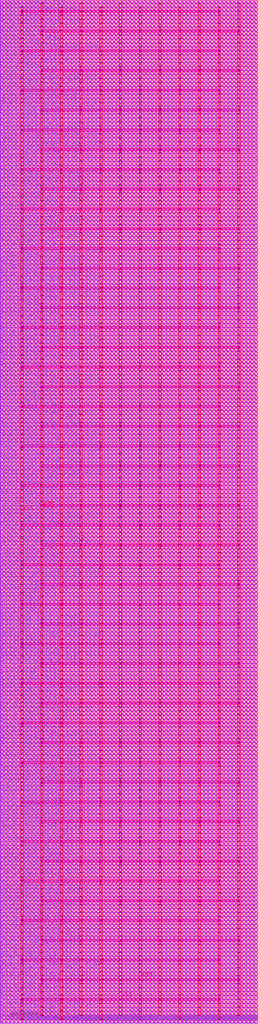
<source format=lef>
VERSION 5.8 ;
BUSBITCHARS "[]" ;
DIVIDERCHAR "/" ;
UNITS
    DATABASE MICRONS 1000 ;
END UNITS

VIA ibex_id_stage_via2_3_1600_480_1_5_320_320
  VIARULE M1M2_PR ;
  CUTSIZE 0.15 0.15 ;
  LAYERS met1 via met2 ;
  CUTSPACING 0.17 0.17 ;
  ENCLOSURE 0.085 0.165 0.055 0.085 ;
  ROWCOL 1 5 ;
END ibex_id_stage_via2_3_1600_480_1_5_320_320

VIA ibex_id_stage_via3_4_1600_480_1_4_400_400
  VIARULE M2M3_PR ;
  CUTSIZE 0.2 0.2 ;
  LAYERS met2 via2 met3 ;
  CUTSPACING 0.2 0.2 ;
  ENCLOSURE 0.04 0.085 0.065 0.065 ;
  ROWCOL 1 4 ;
END ibex_id_stage_via3_4_1600_480_1_4_400_400

VIA ibex_id_stage_via4_5_1600_480_1_4_400_400
  VIARULE M3M4_PR ;
  CUTSIZE 0.2 0.2 ;
  LAYERS met3 via3 met4 ;
  CUTSPACING 0.2 0.2 ;
  ENCLOSURE 0.09 0.06 0.1 0.065 ;
  ROWCOL 1 4 ;
END ibex_id_stage_via4_5_1600_480_1_4_400_400

VIA ibex_id_stage_via5_6_1600_1600_1_1_1600_1600
  VIARULE M4M5_PR ;
  CUTSIZE 0.8 0.8 ;
  LAYERS met4 via4 met5 ;
  CUTSPACING 0.8 0.8 ;
  ENCLOSURE 0.4 0.19 0.31 0.4 ;
END ibex_id_stage_via5_6_1600_1600_1_1_1600_1600

MACRO ibex_id_stage
  FOREIGN ibex_id_stage 0 0 ;
  CLASS BLOCK ;
  SIZE 177.52 BY 704.07 ;
  PIN VDD
    USE POWER ;
    DIRECTION INOUT ;
    PORT
      LAYER met5 ;
        RECT  27.72 681.92 165.02 683.52 ;
        RECT  27.72 654.72 165.02 656.32 ;
        RECT  27.72 627.52 165.02 629.12 ;
        RECT  27.72 600.32 165.02 601.92 ;
        RECT  27.72 573.12 165.02 574.72 ;
        RECT  27.72 545.92 165.02 547.52 ;
        RECT  27.72 518.72 165.02 520.32 ;
        RECT  27.72 491.52 165.02 493.12 ;
        RECT  27.72 464.32 165.02 465.92 ;
        RECT  27.72 437.12 165.02 438.72 ;
        RECT  27.72 409.92 165.02 411.52 ;
        RECT  27.72 382.72 165.02 384.32 ;
        RECT  27.72 355.52 165.02 357.12 ;
        RECT  27.72 328.32 165.02 329.92 ;
        RECT  27.72 301.12 165.02 302.72 ;
        RECT  27.72 273.92 165.02 275.52 ;
        RECT  27.72 246.72 165.02 248.32 ;
        RECT  27.72 219.52 165.02 221.12 ;
        RECT  27.72 192.32 165.02 193.92 ;
        RECT  27.72 165.12 165.02 166.72 ;
        RECT  27.72 137.92 165.02 139.52 ;
        RECT  27.72 110.72 165.02 112.32 ;
        RECT  27.72 83.52 165.02 85.12 ;
        RECT  27.72 56.32 165.02 57.92 ;
        RECT  27.72 29.12 165.02 30.72 ;
      LAYER met4 ;
        RECT  163.42 5.2 165.02 702 ;
        RECT  136.28 5.2 137.88 702 ;
        RECT  109.14 5.2 110.74 702 ;
        RECT  82 5.2 83.6 702 ;
        RECT  54.86 5.2 56.46 702 ;
        RECT  27.72 5.2 29.32 702 ;
      LAYER met1 ;
        RECT  1.38 701.52 176.18 702 ;
        RECT  1.38 696.08 176.18 696.56 ;
        RECT  1.38 690.64 176.18 691.12 ;
        RECT  1.38 685.2 176.18 685.68 ;
        RECT  1.38 679.76 176.18 680.24 ;
        RECT  1.38 674.32 176.18 674.8 ;
        RECT  1.38 668.88 176.18 669.36 ;
        RECT  1.38 663.44 176.18 663.92 ;
        RECT  1.38 658 176.18 658.48 ;
        RECT  1.38 652.56 176.18 653.04 ;
        RECT  1.38 647.12 176.18 647.6 ;
        RECT  1.38 641.68 176.18 642.16 ;
        RECT  1.38 636.24 176.18 636.72 ;
        RECT  1.38 630.8 176.18 631.28 ;
        RECT  1.38 625.36 176.18 625.84 ;
        RECT  1.38 619.92 176.18 620.4 ;
        RECT  1.38 614.48 176.18 614.96 ;
        RECT  1.38 609.04 176.18 609.52 ;
        RECT  1.38 603.6 176.18 604.08 ;
        RECT  1.38 598.16 176.18 598.64 ;
        RECT  1.38 592.72 176.18 593.2 ;
        RECT  1.38 587.28 176.18 587.76 ;
        RECT  1.38 581.84 176.18 582.32 ;
        RECT  1.38 576.4 176.18 576.88 ;
        RECT  1.38 570.96 176.18 571.44 ;
        RECT  1.38 565.52 176.18 566 ;
        RECT  1.38 560.08 176.18 560.56 ;
        RECT  1.38 554.64 176.18 555.12 ;
        RECT  1.38 549.2 176.18 549.68 ;
        RECT  1.38 543.76 176.18 544.24 ;
        RECT  1.38 538.32 176.18 538.8 ;
        RECT  1.38 532.88 176.18 533.36 ;
        RECT  1.38 527.44 176.18 527.92 ;
        RECT  1.38 522 176.18 522.48 ;
        RECT  1.38 516.56 176.18 517.04 ;
        RECT  1.38 511.12 176.18 511.6 ;
        RECT  1.38 505.68 176.18 506.16 ;
        RECT  1.38 500.24 176.18 500.72 ;
        RECT  1.38 494.8 176.18 495.28 ;
        RECT  1.38 489.36 176.18 489.84 ;
        RECT  1.38 483.92 176.18 484.4 ;
        RECT  1.38 478.48 176.18 478.96 ;
        RECT  1.38 473.04 176.18 473.52 ;
        RECT  1.38 467.6 176.18 468.08 ;
        RECT  1.38 462.16 176.18 462.64 ;
        RECT  1.38 456.72 176.18 457.2 ;
        RECT  1.38 451.28 176.18 451.76 ;
        RECT  1.38 445.84 176.18 446.32 ;
        RECT  1.38 440.4 176.18 440.88 ;
        RECT  1.38 434.96 176.18 435.44 ;
        RECT  1.38 429.52 176.18 430 ;
        RECT  1.38 424.08 176.18 424.56 ;
        RECT  1.38 418.64 176.18 419.12 ;
        RECT  1.38 413.2 176.18 413.68 ;
        RECT  1.38 407.76 176.18 408.24 ;
        RECT  1.38 402.32 176.18 402.8 ;
        RECT  1.38 396.88 176.18 397.36 ;
        RECT  1.38 391.44 176.18 391.92 ;
        RECT  1.38 386 176.18 386.48 ;
        RECT  1.38 380.56 176.18 381.04 ;
        RECT  1.38 375.12 176.18 375.6 ;
        RECT  1.38 369.68 176.18 370.16 ;
        RECT  1.38 364.24 176.18 364.72 ;
        RECT  1.38 358.8 176.18 359.28 ;
        RECT  1.38 353.36 176.18 353.84 ;
        RECT  1.38 347.92 176.18 348.4 ;
        RECT  1.38 342.48 176.18 342.96 ;
        RECT  1.38 337.04 176.18 337.52 ;
        RECT  1.38 331.6 176.18 332.08 ;
        RECT  1.38 326.16 176.18 326.64 ;
        RECT  1.38 320.72 176.18 321.2 ;
        RECT  1.38 315.28 176.18 315.76 ;
        RECT  1.38 309.84 176.18 310.32 ;
        RECT  1.38 304.4 176.18 304.88 ;
        RECT  1.38 298.96 176.18 299.44 ;
        RECT  1.38 293.52 176.18 294 ;
        RECT  1.38 288.08 176.18 288.56 ;
        RECT  1.38 282.64 176.18 283.12 ;
        RECT  1.38 277.2 176.18 277.68 ;
        RECT  1.38 271.76 176.18 272.24 ;
        RECT  1.38 266.32 176.18 266.8 ;
        RECT  1.38 260.88 176.18 261.36 ;
        RECT  1.38 255.44 176.18 255.92 ;
        RECT  1.38 250 176.18 250.48 ;
        RECT  1.38 244.56 176.18 245.04 ;
        RECT  1.38 239.12 176.18 239.6 ;
        RECT  1.38 233.68 176.18 234.16 ;
        RECT  1.38 228.24 176.18 228.72 ;
        RECT  1.38 222.8 176.18 223.28 ;
        RECT  1.38 217.36 176.18 217.84 ;
        RECT  1.38 211.92 176.18 212.4 ;
        RECT  1.38 206.48 176.18 206.96 ;
        RECT  1.38 201.04 176.18 201.52 ;
        RECT  1.38 195.6 176.18 196.08 ;
        RECT  1.38 190.16 176.18 190.64 ;
        RECT  1.38 184.72 176.18 185.2 ;
        RECT  1.38 179.28 176.18 179.76 ;
        RECT  1.38 173.84 176.18 174.32 ;
        RECT  1.38 168.4 176.18 168.88 ;
        RECT  1.38 162.96 176.18 163.44 ;
        RECT  1.38 157.52 176.18 158 ;
        RECT  1.38 152.08 176.18 152.56 ;
        RECT  1.38 146.64 176.18 147.12 ;
        RECT  1.38 141.2 176.18 141.68 ;
        RECT  1.38 135.76 176.18 136.24 ;
        RECT  1.38 130.32 176.18 130.8 ;
        RECT  1.38 124.88 176.18 125.36 ;
        RECT  1.38 119.44 176.18 119.92 ;
        RECT  1.38 114 176.18 114.48 ;
        RECT  1.38 108.56 176.18 109.04 ;
        RECT  1.38 103.12 176.18 103.6 ;
        RECT  1.38 97.68 176.18 98.16 ;
        RECT  1.38 92.24 176.18 92.72 ;
        RECT  1.38 86.8 176.18 87.28 ;
        RECT  1.38 81.36 176.18 81.84 ;
        RECT  1.38 75.92 176.18 76.4 ;
        RECT  1.38 70.48 176.18 70.96 ;
        RECT  1.38 65.04 176.18 65.52 ;
        RECT  1.38 59.6 176.18 60.08 ;
        RECT  1.38 54.16 176.18 54.64 ;
        RECT  1.38 48.72 176.18 49.2 ;
        RECT  1.38 43.28 176.18 43.76 ;
        RECT  1.38 37.84 176.18 38.32 ;
        RECT  1.38 32.4 176.18 32.88 ;
        RECT  1.38 26.96 176.18 27.44 ;
        RECT  1.38 21.52 176.18 22 ;
        RECT  1.38 16.08 176.18 16.56 ;
        RECT  1.38 10.64 176.18 11.12 ;
        RECT  1.38 5.2 176.18 5.68 ;
      VIA 164.22 682.72 ibex_id_stage_via5_6_1600_1600_1_1_1600_1600 ;
      VIA 164.22 655.52 ibex_id_stage_via5_6_1600_1600_1_1_1600_1600 ;
      VIA 164.22 628.32 ibex_id_stage_via5_6_1600_1600_1_1_1600_1600 ;
      VIA 164.22 601.12 ibex_id_stage_via5_6_1600_1600_1_1_1600_1600 ;
      VIA 164.22 573.92 ibex_id_stage_via5_6_1600_1600_1_1_1600_1600 ;
      VIA 164.22 546.72 ibex_id_stage_via5_6_1600_1600_1_1_1600_1600 ;
      VIA 164.22 519.52 ibex_id_stage_via5_6_1600_1600_1_1_1600_1600 ;
      VIA 164.22 492.32 ibex_id_stage_via5_6_1600_1600_1_1_1600_1600 ;
      VIA 164.22 465.12 ibex_id_stage_via5_6_1600_1600_1_1_1600_1600 ;
      VIA 164.22 437.92 ibex_id_stage_via5_6_1600_1600_1_1_1600_1600 ;
      VIA 164.22 410.72 ibex_id_stage_via5_6_1600_1600_1_1_1600_1600 ;
      VIA 164.22 383.52 ibex_id_stage_via5_6_1600_1600_1_1_1600_1600 ;
      VIA 164.22 356.32 ibex_id_stage_via5_6_1600_1600_1_1_1600_1600 ;
      VIA 164.22 329.12 ibex_id_stage_via5_6_1600_1600_1_1_1600_1600 ;
      VIA 164.22 301.92 ibex_id_stage_via5_6_1600_1600_1_1_1600_1600 ;
      VIA 164.22 274.72 ibex_id_stage_via5_6_1600_1600_1_1_1600_1600 ;
      VIA 164.22 247.52 ibex_id_stage_via5_6_1600_1600_1_1_1600_1600 ;
      VIA 164.22 220.32 ibex_id_stage_via5_6_1600_1600_1_1_1600_1600 ;
      VIA 164.22 193.12 ibex_id_stage_via5_6_1600_1600_1_1_1600_1600 ;
      VIA 164.22 165.92 ibex_id_stage_via5_6_1600_1600_1_1_1600_1600 ;
      VIA 164.22 138.72 ibex_id_stage_via5_6_1600_1600_1_1_1600_1600 ;
      VIA 164.22 111.52 ibex_id_stage_via5_6_1600_1600_1_1_1600_1600 ;
      VIA 164.22 84.32 ibex_id_stage_via5_6_1600_1600_1_1_1600_1600 ;
      VIA 164.22 57.12 ibex_id_stage_via5_6_1600_1600_1_1_1600_1600 ;
      VIA 164.22 29.92 ibex_id_stage_via5_6_1600_1600_1_1_1600_1600 ;
      VIA 137.08 682.72 ibex_id_stage_via5_6_1600_1600_1_1_1600_1600 ;
      VIA 137.08 655.52 ibex_id_stage_via5_6_1600_1600_1_1_1600_1600 ;
      VIA 137.08 628.32 ibex_id_stage_via5_6_1600_1600_1_1_1600_1600 ;
      VIA 137.08 601.12 ibex_id_stage_via5_6_1600_1600_1_1_1600_1600 ;
      VIA 137.08 573.92 ibex_id_stage_via5_6_1600_1600_1_1_1600_1600 ;
      VIA 137.08 546.72 ibex_id_stage_via5_6_1600_1600_1_1_1600_1600 ;
      VIA 137.08 519.52 ibex_id_stage_via5_6_1600_1600_1_1_1600_1600 ;
      VIA 137.08 492.32 ibex_id_stage_via5_6_1600_1600_1_1_1600_1600 ;
      VIA 137.08 465.12 ibex_id_stage_via5_6_1600_1600_1_1_1600_1600 ;
      VIA 137.08 437.92 ibex_id_stage_via5_6_1600_1600_1_1_1600_1600 ;
      VIA 137.08 410.72 ibex_id_stage_via5_6_1600_1600_1_1_1600_1600 ;
      VIA 137.08 383.52 ibex_id_stage_via5_6_1600_1600_1_1_1600_1600 ;
      VIA 137.08 356.32 ibex_id_stage_via5_6_1600_1600_1_1_1600_1600 ;
      VIA 137.08 329.12 ibex_id_stage_via5_6_1600_1600_1_1_1600_1600 ;
      VIA 137.08 301.92 ibex_id_stage_via5_6_1600_1600_1_1_1600_1600 ;
      VIA 137.08 274.72 ibex_id_stage_via5_6_1600_1600_1_1_1600_1600 ;
      VIA 137.08 247.52 ibex_id_stage_via5_6_1600_1600_1_1_1600_1600 ;
      VIA 137.08 220.32 ibex_id_stage_via5_6_1600_1600_1_1_1600_1600 ;
      VIA 137.08 193.12 ibex_id_stage_via5_6_1600_1600_1_1_1600_1600 ;
      VIA 137.08 165.92 ibex_id_stage_via5_6_1600_1600_1_1_1600_1600 ;
      VIA 137.08 138.72 ibex_id_stage_via5_6_1600_1600_1_1_1600_1600 ;
      VIA 137.08 111.52 ibex_id_stage_via5_6_1600_1600_1_1_1600_1600 ;
      VIA 137.08 84.32 ibex_id_stage_via5_6_1600_1600_1_1_1600_1600 ;
      VIA 137.08 57.12 ibex_id_stage_via5_6_1600_1600_1_1_1600_1600 ;
      VIA 137.08 29.92 ibex_id_stage_via5_6_1600_1600_1_1_1600_1600 ;
      VIA 109.94 682.72 ibex_id_stage_via5_6_1600_1600_1_1_1600_1600 ;
      VIA 109.94 655.52 ibex_id_stage_via5_6_1600_1600_1_1_1600_1600 ;
      VIA 109.94 628.32 ibex_id_stage_via5_6_1600_1600_1_1_1600_1600 ;
      VIA 109.94 601.12 ibex_id_stage_via5_6_1600_1600_1_1_1600_1600 ;
      VIA 109.94 573.92 ibex_id_stage_via5_6_1600_1600_1_1_1600_1600 ;
      VIA 109.94 546.72 ibex_id_stage_via5_6_1600_1600_1_1_1600_1600 ;
      VIA 109.94 519.52 ibex_id_stage_via5_6_1600_1600_1_1_1600_1600 ;
      VIA 109.94 492.32 ibex_id_stage_via5_6_1600_1600_1_1_1600_1600 ;
      VIA 109.94 465.12 ibex_id_stage_via5_6_1600_1600_1_1_1600_1600 ;
      VIA 109.94 437.92 ibex_id_stage_via5_6_1600_1600_1_1_1600_1600 ;
      VIA 109.94 410.72 ibex_id_stage_via5_6_1600_1600_1_1_1600_1600 ;
      VIA 109.94 383.52 ibex_id_stage_via5_6_1600_1600_1_1_1600_1600 ;
      VIA 109.94 356.32 ibex_id_stage_via5_6_1600_1600_1_1_1600_1600 ;
      VIA 109.94 329.12 ibex_id_stage_via5_6_1600_1600_1_1_1600_1600 ;
      VIA 109.94 301.92 ibex_id_stage_via5_6_1600_1600_1_1_1600_1600 ;
      VIA 109.94 274.72 ibex_id_stage_via5_6_1600_1600_1_1_1600_1600 ;
      VIA 109.94 247.52 ibex_id_stage_via5_6_1600_1600_1_1_1600_1600 ;
      VIA 109.94 220.32 ibex_id_stage_via5_6_1600_1600_1_1_1600_1600 ;
      VIA 109.94 193.12 ibex_id_stage_via5_6_1600_1600_1_1_1600_1600 ;
      VIA 109.94 165.92 ibex_id_stage_via5_6_1600_1600_1_1_1600_1600 ;
      VIA 109.94 138.72 ibex_id_stage_via5_6_1600_1600_1_1_1600_1600 ;
      VIA 109.94 111.52 ibex_id_stage_via5_6_1600_1600_1_1_1600_1600 ;
      VIA 109.94 84.32 ibex_id_stage_via5_6_1600_1600_1_1_1600_1600 ;
      VIA 109.94 57.12 ibex_id_stage_via5_6_1600_1600_1_1_1600_1600 ;
      VIA 109.94 29.92 ibex_id_stage_via5_6_1600_1600_1_1_1600_1600 ;
      VIA 82.8 682.72 ibex_id_stage_via5_6_1600_1600_1_1_1600_1600 ;
      VIA 82.8 655.52 ibex_id_stage_via5_6_1600_1600_1_1_1600_1600 ;
      VIA 82.8 628.32 ibex_id_stage_via5_6_1600_1600_1_1_1600_1600 ;
      VIA 82.8 601.12 ibex_id_stage_via5_6_1600_1600_1_1_1600_1600 ;
      VIA 82.8 573.92 ibex_id_stage_via5_6_1600_1600_1_1_1600_1600 ;
      VIA 82.8 546.72 ibex_id_stage_via5_6_1600_1600_1_1_1600_1600 ;
      VIA 82.8 519.52 ibex_id_stage_via5_6_1600_1600_1_1_1600_1600 ;
      VIA 82.8 492.32 ibex_id_stage_via5_6_1600_1600_1_1_1600_1600 ;
      VIA 82.8 465.12 ibex_id_stage_via5_6_1600_1600_1_1_1600_1600 ;
      VIA 82.8 437.92 ibex_id_stage_via5_6_1600_1600_1_1_1600_1600 ;
      VIA 82.8 410.72 ibex_id_stage_via5_6_1600_1600_1_1_1600_1600 ;
      VIA 82.8 383.52 ibex_id_stage_via5_6_1600_1600_1_1_1600_1600 ;
      VIA 82.8 356.32 ibex_id_stage_via5_6_1600_1600_1_1_1600_1600 ;
      VIA 82.8 329.12 ibex_id_stage_via5_6_1600_1600_1_1_1600_1600 ;
      VIA 82.8 301.92 ibex_id_stage_via5_6_1600_1600_1_1_1600_1600 ;
      VIA 82.8 274.72 ibex_id_stage_via5_6_1600_1600_1_1_1600_1600 ;
      VIA 82.8 247.52 ibex_id_stage_via5_6_1600_1600_1_1_1600_1600 ;
      VIA 82.8 220.32 ibex_id_stage_via5_6_1600_1600_1_1_1600_1600 ;
      VIA 82.8 193.12 ibex_id_stage_via5_6_1600_1600_1_1_1600_1600 ;
      VIA 82.8 165.92 ibex_id_stage_via5_6_1600_1600_1_1_1600_1600 ;
      VIA 82.8 138.72 ibex_id_stage_via5_6_1600_1600_1_1_1600_1600 ;
      VIA 82.8 111.52 ibex_id_stage_via5_6_1600_1600_1_1_1600_1600 ;
      VIA 82.8 84.32 ibex_id_stage_via5_6_1600_1600_1_1_1600_1600 ;
      VIA 82.8 57.12 ibex_id_stage_via5_6_1600_1600_1_1_1600_1600 ;
      VIA 82.8 29.92 ibex_id_stage_via5_6_1600_1600_1_1_1600_1600 ;
      VIA 55.66 682.72 ibex_id_stage_via5_6_1600_1600_1_1_1600_1600 ;
      VIA 55.66 655.52 ibex_id_stage_via5_6_1600_1600_1_1_1600_1600 ;
      VIA 55.66 628.32 ibex_id_stage_via5_6_1600_1600_1_1_1600_1600 ;
      VIA 55.66 601.12 ibex_id_stage_via5_6_1600_1600_1_1_1600_1600 ;
      VIA 55.66 573.92 ibex_id_stage_via5_6_1600_1600_1_1_1600_1600 ;
      VIA 55.66 546.72 ibex_id_stage_via5_6_1600_1600_1_1_1600_1600 ;
      VIA 55.66 519.52 ibex_id_stage_via5_6_1600_1600_1_1_1600_1600 ;
      VIA 55.66 492.32 ibex_id_stage_via5_6_1600_1600_1_1_1600_1600 ;
      VIA 55.66 465.12 ibex_id_stage_via5_6_1600_1600_1_1_1600_1600 ;
      VIA 55.66 437.92 ibex_id_stage_via5_6_1600_1600_1_1_1600_1600 ;
      VIA 55.66 410.72 ibex_id_stage_via5_6_1600_1600_1_1_1600_1600 ;
      VIA 55.66 383.52 ibex_id_stage_via5_6_1600_1600_1_1_1600_1600 ;
      VIA 55.66 356.32 ibex_id_stage_via5_6_1600_1600_1_1_1600_1600 ;
      VIA 55.66 329.12 ibex_id_stage_via5_6_1600_1600_1_1_1600_1600 ;
      VIA 55.66 301.92 ibex_id_stage_via5_6_1600_1600_1_1_1600_1600 ;
      VIA 55.66 274.72 ibex_id_stage_via5_6_1600_1600_1_1_1600_1600 ;
      VIA 55.66 247.52 ibex_id_stage_via5_6_1600_1600_1_1_1600_1600 ;
      VIA 55.66 220.32 ibex_id_stage_via5_6_1600_1600_1_1_1600_1600 ;
      VIA 55.66 193.12 ibex_id_stage_via5_6_1600_1600_1_1_1600_1600 ;
      VIA 55.66 165.92 ibex_id_stage_via5_6_1600_1600_1_1_1600_1600 ;
      VIA 55.66 138.72 ibex_id_stage_via5_6_1600_1600_1_1_1600_1600 ;
      VIA 55.66 111.52 ibex_id_stage_via5_6_1600_1600_1_1_1600_1600 ;
      VIA 55.66 84.32 ibex_id_stage_via5_6_1600_1600_1_1_1600_1600 ;
      VIA 55.66 57.12 ibex_id_stage_via5_6_1600_1600_1_1_1600_1600 ;
      VIA 55.66 29.92 ibex_id_stage_via5_6_1600_1600_1_1_1600_1600 ;
      VIA 28.52 682.72 ibex_id_stage_via5_6_1600_1600_1_1_1600_1600 ;
      VIA 28.52 655.52 ibex_id_stage_via5_6_1600_1600_1_1_1600_1600 ;
      VIA 28.52 628.32 ibex_id_stage_via5_6_1600_1600_1_1_1600_1600 ;
      VIA 28.52 601.12 ibex_id_stage_via5_6_1600_1600_1_1_1600_1600 ;
      VIA 28.52 573.92 ibex_id_stage_via5_6_1600_1600_1_1_1600_1600 ;
      VIA 28.52 546.72 ibex_id_stage_via5_6_1600_1600_1_1_1600_1600 ;
      VIA 28.52 519.52 ibex_id_stage_via5_6_1600_1600_1_1_1600_1600 ;
      VIA 28.52 492.32 ibex_id_stage_via5_6_1600_1600_1_1_1600_1600 ;
      VIA 28.52 465.12 ibex_id_stage_via5_6_1600_1600_1_1_1600_1600 ;
      VIA 28.52 437.92 ibex_id_stage_via5_6_1600_1600_1_1_1600_1600 ;
      VIA 28.52 410.72 ibex_id_stage_via5_6_1600_1600_1_1_1600_1600 ;
      VIA 28.52 383.52 ibex_id_stage_via5_6_1600_1600_1_1_1600_1600 ;
      VIA 28.52 356.32 ibex_id_stage_via5_6_1600_1600_1_1_1600_1600 ;
      VIA 28.52 329.12 ibex_id_stage_via5_6_1600_1600_1_1_1600_1600 ;
      VIA 28.52 301.92 ibex_id_stage_via5_6_1600_1600_1_1_1600_1600 ;
      VIA 28.52 274.72 ibex_id_stage_via5_6_1600_1600_1_1_1600_1600 ;
      VIA 28.52 247.52 ibex_id_stage_via5_6_1600_1600_1_1_1600_1600 ;
      VIA 28.52 220.32 ibex_id_stage_via5_6_1600_1600_1_1_1600_1600 ;
      VIA 28.52 193.12 ibex_id_stage_via5_6_1600_1600_1_1_1600_1600 ;
      VIA 28.52 165.92 ibex_id_stage_via5_6_1600_1600_1_1_1600_1600 ;
      VIA 28.52 138.72 ibex_id_stage_via5_6_1600_1600_1_1_1600_1600 ;
      VIA 28.52 111.52 ibex_id_stage_via5_6_1600_1600_1_1_1600_1600 ;
      VIA 28.52 84.32 ibex_id_stage_via5_6_1600_1600_1_1_1600_1600 ;
      VIA 28.52 57.12 ibex_id_stage_via5_6_1600_1600_1_1_1600_1600 ;
      VIA 28.52 29.92 ibex_id_stage_via5_6_1600_1600_1_1_1600_1600 ;
      LAYER met3 ;
        RECT  163.43 701.595 165.01 701.925 ;
      VIA 164.22 701.76 ibex_id_stage_via4_5_1600_480_1_4_400_400 ;
      LAYER met2 ;
        RECT  163.45 701.575 164.99 701.945 ;
      VIA 164.22 701.76 ibex_id_stage_via3_4_1600_480_1_4_400_400 ;
      VIA 164.22 701.76 ibex_id_stage_via2_3_1600_480_1_5_320_320 ;
      LAYER met3 ;
        RECT  163.43 696.155 165.01 696.485 ;
      VIA 164.22 696.32 ibex_id_stage_via4_5_1600_480_1_4_400_400 ;
      LAYER met2 ;
        RECT  163.45 696.135 164.99 696.505 ;
      VIA 164.22 696.32 ibex_id_stage_via3_4_1600_480_1_4_400_400 ;
      VIA 164.22 696.32 ibex_id_stage_via2_3_1600_480_1_5_320_320 ;
      LAYER met3 ;
        RECT  163.43 690.715 165.01 691.045 ;
      VIA 164.22 690.88 ibex_id_stage_via4_5_1600_480_1_4_400_400 ;
      LAYER met2 ;
        RECT  163.45 690.695 164.99 691.065 ;
      VIA 164.22 690.88 ibex_id_stage_via3_4_1600_480_1_4_400_400 ;
      VIA 164.22 690.88 ibex_id_stage_via2_3_1600_480_1_5_320_320 ;
      LAYER met3 ;
        RECT  163.43 685.275 165.01 685.605 ;
      VIA 164.22 685.44 ibex_id_stage_via4_5_1600_480_1_4_400_400 ;
      LAYER met2 ;
        RECT  163.45 685.255 164.99 685.625 ;
      VIA 164.22 685.44 ibex_id_stage_via3_4_1600_480_1_4_400_400 ;
      VIA 164.22 685.44 ibex_id_stage_via2_3_1600_480_1_5_320_320 ;
      LAYER met3 ;
        RECT  163.43 679.835 165.01 680.165 ;
      VIA 164.22 680 ibex_id_stage_via4_5_1600_480_1_4_400_400 ;
      LAYER met2 ;
        RECT  163.45 679.815 164.99 680.185 ;
      VIA 164.22 680 ibex_id_stage_via3_4_1600_480_1_4_400_400 ;
      VIA 164.22 680 ibex_id_stage_via2_3_1600_480_1_5_320_320 ;
      LAYER met3 ;
        RECT  163.43 674.395 165.01 674.725 ;
      VIA 164.22 674.56 ibex_id_stage_via4_5_1600_480_1_4_400_400 ;
      LAYER met2 ;
        RECT  163.45 674.375 164.99 674.745 ;
      VIA 164.22 674.56 ibex_id_stage_via3_4_1600_480_1_4_400_400 ;
      VIA 164.22 674.56 ibex_id_stage_via2_3_1600_480_1_5_320_320 ;
      LAYER met3 ;
        RECT  163.43 668.955 165.01 669.285 ;
      VIA 164.22 669.12 ibex_id_stage_via4_5_1600_480_1_4_400_400 ;
      LAYER met2 ;
        RECT  163.45 668.935 164.99 669.305 ;
      VIA 164.22 669.12 ibex_id_stage_via3_4_1600_480_1_4_400_400 ;
      VIA 164.22 669.12 ibex_id_stage_via2_3_1600_480_1_5_320_320 ;
      LAYER met3 ;
        RECT  163.43 663.515 165.01 663.845 ;
      VIA 164.22 663.68 ibex_id_stage_via4_5_1600_480_1_4_400_400 ;
      LAYER met2 ;
        RECT  163.45 663.495 164.99 663.865 ;
      VIA 164.22 663.68 ibex_id_stage_via3_4_1600_480_1_4_400_400 ;
      VIA 164.22 663.68 ibex_id_stage_via2_3_1600_480_1_5_320_320 ;
      LAYER met3 ;
        RECT  163.43 658.075 165.01 658.405 ;
      VIA 164.22 658.24 ibex_id_stage_via4_5_1600_480_1_4_400_400 ;
      LAYER met2 ;
        RECT  163.45 658.055 164.99 658.425 ;
      VIA 164.22 658.24 ibex_id_stage_via3_4_1600_480_1_4_400_400 ;
      VIA 164.22 658.24 ibex_id_stage_via2_3_1600_480_1_5_320_320 ;
      LAYER met3 ;
        RECT  163.43 652.635 165.01 652.965 ;
      VIA 164.22 652.8 ibex_id_stage_via4_5_1600_480_1_4_400_400 ;
      LAYER met2 ;
        RECT  163.45 652.615 164.99 652.985 ;
      VIA 164.22 652.8 ibex_id_stage_via3_4_1600_480_1_4_400_400 ;
      VIA 164.22 652.8 ibex_id_stage_via2_3_1600_480_1_5_320_320 ;
      LAYER met3 ;
        RECT  163.43 647.195 165.01 647.525 ;
      VIA 164.22 647.36 ibex_id_stage_via4_5_1600_480_1_4_400_400 ;
      LAYER met2 ;
        RECT  163.45 647.175 164.99 647.545 ;
      VIA 164.22 647.36 ibex_id_stage_via3_4_1600_480_1_4_400_400 ;
      VIA 164.22 647.36 ibex_id_stage_via2_3_1600_480_1_5_320_320 ;
      LAYER met3 ;
        RECT  163.43 641.755 165.01 642.085 ;
      VIA 164.22 641.92 ibex_id_stage_via4_5_1600_480_1_4_400_400 ;
      LAYER met2 ;
        RECT  163.45 641.735 164.99 642.105 ;
      VIA 164.22 641.92 ibex_id_stage_via3_4_1600_480_1_4_400_400 ;
      VIA 164.22 641.92 ibex_id_stage_via2_3_1600_480_1_5_320_320 ;
      LAYER met3 ;
        RECT  163.43 636.315 165.01 636.645 ;
      VIA 164.22 636.48 ibex_id_stage_via4_5_1600_480_1_4_400_400 ;
      LAYER met2 ;
        RECT  163.45 636.295 164.99 636.665 ;
      VIA 164.22 636.48 ibex_id_stage_via3_4_1600_480_1_4_400_400 ;
      VIA 164.22 636.48 ibex_id_stage_via2_3_1600_480_1_5_320_320 ;
      LAYER met3 ;
        RECT  163.43 630.875 165.01 631.205 ;
      VIA 164.22 631.04 ibex_id_stage_via4_5_1600_480_1_4_400_400 ;
      LAYER met2 ;
        RECT  163.45 630.855 164.99 631.225 ;
      VIA 164.22 631.04 ibex_id_stage_via3_4_1600_480_1_4_400_400 ;
      VIA 164.22 631.04 ibex_id_stage_via2_3_1600_480_1_5_320_320 ;
      LAYER met3 ;
        RECT  163.43 625.435 165.01 625.765 ;
      VIA 164.22 625.6 ibex_id_stage_via4_5_1600_480_1_4_400_400 ;
      LAYER met2 ;
        RECT  163.45 625.415 164.99 625.785 ;
      VIA 164.22 625.6 ibex_id_stage_via3_4_1600_480_1_4_400_400 ;
      VIA 164.22 625.6 ibex_id_stage_via2_3_1600_480_1_5_320_320 ;
      LAYER met3 ;
        RECT  163.43 619.995 165.01 620.325 ;
      VIA 164.22 620.16 ibex_id_stage_via4_5_1600_480_1_4_400_400 ;
      LAYER met2 ;
        RECT  163.45 619.975 164.99 620.345 ;
      VIA 164.22 620.16 ibex_id_stage_via3_4_1600_480_1_4_400_400 ;
      VIA 164.22 620.16 ibex_id_stage_via2_3_1600_480_1_5_320_320 ;
      LAYER met3 ;
        RECT  163.43 614.555 165.01 614.885 ;
      VIA 164.22 614.72 ibex_id_stage_via4_5_1600_480_1_4_400_400 ;
      LAYER met2 ;
        RECT  163.45 614.535 164.99 614.905 ;
      VIA 164.22 614.72 ibex_id_stage_via3_4_1600_480_1_4_400_400 ;
      VIA 164.22 614.72 ibex_id_stage_via2_3_1600_480_1_5_320_320 ;
      LAYER met3 ;
        RECT  163.43 609.115 165.01 609.445 ;
      VIA 164.22 609.28 ibex_id_stage_via4_5_1600_480_1_4_400_400 ;
      LAYER met2 ;
        RECT  163.45 609.095 164.99 609.465 ;
      VIA 164.22 609.28 ibex_id_stage_via3_4_1600_480_1_4_400_400 ;
      VIA 164.22 609.28 ibex_id_stage_via2_3_1600_480_1_5_320_320 ;
      LAYER met3 ;
        RECT  163.43 603.675 165.01 604.005 ;
      VIA 164.22 603.84 ibex_id_stage_via4_5_1600_480_1_4_400_400 ;
      LAYER met2 ;
        RECT  163.45 603.655 164.99 604.025 ;
      VIA 164.22 603.84 ibex_id_stage_via3_4_1600_480_1_4_400_400 ;
      VIA 164.22 603.84 ibex_id_stage_via2_3_1600_480_1_5_320_320 ;
      LAYER met3 ;
        RECT  163.43 598.235 165.01 598.565 ;
      VIA 164.22 598.4 ibex_id_stage_via4_5_1600_480_1_4_400_400 ;
      LAYER met2 ;
        RECT  163.45 598.215 164.99 598.585 ;
      VIA 164.22 598.4 ibex_id_stage_via3_4_1600_480_1_4_400_400 ;
      VIA 164.22 598.4 ibex_id_stage_via2_3_1600_480_1_5_320_320 ;
      LAYER met3 ;
        RECT  163.43 592.795 165.01 593.125 ;
      VIA 164.22 592.96 ibex_id_stage_via4_5_1600_480_1_4_400_400 ;
      LAYER met2 ;
        RECT  163.45 592.775 164.99 593.145 ;
      VIA 164.22 592.96 ibex_id_stage_via3_4_1600_480_1_4_400_400 ;
      VIA 164.22 592.96 ibex_id_stage_via2_3_1600_480_1_5_320_320 ;
      LAYER met3 ;
        RECT  163.43 587.355 165.01 587.685 ;
      VIA 164.22 587.52 ibex_id_stage_via4_5_1600_480_1_4_400_400 ;
      LAYER met2 ;
        RECT  163.45 587.335 164.99 587.705 ;
      VIA 164.22 587.52 ibex_id_stage_via3_4_1600_480_1_4_400_400 ;
      VIA 164.22 587.52 ibex_id_stage_via2_3_1600_480_1_5_320_320 ;
      LAYER met3 ;
        RECT  163.43 581.915 165.01 582.245 ;
      VIA 164.22 582.08 ibex_id_stage_via4_5_1600_480_1_4_400_400 ;
      LAYER met2 ;
        RECT  163.45 581.895 164.99 582.265 ;
      VIA 164.22 582.08 ibex_id_stage_via3_4_1600_480_1_4_400_400 ;
      VIA 164.22 582.08 ibex_id_stage_via2_3_1600_480_1_5_320_320 ;
      LAYER met3 ;
        RECT  163.43 576.475 165.01 576.805 ;
      VIA 164.22 576.64 ibex_id_stage_via4_5_1600_480_1_4_400_400 ;
      LAYER met2 ;
        RECT  163.45 576.455 164.99 576.825 ;
      VIA 164.22 576.64 ibex_id_stage_via3_4_1600_480_1_4_400_400 ;
      VIA 164.22 576.64 ibex_id_stage_via2_3_1600_480_1_5_320_320 ;
      LAYER met3 ;
        RECT  163.43 571.035 165.01 571.365 ;
      VIA 164.22 571.2 ibex_id_stage_via4_5_1600_480_1_4_400_400 ;
      LAYER met2 ;
        RECT  163.45 571.015 164.99 571.385 ;
      VIA 164.22 571.2 ibex_id_stage_via3_4_1600_480_1_4_400_400 ;
      VIA 164.22 571.2 ibex_id_stage_via2_3_1600_480_1_5_320_320 ;
      LAYER met3 ;
        RECT  163.43 565.595 165.01 565.925 ;
      VIA 164.22 565.76 ibex_id_stage_via4_5_1600_480_1_4_400_400 ;
      LAYER met2 ;
        RECT  163.45 565.575 164.99 565.945 ;
      VIA 164.22 565.76 ibex_id_stage_via3_4_1600_480_1_4_400_400 ;
      VIA 164.22 565.76 ibex_id_stage_via2_3_1600_480_1_5_320_320 ;
      LAYER met3 ;
        RECT  163.43 560.155 165.01 560.485 ;
      VIA 164.22 560.32 ibex_id_stage_via4_5_1600_480_1_4_400_400 ;
      LAYER met2 ;
        RECT  163.45 560.135 164.99 560.505 ;
      VIA 164.22 560.32 ibex_id_stage_via3_4_1600_480_1_4_400_400 ;
      VIA 164.22 560.32 ibex_id_stage_via2_3_1600_480_1_5_320_320 ;
      LAYER met3 ;
        RECT  163.43 554.715 165.01 555.045 ;
      VIA 164.22 554.88 ibex_id_stage_via4_5_1600_480_1_4_400_400 ;
      LAYER met2 ;
        RECT  163.45 554.695 164.99 555.065 ;
      VIA 164.22 554.88 ibex_id_stage_via3_4_1600_480_1_4_400_400 ;
      VIA 164.22 554.88 ibex_id_stage_via2_3_1600_480_1_5_320_320 ;
      LAYER met3 ;
        RECT  163.43 549.275 165.01 549.605 ;
      VIA 164.22 549.44 ibex_id_stage_via4_5_1600_480_1_4_400_400 ;
      LAYER met2 ;
        RECT  163.45 549.255 164.99 549.625 ;
      VIA 164.22 549.44 ibex_id_stage_via3_4_1600_480_1_4_400_400 ;
      VIA 164.22 549.44 ibex_id_stage_via2_3_1600_480_1_5_320_320 ;
      LAYER met3 ;
        RECT  163.43 543.835 165.01 544.165 ;
      VIA 164.22 544 ibex_id_stage_via4_5_1600_480_1_4_400_400 ;
      LAYER met2 ;
        RECT  163.45 543.815 164.99 544.185 ;
      VIA 164.22 544 ibex_id_stage_via3_4_1600_480_1_4_400_400 ;
      VIA 164.22 544 ibex_id_stage_via2_3_1600_480_1_5_320_320 ;
      LAYER met3 ;
        RECT  163.43 538.395 165.01 538.725 ;
      VIA 164.22 538.56 ibex_id_stage_via4_5_1600_480_1_4_400_400 ;
      LAYER met2 ;
        RECT  163.45 538.375 164.99 538.745 ;
      VIA 164.22 538.56 ibex_id_stage_via3_4_1600_480_1_4_400_400 ;
      VIA 164.22 538.56 ibex_id_stage_via2_3_1600_480_1_5_320_320 ;
      LAYER met3 ;
        RECT  163.43 532.955 165.01 533.285 ;
      VIA 164.22 533.12 ibex_id_stage_via4_5_1600_480_1_4_400_400 ;
      LAYER met2 ;
        RECT  163.45 532.935 164.99 533.305 ;
      VIA 164.22 533.12 ibex_id_stage_via3_4_1600_480_1_4_400_400 ;
      VIA 164.22 533.12 ibex_id_stage_via2_3_1600_480_1_5_320_320 ;
      LAYER met3 ;
        RECT  163.43 527.515 165.01 527.845 ;
      VIA 164.22 527.68 ibex_id_stage_via4_5_1600_480_1_4_400_400 ;
      LAYER met2 ;
        RECT  163.45 527.495 164.99 527.865 ;
      VIA 164.22 527.68 ibex_id_stage_via3_4_1600_480_1_4_400_400 ;
      VIA 164.22 527.68 ibex_id_stage_via2_3_1600_480_1_5_320_320 ;
      LAYER met3 ;
        RECT  163.43 522.075 165.01 522.405 ;
      VIA 164.22 522.24 ibex_id_stage_via4_5_1600_480_1_4_400_400 ;
      LAYER met2 ;
        RECT  163.45 522.055 164.99 522.425 ;
      VIA 164.22 522.24 ibex_id_stage_via3_4_1600_480_1_4_400_400 ;
      VIA 164.22 522.24 ibex_id_stage_via2_3_1600_480_1_5_320_320 ;
      LAYER met3 ;
        RECT  163.43 516.635 165.01 516.965 ;
      VIA 164.22 516.8 ibex_id_stage_via4_5_1600_480_1_4_400_400 ;
      LAYER met2 ;
        RECT  163.45 516.615 164.99 516.985 ;
      VIA 164.22 516.8 ibex_id_stage_via3_4_1600_480_1_4_400_400 ;
      VIA 164.22 516.8 ibex_id_stage_via2_3_1600_480_1_5_320_320 ;
      LAYER met3 ;
        RECT  163.43 511.195 165.01 511.525 ;
      VIA 164.22 511.36 ibex_id_stage_via4_5_1600_480_1_4_400_400 ;
      LAYER met2 ;
        RECT  163.45 511.175 164.99 511.545 ;
      VIA 164.22 511.36 ibex_id_stage_via3_4_1600_480_1_4_400_400 ;
      VIA 164.22 511.36 ibex_id_stage_via2_3_1600_480_1_5_320_320 ;
      LAYER met3 ;
        RECT  163.43 505.755 165.01 506.085 ;
      VIA 164.22 505.92 ibex_id_stage_via4_5_1600_480_1_4_400_400 ;
      LAYER met2 ;
        RECT  163.45 505.735 164.99 506.105 ;
      VIA 164.22 505.92 ibex_id_stage_via3_4_1600_480_1_4_400_400 ;
      VIA 164.22 505.92 ibex_id_stage_via2_3_1600_480_1_5_320_320 ;
      LAYER met3 ;
        RECT  163.43 500.315 165.01 500.645 ;
      VIA 164.22 500.48 ibex_id_stage_via4_5_1600_480_1_4_400_400 ;
      LAYER met2 ;
        RECT  163.45 500.295 164.99 500.665 ;
      VIA 164.22 500.48 ibex_id_stage_via3_4_1600_480_1_4_400_400 ;
      VIA 164.22 500.48 ibex_id_stage_via2_3_1600_480_1_5_320_320 ;
      LAYER met3 ;
        RECT  163.43 494.875 165.01 495.205 ;
      VIA 164.22 495.04 ibex_id_stage_via4_5_1600_480_1_4_400_400 ;
      LAYER met2 ;
        RECT  163.45 494.855 164.99 495.225 ;
      VIA 164.22 495.04 ibex_id_stage_via3_4_1600_480_1_4_400_400 ;
      VIA 164.22 495.04 ibex_id_stage_via2_3_1600_480_1_5_320_320 ;
      LAYER met3 ;
        RECT  163.43 489.435 165.01 489.765 ;
      VIA 164.22 489.6 ibex_id_stage_via4_5_1600_480_1_4_400_400 ;
      LAYER met2 ;
        RECT  163.45 489.415 164.99 489.785 ;
      VIA 164.22 489.6 ibex_id_stage_via3_4_1600_480_1_4_400_400 ;
      VIA 164.22 489.6 ibex_id_stage_via2_3_1600_480_1_5_320_320 ;
      LAYER met3 ;
        RECT  163.43 483.995 165.01 484.325 ;
      VIA 164.22 484.16 ibex_id_stage_via4_5_1600_480_1_4_400_400 ;
      LAYER met2 ;
        RECT  163.45 483.975 164.99 484.345 ;
      VIA 164.22 484.16 ibex_id_stage_via3_4_1600_480_1_4_400_400 ;
      VIA 164.22 484.16 ibex_id_stage_via2_3_1600_480_1_5_320_320 ;
      LAYER met3 ;
        RECT  163.43 478.555 165.01 478.885 ;
      VIA 164.22 478.72 ibex_id_stage_via4_5_1600_480_1_4_400_400 ;
      LAYER met2 ;
        RECT  163.45 478.535 164.99 478.905 ;
      VIA 164.22 478.72 ibex_id_stage_via3_4_1600_480_1_4_400_400 ;
      VIA 164.22 478.72 ibex_id_stage_via2_3_1600_480_1_5_320_320 ;
      LAYER met3 ;
        RECT  163.43 473.115 165.01 473.445 ;
      VIA 164.22 473.28 ibex_id_stage_via4_5_1600_480_1_4_400_400 ;
      LAYER met2 ;
        RECT  163.45 473.095 164.99 473.465 ;
      VIA 164.22 473.28 ibex_id_stage_via3_4_1600_480_1_4_400_400 ;
      VIA 164.22 473.28 ibex_id_stage_via2_3_1600_480_1_5_320_320 ;
      LAYER met3 ;
        RECT  163.43 467.675 165.01 468.005 ;
      VIA 164.22 467.84 ibex_id_stage_via4_5_1600_480_1_4_400_400 ;
      LAYER met2 ;
        RECT  163.45 467.655 164.99 468.025 ;
      VIA 164.22 467.84 ibex_id_stage_via3_4_1600_480_1_4_400_400 ;
      VIA 164.22 467.84 ibex_id_stage_via2_3_1600_480_1_5_320_320 ;
      LAYER met3 ;
        RECT  163.43 462.235 165.01 462.565 ;
      VIA 164.22 462.4 ibex_id_stage_via4_5_1600_480_1_4_400_400 ;
      LAYER met2 ;
        RECT  163.45 462.215 164.99 462.585 ;
      VIA 164.22 462.4 ibex_id_stage_via3_4_1600_480_1_4_400_400 ;
      VIA 164.22 462.4 ibex_id_stage_via2_3_1600_480_1_5_320_320 ;
      LAYER met3 ;
        RECT  163.43 456.795 165.01 457.125 ;
      VIA 164.22 456.96 ibex_id_stage_via4_5_1600_480_1_4_400_400 ;
      LAYER met2 ;
        RECT  163.45 456.775 164.99 457.145 ;
      VIA 164.22 456.96 ibex_id_stage_via3_4_1600_480_1_4_400_400 ;
      VIA 164.22 456.96 ibex_id_stage_via2_3_1600_480_1_5_320_320 ;
      LAYER met3 ;
        RECT  163.43 451.355 165.01 451.685 ;
      VIA 164.22 451.52 ibex_id_stage_via4_5_1600_480_1_4_400_400 ;
      LAYER met2 ;
        RECT  163.45 451.335 164.99 451.705 ;
      VIA 164.22 451.52 ibex_id_stage_via3_4_1600_480_1_4_400_400 ;
      VIA 164.22 451.52 ibex_id_stage_via2_3_1600_480_1_5_320_320 ;
      LAYER met3 ;
        RECT  163.43 445.915 165.01 446.245 ;
      VIA 164.22 446.08 ibex_id_stage_via4_5_1600_480_1_4_400_400 ;
      LAYER met2 ;
        RECT  163.45 445.895 164.99 446.265 ;
      VIA 164.22 446.08 ibex_id_stage_via3_4_1600_480_1_4_400_400 ;
      VIA 164.22 446.08 ibex_id_stage_via2_3_1600_480_1_5_320_320 ;
      LAYER met3 ;
        RECT  163.43 440.475 165.01 440.805 ;
      VIA 164.22 440.64 ibex_id_stage_via4_5_1600_480_1_4_400_400 ;
      LAYER met2 ;
        RECT  163.45 440.455 164.99 440.825 ;
      VIA 164.22 440.64 ibex_id_stage_via3_4_1600_480_1_4_400_400 ;
      VIA 164.22 440.64 ibex_id_stage_via2_3_1600_480_1_5_320_320 ;
      LAYER met3 ;
        RECT  163.43 435.035 165.01 435.365 ;
      VIA 164.22 435.2 ibex_id_stage_via4_5_1600_480_1_4_400_400 ;
      LAYER met2 ;
        RECT  163.45 435.015 164.99 435.385 ;
      VIA 164.22 435.2 ibex_id_stage_via3_4_1600_480_1_4_400_400 ;
      VIA 164.22 435.2 ibex_id_stage_via2_3_1600_480_1_5_320_320 ;
      LAYER met3 ;
        RECT  163.43 429.595 165.01 429.925 ;
      VIA 164.22 429.76 ibex_id_stage_via4_5_1600_480_1_4_400_400 ;
      LAYER met2 ;
        RECT  163.45 429.575 164.99 429.945 ;
      VIA 164.22 429.76 ibex_id_stage_via3_4_1600_480_1_4_400_400 ;
      VIA 164.22 429.76 ibex_id_stage_via2_3_1600_480_1_5_320_320 ;
      LAYER met3 ;
        RECT  163.43 424.155 165.01 424.485 ;
      VIA 164.22 424.32 ibex_id_stage_via4_5_1600_480_1_4_400_400 ;
      LAYER met2 ;
        RECT  163.45 424.135 164.99 424.505 ;
      VIA 164.22 424.32 ibex_id_stage_via3_4_1600_480_1_4_400_400 ;
      VIA 164.22 424.32 ibex_id_stage_via2_3_1600_480_1_5_320_320 ;
      LAYER met3 ;
        RECT  163.43 418.715 165.01 419.045 ;
      VIA 164.22 418.88 ibex_id_stage_via4_5_1600_480_1_4_400_400 ;
      LAYER met2 ;
        RECT  163.45 418.695 164.99 419.065 ;
      VIA 164.22 418.88 ibex_id_stage_via3_4_1600_480_1_4_400_400 ;
      VIA 164.22 418.88 ibex_id_stage_via2_3_1600_480_1_5_320_320 ;
      LAYER met3 ;
        RECT  163.43 413.275 165.01 413.605 ;
      VIA 164.22 413.44 ibex_id_stage_via4_5_1600_480_1_4_400_400 ;
      LAYER met2 ;
        RECT  163.45 413.255 164.99 413.625 ;
      VIA 164.22 413.44 ibex_id_stage_via3_4_1600_480_1_4_400_400 ;
      VIA 164.22 413.44 ibex_id_stage_via2_3_1600_480_1_5_320_320 ;
      LAYER met3 ;
        RECT  163.43 407.835 165.01 408.165 ;
      VIA 164.22 408 ibex_id_stage_via4_5_1600_480_1_4_400_400 ;
      LAYER met2 ;
        RECT  163.45 407.815 164.99 408.185 ;
      VIA 164.22 408 ibex_id_stage_via3_4_1600_480_1_4_400_400 ;
      VIA 164.22 408 ibex_id_stage_via2_3_1600_480_1_5_320_320 ;
      LAYER met3 ;
        RECT  163.43 402.395 165.01 402.725 ;
      VIA 164.22 402.56 ibex_id_stage_via4_5_1600_480_1_4_400_400 ;
      LAYER met2 ;
        RECT  163.45 402.375 164.99 402.745 ;
      VIA 164.22 402.56 ibex_id_stage_via3_4_1600_480_1_4_400_400 ;
      VIA 164.22 402.56 ibex_id_stage_via2_3_1600_480_1_5_320_320 ;
      LAYER met3 ;
        RECT  163.43 396.955 165.01 397.285 ;
      VIA 164.22 397.12 ibex_id_stage_via4_5_1600_480_1_4_400_400 ;
      LAYER met2 ;
        RECT  163.45 396.935 164.99 397.305 ;
      VIA 164.22 397.12 ibex_id_stage_via3_4_1600_480_1_4_400_400 ;
      VIA 164.22 397.12 ibex_id_stage_via2_3_1600_480_1_5_320_320 ;
      LAYER met3 ;
        RECT  163.43 391.515 165.01 391.845 ;
      VIA 164.22 391.68 ibex_id_stage_via4_5_1600_480_1_4_400_400 ;
      LAYER met2 ;
        RECT  163.45 391.495 164.99 391.865 ;
      VIA 164.22 391.68 ibex_id_stage_via3_4_1600_480_1_4_400_400 ;
      VIA 164.22 391.68 ibex_id_stage_via2_3_1600_480_1_5_320_320 ;
      LAYER met3 ;
        RECT  163.43 386.075 165.01 386.405 ;
      VIA 164.22 386.24 ibex_id_stage_via4_5_1600_480_1_4_400_400 ;
      LAYER met2 ;
        RECT  163.45 386.055 164.99 386.425 ;
      VIA 164.22 386.24 ibex_id_stage_via3_4_1600_480_1_4_400_400 ;
      VIA 164.22 386.24 ibex_id_stage_via2_3_1600_480_1_5_320_320 ;
      LAYER met3 ;
        RECT  163.43 380.635 165.01 380.965 ;
      VIA 164.22 380.8 ibex_id_stage_via4_5_1600_480_1_4_400_400 ;
      LAYER met2 ;
        RECT  163.45 380.615 164.99 380.985 ;
      VIA 164.22 380.8 ibex_id_stage_via3_4_1600_480_1_4_400_400 ;
      VIA 164.22 380.8 ibex_id_stage_via2_3_1600_480_1_5_320_320 ;
      LAYER met3 ;
        RECT  163.43 375.195 165.01 375.525 ;
      VIA 164.22 375.36 ibex_id_stage_via4_5_1600_480_1_4_400_400 ;
      LAYER met2 ;
        RECT  163.45 375.175 164.99 375.545 ;
      VIA 164.22 375.36 ibex_id_stage_via3_4_1600_480_1_4_400_400 ;
      VIA 164.22 375.36 ibex_id_stage_via2_3_1600_480_1_5_320_320 ;
      LAYER met3 ;
        RECT  163.43 369.755 165.01 370.085 ;
      VIA 164.22 369.92 ibex_id_stage_via4_5_1600_480_1_4_400_400 ;
      LAYER met2 ;
        RECT  163.45 369.735 164.99 370.105 ;
      VIA 164.22 369.92 ibex_id_stage_via3_4_1600_480_1_4_400_400 ;
      VIA 164.22 369.92 ibex_id_stage_via2_3_1600_480_1_5_320_320 ;
      LAYER met3 ;
        RECT  163.43 364.315 165.01 364.645 ;
      VIA 164.22 364.48 ibex_id_stage_via4_5_1600_480_1_4_400_400 ;
      LAYER met2 ;
        RECT  163.45 364.295 164.99 364.665 ;
      VIA 164.22 364.48 ibex_id_stage_via3_4_1600_480_1_4_400_400 ;
      VIA 164.22 364.48 ibex_id_stage_via2_3_1600_480_1_5_320_320 ;
      LAYER met3 ;
        RECT  163.43 358.875 165.01 359.205 ;
      VIA 164.22 359.04 ibex_id_stage_via4_5_1600_480_1_4_400_400 ;
      LAYER met2 ;
        RECT  163.45 358.855 164.99 359.225 ;
      VIA 164.22 359.04 ibex_id_stage_via3_4_1600_480_1_4_400_400 ;
      VIA 164.22 359.04 ibex_id_stage_via2_3_1600_480_1_5_320_320 ;
      LAYER met3 ;
        RECT  163.43 353.435 165.01 353.765 ;
      VIA 164.22 353.6 ibex_id_stage_via4_5_1600_480_1_4_400_400 ;
      LAYER met2 ;
        RECT  163.45 353.415 164.99 353.785 ;
      VIA 164.22 353.6 ibex_id_stage_via3_4_1600_480_1_4_400_400 ;
      VIA 164.22 353.6 ibex_id_stage_via2_3_1600_480_1_5_320_320 ;
      LAYER met3 ;
        RECT  163.43 347.995 165.01 348.325 ;
      VIA 164.22 348.16 ibex_id_stage_via4_5_1600_480_1_4_400_400 ;
      LAYER met2 ;
        RECT  163.45 347.975 164.99 348.345 ;
      VIA 164.22 348.16 ibex_id_stage_via3_4_1600_480_1_4_400_400 ;
      VIA 164.22 348.16 ibex_id_stage_via2_3_1600_480_1_5_320_320 ;
      LAYER met3 ;
        RECT  163.43 342.555 165.01 342.885 ;
      VIA 164.22 342.72 ibex_id_stage_via4_5_1600_480_1_4_400_400 ;
      LAYER met2 ;
        RECT  163.45 342.535 164.99 342.905 ;
      VIA 164.22 342.72 ibex_id_stage_via3_4_1600_480_1_4_400_400 ;
      VIA 164.22 342.72 ibex_id_stage_via2_3_1600_480_1_5_320_320 ;
      LAYER met3 ;
        RECT  163.43 337.115 165.01 337.445 ;
      VIA 164.22 337.28 ibex_id_stage_via4_5_1600_480_1_4_400_400 ;
      LAYER met2 ;
        RECT  163.45 337.095 164.99 337.465 ;
      VIA 164.22 337.28 ibex_id_stage_via3_4_1600_480_1_4_400_400 ;
      VIA 164.22 337.28 ibex_id_stage_via2_3_1600_480_1_5_320_320 ;
      LAYER met3 ;
        RECT  163.43 331.675 165.01 332.005 ;
      VIA 164.22 331.84 ibex_id_stage_via4_5_1600_480_1_4_400_400 ;
      LAYER met2 ;
        RECT  163.45 331.655 164.99 332.025 ;
      VIA 164.22 331.84 ibex_id_stage_via3_4_1600_480_1_4_400_400 ;
      VIA 164.22 331.84 ibex_id_stage_via2_3_1600_480_1_5_320_320 ;
      LAYER met3 ;
        RECT  163.43 326.235 165.01 326.565 ;
      VIA 164.22 326.4 ibex_id_stage_via4_5_1600_480_1_4_400_400 ;
      LAYER met2 ;
        RECT  163.45 326.215 164.99 326.585 ;
      VIA 164.22 326.4 ibex_id_stage_via3_4_1600_480_1_4_400_400 ;
      VIA 164.22 326.4 ibex_id_stage_via2_3_1600_480_1_5_320_320 ;
      LAYER met3 ;
        RECT  163.43 320.795 165.01 321.125 ;
      VIA 164.22 320.96 ibex_id_stage_via4_5_1600_480_1_4_400_400 ;
      LAYER met2 ;
        RECT  163.45 320.775 164.99 321.145 ;
      VIA 164.22 320.96 ibex_id_stage_via3_4_1600_480_1_4_400_400 ;
      VIA 164.22 320.96 ibex_id_stage_via2_3_1600_480_1_5_320_320 ;
      LAYER met3 ;
        RECT  163.43 315.355 165.01 315.685 ;
      VIA 164.22 315.52 ibex_id_stage_via4_5_1600_480_1_4_400_400 ;
      LAYER met2 ;
        RECT  163.45 315.335 164.99 315.705 ;
      VIA 164.22 315.52 ibex_id_stage_via3_4_1600_480_1_4_400_400 ;
      VIA 164.22 315.52 ibex_id_stage_via2_3_1600_480_1_5_320_320 ;
      LAYER met3 ;
        RECT  163.43 309.915 165.01 310.245 ;
      VIA 164.22 310.08 ibex_id_stage_via4_5_1600_480_1_4_400_400 ;
      LAYER met2 ;
        RECT  163.45 309.895 164.99 310.265 ;
      VIA 164.22 310.08 ibex_id_stage_via3_4_1600_480_1_4_400_400 ;
      VIA 164.22 310.08 ibex_id_stage_via2_3_1600_480_1_5_320_320 ;
      LAYER met3 ;
        RECT  163.43 304.475 165.01 304.805 ;
      VIA 164.22 304.64 ibex_id_stage_via4_5_1600_480_1_4_400_400 ;
      LAYER met2 ;
        RECT  163.45 304.455 164.99 304.825 ;
      VIA 164.22 304.64 ibex_id_stage_via3_4_1600_480_1_4_400_400 ;
      VIA 164.22 304.64 ibex_id_stage_via2_3_1600_480_1_5_320_320 ;
      LAYER met3 ;
        RECT  163.43 299.035 165.01 299.365 ;
      VIA 164.22 299.2 ibex_id_stage_via4_5_1600_480_1_4_400_400 ;
      LAYER met2 ;
        RECT  163.45 299.015 164.99 299.385 ;
      VIA 164.22 299.2 ibex_id_stage_via3_4_1600_480_1_4_400_400 ;
      VIA 164.22 299.2 ibex_id_stage_via2_3_1600_480_1_5_320_320 ;
      LAYER met3 ;
        RECT  163.43 293.595 165.01 293.925 ;
      VIA 164.22 293.76 ibex_id_stage_via4_5_1600_480_1_4_400_400 ;
      LAYER met2 ;
        RECT  163.45 293.575 164.99 293.945 ;
      VIA 164.22 293.76 ibex_id_stage_via3_4_1600_480_1_4_400_400 ;
      VIA 164.22 293.76 ibex_id_stage_via2_3_1600_480_1_5_320_320 ;
      LAYER met3 ;
        RECT  163.43 288.155 165.01 288.485 ;
      VIA 164.22 288.32 ibex_id_stage_via4_5_1600_480_1_4_400_400 ;
      LAYER met2 ;
        RECT  163.45 288.135 164.99 288.505 ;
      VIA 164.22 288.32 ibex_id_stage_via3_4_1600_480_1_4_400_400 ;
      VIA 164.22 288.32 ibex_id_stage_via2_3_1600_480_1_5_320_320 ;
      LAYER met3 ;
        RECT  163.43 282.715 165.01 283.045 ;
      VIA 164.22 282.88 ibex_id_stage_via4_5_1600_480_1_4_400_400 ;
      LAYER met2 ;
        RECT  163.45 282.695 164.99 283.065 ;
      VIA 164.22 282.88 ibex_id_stage_via3_4_1600_480_1_4_400_400 ;
      VIA 164.22 282.88 ibex_id_stage_via2_3_1600_480_1_5_320_320 ;
      LAYER met3 ;
        RECT  163.43 277.275 165.01 277.605 ;
      VIA 164.22 277.44 ibex_id_stage_via4_5_1600_480_1_4_400_400 ;
      LAYER met2 ;
        RECT  163.45 277.255 164.99 277.625 ;
      VIA 164.22 277.44 ibex_id_stage_via3_4_1600_480_1_4_400_400 ;
      VIA 164.22 277.44 ibex_id_stage_via2_3_1600_480_1_5_320_320 ;
      LAYER met3 ;
        RECT  163.43 271.835 165.01 272.165 ;
      VIA 164.22 272 ibex_id_stage_via4_5_1600_480_1_4_400_400 ;
      LAYER met2 ;
        RECT  163.45 271.815 164.99 272.185 ;
      VIA 164.22 272 ibex_id_stage_via3_4_1600_480_1_4_400_400 ;
      VIA 164.22 272 ibex_id_stage_via2_3_1600_480_1_5_320_320 ;
      LAYER met3 ;
        RECT  163.43 266.395 165.01 266.725 ;
      VIA 164.22 266.56 ibex_id_stage_via4_5_1600_480_1_4_400_400 ;
      LAYER met2 ;
        RECT  163.45 266.375 164.99 266.745 ;
      VIA 164.22 266.56 ibex_id_stage_via3_4_1600_480_1_4_400_400 ;
      VIA 164.22 266.56 ibex_id_stage_via2_3_1600_480_1_5_320_320 ;
      LAYER met3 ;
        RECT  163.43 260.955 165.01 261.285 ;
      VIA 164.22 261.12 ibex_id_stage_via4_5_1600_480_1_4_400_400 ;
      LAYER met2 ;
        RECT  163.45 260.935 164.99 261.305 ;
      VIA 164.22 261.12 ibex_id_stage_via3_4_1600_480_1_4_400_400 ;
      VIA 164.22 261.12 ibex_id_stage_via2_3_1600_480_1_5_320_320 ;
      LAYER met3 ;
        RECT  163.43 255.515 165.01 255.845 ;
      VIA 164.22 255.68 ibex_id_stage_via4_5_1600_480_1_4_400_400 ;
      LAYER met2 ;
        RECT  163.45 255.495 164.99 255.865 ;
      VIA 164.22 255.68 ibex_id_stage_via3_4_1600_480_1_4_400_400 ;
      VIA 164.22 255.68 ibex_id_stage_via2_3_1600_480_1_5_320_320 ;
      LAYER met3 ;
        RECT  163.43 250.075 165.01 250.405 ;
      VIA 164.22 250.24 ibex_id_stage_via4_5_1600_480_1_4_400_400 ;
      LAYER met2 ;
        RECT  163.45 250.055 164.99 250.425 ;
      VIA 164.22 250.24 ibex_id_stage_via3_4_1600_480_1_4_400_400 ;
      VIA 164.22 250.24 ibex_id_stage_via2_3_1600_480_1_5_320_320 ;
      LAYER met3 ;
        RECT  163.43 244.635 165.01 244.965 ;
      VIA 164.22 244.8 ibex_id_stage_via4_5_1600_480_1_4_400_400 ;
      LAYER met2 ;
        RECT  163.45 244.615 164.99 244.985 ;
      VIA 164.22 244.8 ibex_id_stage_via3_4_1600_480_1_4_400_400 ;
      VIA 164.22 244.8 ibex_id_stage_via2_3_1600_480_1_5_320_320 ;
      LAYER met3 ;
        RECT  163.43 239.195 165.01 239.525 ;
      VIA 164.22 239.36 ibex_id_stage_via4_5_1600_480_1_4_400_400 ;
      LAYER met2 ;
        RECT  163.45 239.175 164.99 239.545 ;
      VIA 164.22 239.36 ibex_id_stage_via3_4_1600_480_1_4_400_400 ;
      VIA 164.22 239.36 ibex_id_stage_via2_3_1600_480_1_5_320_320 ;
      LAYER met3 ;
        RECT  163.43 233.755 165.01 234.085 ;
      VIA 164.22 233.92 ibex_id_stage_via4_5_1600_480_1_4_400_400 ;
      LAYER met2 ;
        RECT  163.45 233.735 164.99 234.105 ;
      VIA 164.22 233.92 ibex_id_stage_via3_4_1600_480_1_4_400_400 ;
      VIA 164.22 233.92 ibex_id_stage_via2_3_1600_480_1_5_320_320 ;
      LAYER met3 ;
        RECT  163.43 228.315 165.01 228.645 ;
      VIA 164.22 228.48 ibex_id_stage_via4_5_1600_480_1_4_400_400 ;
      LAYER met2 ;
        RECT  163.45 228.295 164.99 228.665 ;
      VIA 164.22 228.48 ibex_id_stage_via3_4_1600_480_1_4_400_400 ;
      VIA 164.22 228.48 ibex_id_stage_via2_3_1600_480_1_5_320_320 ;
      LAYER met3 ;
        RECT  163.43 222.875 165.01 223.205 ;
      VIA 164.22 223.04 ibex_id_stage_via4_5_1600_480_1_4_400_400 ;
      LAYER met2 ;
        RECT  163.45 222.855 164.99 223.225 ;
      VIA 164.22 223.04 ibex_id_stage_via3_4_1600_480_1_4_400_400 ;
      VIA 164.22 223.04 ibex_id_stage_via2_3_1600_480_1_5_320_320 ;
      LAYER met3 ;
        RECT  163.43 217.435 165.01 217.765 ;
      VIA 164.22 217.6 ibex_id_stage_via4_5_1600_480_1_4_400_400 ;
      LAYER met2 ;
        RECT  163.45 217.415 164.99 217.785 ;
      VIA 164.22 217.6 ibex_id_stage_via3_4_1600_480_1_4_400_400 ;
      VIA 164.22 217.6 ibex_id_stage_via2_3_1600_480_1_5_320_320 ;
      LAYER met3 ;
        RECT  163.43 211.995 165.01 212.325 ;
      VIA 164.22 212.16 ibex_id_stage_via4_5_1600_480_1_4_400_400 ;
      LAYER met2 ;
        RECT  163.45 211.975 164.99 212.345 ;
      VIA 164.22 212.16 ibex_id_stage_via3_4_1600_480_1_4_400_400 ;
      VIA 164.22 212.16 ibex_id_stage_via2_3_1600_480_1_5_320_320 ;
      LAYER met3 ;
        RECT  163.43 206.555 165.01 206.885 ;
      VIA 164.22 206.72 ibex_id_stage_via4_5_1600_480_1_4_400_400 ;
      LAYER met2 ;
        RECT  163.45 206.535 164.99 206.905 ;
      VIA 164.22 206.72 ibex_id_stage_via3_4_1600_480_1_4_400_400 ;
      VIA 164.22 206.72 ibex_id_stage_via2_3_1600_480_1_5_320_320 ;
      LAYER met3 ;
        RECT  163.43 201.115 165.01 201.445 ;
      VIA 164.22 201.28 ibex_id_stage_via4_5_1600_480_1_4_400_400 ;
      LAYER met2 ;
        RECT  163.45 201.095 164.99 201.465 ;
      VIA 164.22 201.28 ibex_id_stage_via3_4_1600_480_1_4_400_400 ;
      VIA 164.22 201.28 ibex_id_stage_via2_3_1600_480_1_5_320_320 ;
      LAYER met3 ;
        RECT  163.43 195.675 165.01 196.005 ;
      VIA 164.22 195.84 ibex_id_stage_via4_5_1600_480_1_4_400_400 ;
      LAYER met2 ;
        RECT  163.45 195.655 164.99 196.025 ;
      VIA 164.22 195.84 ibex_id_stage_via3_4_1600_480_1_4_400_400 ;
      VIA 164.22 195.84 ibex_id_stage_via2_3_1600_480_1_5_320_320 ;
      LAYER met3 ;
        RECT  163.43 190.235 165.01 190.565 ;
      VIA 164.22 190.4 ibex_id_stage_via4_5_1600_480_1_4_400_400 ;
      LAYER met2 ;
        RECT  163.45 190.215 164.99 190.585 ;
      VIA 164.22 190.4 ibex_id_stage_via3_4_1600_480_1_4_400_400 ;
      VIA 164.22 190.4 ibex_id_stage_via2_3_1600_480_1_5_320_320 ;
      LAYER met3 ;
        RECT  163.43 184.795 165.01 185.125 ;
      VIA 164.22 184.96 ibex_id_stage_via4_5_1600_480_1_4_400_400 ;
      LAYER met2 ;
        RECT  163.45 184.775 164.99 185.145 ;
      VIA 164.22 184.96 ibex_id_stage_via3_4_1600_480_1_4_400_400 ;
      VIA 164.22 184.96 ibex_id_stage_via2_3_1600_480_1_5_320_320 ;
      LAYER met3 ;
        RECT  163.43 179.355 165.01 179.685 ;
      VIA 164.22 179.52 ibex_id_stage_via4_5_1600_480_1_4_400_400 ;
      LAYER met2 ;
        RECT  163.45 179.335 164.99 179.705 ;
      VIA 164.22 179.52 ibex_id_stage_via3_4_1600_480_1_4_400_400 ;
      VIA 164.22 179.52 ibex_id_stage_via2_3_1600_480_1_5_320_320 ;
      LAYER met3 ;
        RECT  163.43 173.915 165.01 174.245 ;
      VIA 164.22 174.08 ibex_id_stage_via4_5_1600_480_1_4_400_400 ;
      LAYER met2 ;
        RECT  163.45 173.895 164.99 174.265 ;
      VIA 164.22 174.08 ibex_id_stage_via3_4_1600_480_1_4_400_400 ;
      VIA 164.22 174.08 ibex_id_stage_via2_3_1600_480_1_5_320_320 ;
      LAYER met3 ;
        RECT  163.43 168.475 165.01 168.805 ;
      VIA 164.22 168.64 ibex_id_stage_via4_5_1600_480_1_4_400_400 ;
      LAYER met2 ;
        RECT  163.45 168.455 164.99 168.825 ;
      VIA 164.22 168.64 ibex_id_stage_via3_4_1600_480_1_4_400_400 ;
      VIA 164.22 168.64 ibex_id_stage_via2_3_1600_480_1_5_320_320 ;
      LAYER met3 ;
        RECT  163.43 163.035 165.01 163.365 ;
      VIA 164.22 163.2 ibex_id_stage_via4_5_1600_480_1_4_400_400 ;
      LAYER met2 ;
        RECT  163.45 163.015 164.99 163.385 ;
      VIA 164.22 163.2 ibex_id_stage_via3_4_1600_480_1_4_400_400 ;
      VIA 164.22 163.2 ibex_id_stage_via2_3_1600_480_1_5_320_320 ;
      LAYER met3 ;
        RECT  163.43 157.595 165.01 157.925 ;
      VIA 164.22 157.76 ibex_id_stage_via4_5_1600_480_1_4_400_400 ;
      LAYER met2 ;
        RECT  163.45 157.575 164.99 157.945 ;
      VIA 164.22 157.76 ibex_id_stage_via3_4_1600_480_1_4_400_400 ;
      VIA 164.22 157.76 ibex_id_stage_via2_3_1600_480_1_5_320_320 ;
      LAYER met3 ;
        RECT  163.43 152.155 165.01 152.485 ;
      VIA 164.22 152.32 ibex_id_stage_via4_5_1600_480_1_4_400_400 ;
      LAYER met2 ;
        RECT  163.45 152.135 164.99 152.505 ;
      VIA 164.22 152.32 ibex_id_stage_via3_4_1600_480_1_4_400_400 ;
      VIA 164.22 152.32 ibex_id_stage_via2_3_1600_480_1_5_320_320 ;
      LAYER met3 ;
        RECT  163.43 146.715 165.01 147.045 ;
      VIA 164.22 146.88 ibex_id_stage_via4_5_1600_480_1_4_400_400 ;
      LAYER met2 ;
        RECT  163.45 146.695 164.99 147.065 ;
      VIA 164.22 146.88 ibex_id_stage_via3_4_1600_480_1_4_400_400 ;
      VIA 164.22 146.88 ibex_id_stage_via2_3_1600_480_1_5_320_320 ;
      LAYER met3 ;
        RECT  163.43 141.275 165.01 141.605 ;
      VIA 164.22 141.44 ibex_id_stage_via4_5_1600_480_1_4_400_400 ;
      LAYER met2 ;
        RECT  163.45 141.255 164.99 141.625 ;
      VIA 164.22 141.44 ibex_id_stage_via3_4_1600_480_1_4_400_400 ;
      VIA 164.22 141.44 ibex_id_stage_via2_3_1600_480_1_5_320_320 ;
      LAYER met3 ;
        RECT  163.43 135.835 165.01 136.165 ;
      VIA 164.22 136 ibex_id_stage_via4_5_1600_480_1_4_400_400 ;
      LAYER met2 ;
        RECT  163.45 135.815 164.99 136.185 ;
      VIA 164.22 136 ibex_id_stage_via3_4_1600_480_1_4_400_400 ;
      VIA 164.22 136 ibex_id_stage_via2_3_1600_480_1_5_320_320 ;
      LAYER met3 ;
        RECT  163.43 130.395 165.01 130.725 ;
      VIA 164.22 130.56 ibex_id_stage_via4_5_1600_480_1_4_400_400 ;
      LAYER met2 ;
        RECT  163.45 130.375 164.99 130.745 ;
      VIA 164.22 130.56 ibex_id_stage_via3_4_1600_480_1_4_400_400 ;
      VIA 164.22 130.56 ibex_id_stage_via2_3_1600_480_1_5_320_320 ;
      LAYER met3 ;
        RECT  163.43 124.955 165.01 125.285 ;
      VIA 164.22 125.12 ibex_id_stage_via4_5_1600_480_1_4_400_400 ;
      LAYER met2 ;
        RECT  163.45 124.935 164.99 125.305 ;
      VIA 164.22 125.12 ibex_id_stage_via3_4_1600_480_1_4_400_400 ;
      VIA 164.22 125.12 ibex_id_stage_via2_3_1600_480_1_5_320_320 ;
      LAYER met3 ;
        RECT  163.43 119.515 165.01 119.845 ;
      VIA 164.22 119.68 ibex_id_stage_via4_5_1600_480_1_4_400_400 ;
      LAYER met2 ;
        RECT  163.45 119.495 164.99 119.865 ;
      VIA 164.22 119.68 ibex_id_stage_via3_4_1600_480_1_4_400_400 ;
      VIA 164.22 119.68 ibex_id_stage_via2_3_1600_480_1_5_320_320 ;
      LAYER met3 ;
        RECT  163.43 114.075 165.01 114.405 ;
      VIA 164.22 114.24 ibex_id_stage_via4_5_1600_480_1_4_400_400 ;
      LAYER met2 ;
        RECT  163.45 114.055 164.99 114.425 ;
      VIA 164.22 114.24 ibex_id_stage_via3_4_1600_480_1_4_400_400 ;
      VIA 164.22 114.24 ibex_id_stage_via2_3_1600_480_1_5_320_320 ;
      LAYER met3 ;
        RECT  163.43 108.635 165.01 108.965 ;
      VIA 164.22 108.8 ibex_id_stage_via4_5_1600_480_1_4_400_400 ;
      LAYER met2 ;
        RECT  163.45 108.615 164.99 108.985 ;
      VIA 164.22 108.8 ibex_id_stage_via3_4_1600_480_1_4_400_400 ;
      VIA 164.22 108.8 ibex_id_stage_via2_3_1600_480_1_5_320_320 ;
      LAYER met3 ;
        RECT  163.43 103.195 165.01 103.525 ;
      VIA 164.22 103.36 ibex_id_stage_via4_5_1600_480_1_4_400_400 ;
      LAYER met2 ;
        RECT  163.45 103.175 164.99 103.545 ;
      VIA 164.22 103.36 ibex_id_stage_via3_4_1600_480_1_4_400_400 ;
      VIA 164.22 103.36 ibex_id_stage_via2_3_1600_480_1_5_320_320 ;
      LAYER met3 ;
        RECT  163.43 97.755 165.01 98.085 ;
      VIA 164.22 97.92 ibex_id_stage_via4_5_1600_480_1_4_400_400 ;
      LAYER met2 ;
        RECT  163.45 97.735 164.99 98.105 ;
      VIA 164.22 97.92 ibex_id_stage_via3_4_1600_480_1_4_400_400 ;
      VIA 164.22 97.92 ibex_id_stage_via2_3_1600_480_1_5_320_320 ;
      LAYER met3 ;
        RECT  163.43 92.315 165.01 92.645 ;
      VIA 164.22 92.48 ibex_id_stage_via4_5_1600_480_1_4_400_400 ;
      LAYER met2 ;
        RECT  163.45 92.295 164.99 92.665 ;
      VIA 164.22 92.48 ibex_id_stage_via3_4_1600_480_1_4_400_400 ;
      VIA 164.22 92.48 ibex_id_stage_via2_3_1600_480_1_5_320_320 ;
      LAYER met3 ;
        RECT  163.43 86.875 165.01 87.205 ;
      VIA 164.22 87.04 ibex_id_stage_via4_5_1600_480_1_4_400_400 ;
      LAYER met2 ;
        RECT  163.45 86.855 164.99 87.225 ;
      VIA 164.22 87.04 ibex_id_stage_via3_4_1600_480_1_4_400_400 ;
      VIA 164.22 87.04 ibex_id_stage_via2_3_1600_480_1_5_320_320 ;
      LAYER met3 ;
        RECT  163.43 81.435 165.01 81.765 ;
      VIA 164.22 81.6 ibex_id_stage_via4_5_1600_480_1_4_400_400 ;
      LAYER met2 ;
        RECT  163.45 81.415 164.99 81.785 ;
      VIA 164.22 81.6 ibex_id_stage_via3_4_1600_480_1_4_400_400 ;
      VIA 164.22 81.6 ibex_id_stage_via2_3_1600_480_1_5_320_320 ;
      LAYER met3 ;
        RECT  163.43 75.995 165.01 76.325 ;
      VIA 164.22 76.16 ibex_id_stage_via4_5_1600_480_1_4_400_400 ;
      LAYER met2 ;
        RECT  163.45 75.975 164.99 76.345 ;
      VIA 164.22 76.16 ibex_id_stage_via3_4_1600_480_1_4_400_400 ;
      VIA 164.22 76.16 ibex_id_stage_via2_3_1600_480_1_5_320_320 ;
      LAYER met3 ;
        RECT  163.43 70.555 165.01 70.885 ;
      VIA 164.22 70.72 ibex_id_stage_via4_5_1600_480_1_4_400_400 ;
      LAYER met2 ;
        RECT  163.45 70.535 164.99 70.905 ;
      VIA 164.22 70.72 ibex_id_stage_via3_4_1600_480_1_4_400_400 ;
      VIA 164.22 70.72 ibex_id_stage_via2_3_1600_480_1_5_320_320 ;
      LAYER met3 ;
        RECT  163.43 65.115 165.01 65.445 ;
      VIA 164.22 65.28 ibex_id_stage_via4_5_1600_480_1_4_400_400 ;
      LAYER met2 ;
        RECT  163.45 65.095 164.99 65.465 ;
      VIA 164.22 65.28 ibex_id_stage_via3_4_1600_480_1_4_400_400 ;
      VIA 164.22 65.28 ibex_id_stage_via2_3_1600_480_1_5_320_320 ;
      LAYER met3 ;
        RECT  163.43 59.675 165.01 60.005 ;
      VIA 164.22 59.84 ibex_id_stage_via4_5_1600_480_1_4_400_400 ;
      LAYER met2 ;
        RECT  163.45 59.655 164.99 60.025 ;
      VIA 164.22 59.84 ibex_id_stage_via3_4_1600_480_1_4_400_400 ;
      VIA 164.22 59.84 ibex_id_stage_via2_3_1600_480_1_5_320_320 ;
      LAYER met3 ;
        RECT  163.43 54.235 165.01 54.565 ;
      VIA 164.22 54.4 ibex_id_stage_via4_5_1600_480_1_4_400_400 ;
      LAYER met2 ;
        RECT  163.45 54.215 164.99 54.585 ;
      VIA 164.22 54.4 ibex_id_stage_via3_4_1600_480_1_4_400_400 ;
      VIA 164.22 54.4 ibex_id_stage_via2_3_1600_480_1_5_320_320 ;
      LAYER met3 ;
        RECT  163.43 48.795 165.01 49.125 ;
      VIA 164.22 48.96 ibex_id_stage_via4_5_1600_480_1_4_400_400 ;
      LAYER met2 ;
        RECT  163.45 48.775 164.99 49.145 ;
      VIA 164.22 48.96 ibex_id_stage_via3_4_1600_480_1_4_400_400 ;
      VIA 164.22 48.96 ibex_id_stage_via2_3_1600_480_1_5_320_320 ;
      LAYER met3 ;
        RECT  163.43 43.355 165.01 43.685 ;
      VIA 164.22 43.52 ibex_id_stage_via4_5_1600_480_1_4_400_400 ;
      LAYER met2 ;
        RECT  163.45 43.335 164.99 43.705 ;
      VIA 164.22 43.52 ibex_id_stage_via3_4_1600_480_1_4_400_400 ;
      VIA 164.22 43.52 ibex_id_stage_via2_3_1600_480_1_5_320_320 ;
      LAYER met3 ;
        RECT  163.43 37.915 165.01 38.245 ;
      VIA 164.22 38.08 ibex_id_stage_via4_5_1600_480_1_4_400_400 ;
      LAYER met2 ;
        RECT  163.45 37.895 164.99 38.265 ;
      VIA 164.22 38.08 ibex_id_stage_via3_4_1600_480_1_4_400_400 ;
      VIA 164.22 38.08 ibex_id_stage_via2_3_1600_480_1_5_320_320 ;
      LAYER met3 ;
        RECT  163.43 32.475 165.01 32.805 ;
      VIA 164.22 32.64 ibex_id_stage_via4_5_1600_480_1_4_400_400 ;
      LAYER met2 ;
        RECT  163.45 32.455 164.99 32.825 ;
      VIA 164.22 32.64 ibex_id_stage_via3_4_1600_480_1_4_400_400 ;
      VIA 164.22 32.64 ibex_id_stage_via2_3_1600_480_1_5_320_320 ;
      LAYER met3 ;
        RECT  163.43 27.035 165.01 27.365 ;
      VIA 164.22 27.2 ibex_id_stage_via4_5_1600_480_1_4_400_400 ;
      LAYER met2 ;
        RECT  163.45 27.015 164.99 27.385 ;
      VIA 164.22 27.2 ibex_id_stage_via3_4_1600_480_1_4_400_400 ;
      VIA 164.22 27.2 ibex_id_stage_via2_3_1600_480_1_5_320_320 ;
      LAYER met3 ;
        RECT  163.43 21.595 165.01 21.925 ;
      VIA 164.22 21.76 ibex_id_stage_via4_5_1600_480_1_4_400_400 ;
      LAYER met2 ;
        RECT  163.45 21.575 164.99 21.945 ;
      VIA 164.22 21.76 ibex_id_stage_via3_4_1600_480_1_4_400_400 ;
      VIA 164.22 21.76 ibex_id_stage_via2_3_1600_480_1_5_320_320 ;
      LAYER met3 ;
        RECT  163.43 16.155 165.01 16.485 ;
      VIA 164.22 16.32 ibex_id_stage_via4_5_1600_480_1_4_400_400 ;
      LAYER met2 ;
        RECT  163.45 16.135 164.99 16.505 ;
      VIA 164.22 16.32 ibex_id_stage_via3_4_1600_480_1_4_400_400 ;
      VIA 164.22 16.32 ibex_id_stage_via2_3_1600_480_1_5_320_320 ;
      LAYER met3 ;
        RECT  163.43 10.715 165.01 11.045 ;
      VIA 164.22 10.88 ibex_id_stage_via4_5_1600_480_1_4_400_400 ;
      LAYER met2 ;
        RECT  163.45 10.695 164.99 11.065 ;
      VIA 164.22 10.88 ibex_id_stage_via3_4_1600_480_1_4_400_400 ;
      VIA 164.22 10.88 ibex_id_stage_via2_3_1600_480_1_5_320_320 ;
      LAYER met3 ;
        RECT  163.43 5.275 165.01 5.605 ;
      VIA 164.22 5.44 ibex_id_stage_via4_5_1600_480_1_4_400_400 ;
      LAYER met2 ;
        RECT  163.45 5.255 164.99 5.625 ;
      VIA 164.22 5.44 ibex_id_stage_via3_4_1600_480_1_4_400_400 ;
      VIA 164.22 5.44 ibex_id_stage_via2_3_1600_480_1_5_320_320 ;
      LAYER met3 ;
        RECT  136.29 701.595 137.87 701.925 ;
      VIA 137.08 701.76 ibex_id_stage_via4_5_1600_480_1_4_400_400 ;
      LAYER met2 ;
        RECT  136.31 701.575 137.85 701.945 ;
      VIA 137.08 701.76 ibex_id_stage_via3_4_1600_480_1_4_400_400 ;
      VIA 137.08 701.76 ibex_id_stage_via2_3_1600_480_1_5_320_320 ;
      LAYER met3 ;
        RECT  136.29 696.155 137.87 696.485 ;
      VIA 137.08 696.32 ibex_id_stage_via4_5_1600_480_1_4_400_400 ;
      LAYER met2 ;
        RECT  136.31 696.135 137.85 696.505 ;
      VIA 137.08 696.32 ibex_id_stage_via3_4_1600_480_1_4_400_400 ;
      VIA 137.08 696.32 ibex_id_stage_via2_3_1600_480_1_5_320_320 ;
      LAYER met3 ;
        RECT  136.29 690.715 137.87 691.045 ;
      VIA 137.08 690.88 ibex_id_stage_via4_5_1600_480_1_4_400_400 ;
      LAYER met2 ;
        RECT  136.31 690.695 137.85 691.065 ;
      VIA 137.08 690.88 ibex_id_stage_via3_4_1600_480_1_4_400_400 ;
      VIA 137.08 690.88 ibex_id_stage_via2_3_1600_480_1_5_320_320 ;
      LAYER met3 ;
        RECT  136.29 685.275 137.87 685.605 ;
      VIA 137.08 685.44 ibex_id_stage_via4_5_1600_480_1_4_400_400 ;
      LAYER met2 ;
        RECT  136.31 685.255 137.85 685.625 ;
      VIA 137.08 685.44 ibex_id_stage_via3_4_1600_480_1_4_400_400 ;
      VIA 137.08 685.44 ibex_id_stage_via2_3_1600_480_1_5_320_320 ;
      LAYER met3 ;
        RECT  136.29 679.835 137.87 680.165 ;
      VIA 137.08 680 ibex_id_stage_via4_5_1600_480_1_4_400_400 ;
      LAYER met2 ;
        RECT  136.31 679.815 137.85 680.185 ;
      VIA 137.08 680 ibex_id_stage_via3_4_1600_480_1_4_400_400 ;
      VIA 137.08 680 ibex_id_stage_via2_3_1600_480_1_5_320_320 ;
      LAYER met3 ;
        RECT  136.29 674.395 137.87 674.725 ;
      VIA 137.08 674.56 ibex_id_stage_via4_5_1600_480_1_4_400_400 ;
      LAYER met2 ;
        RECT  136.31 674.375 137.85 674.745 ;
      VIA 137.08 674.56 ibex_id_stage_via3_4_1600_480_1_4_400_400 ;
      VIA 137.08 674.56 ibex_id_stage_via2_3_1600_480_1_5_320_320 ;
      LAYER met3 ;
        RECT  136.29 668.955 137.87 669.285 ;
      VIA 137.08 669.12 ibex_id_stage_via4_5_1600_480_1_4_400_400 ;
      LAYER met2 ;
        RECT  136.31 668.935 137.85 669.305 ;
      VIA 137.08 669.12 ibex_id_stage_via3_4_1600_480_1_4_400_400 ;
      VIA 137.08 669.12 ibex_id_stage_via2_3_1600_480_1_5_320_320 ;
      LAYER met3 ;
        RECT  136.29 663.515 137.87 663.845 ;
      VIA 137.08 663.68 ibex_id_stage_via4_5_1600_480_1_4_400_400 ;
      LAYER met2 ;
        RECT  136.31 663.495 137.85 663.865 ;
      VIA 137.08 663.68 ibex_id_stage_via3_4_1600_480_1_4_400_400 ;
      VIA 137.08 663.68 ibex_id_stage_via2_3_1600_480_1_5_320_320 ;
      LAYER met3 ;
        RECT  136.29 658.075 137.87 658.405 ;
      VIA 137.08 658.24 ibex_id_stage_via4_5_1600_480_1_4_400_400 ;
      LAYER met2 ;
        RECT  136.31 658.055 137.85 658.425 ;
      VIA 137.08 658.24 ibex_id_stage_via3_4_1600_480_1_4_400_400 ;
      VIA 137.08 658.24 ibex_id_stage_via2_3_1600_480_1_5_320_320 ;
      LAYER met3 ;
        RECT  136.29 652.635 137.87 652.965 ;
      VIA 137.08 652.8 ibex_id_stage_via4_5_1600_480_1_4_400_400 ;
      LAYER met2 ;
        RECT  136.31 652.615 137.85 652.985 ;
      VIA 137.08 652.8 ibex_id_stage_via3_4_1600_480_1_4_400_400 ;
      VIA 137.08 652.8 ibex_id_stage_via2_3_1600_480_1_5_320_320 ;
      LAYER met3 ;
        RECT  136.29 647.195 137.87 647.525 ;
      VIA 137.08 647.36 ibex_id_stage_via4_5_1600_480_1_4_400_400 ;
      LAYER met2 ;
        RECT  136.31 647.175 137.85 647.545 ;
      VIA 137.08 647.36 ibex_id_stage_via3_4_1600_480_1_4_400_400 ;
      VIA 137.08 647.36 ibex_id_stage_via2_3_1600_480_1_5_320_320 ;
      LAYER met3 ;
        RECT  136.29 641.755 137.87 642.085 ;
      VIA 137.08 641.92 ibex_id_stage_via4_5_1600_480_1_4_400_400 ;
      LAYER met2 ;
        RECT  136.31 641.735 137.85 642.105 ;
      VIA 137.08 641.92 ibex_id_stage_via3_4_1600_480_1_4_400_400 ;
      VIA 137.08 641.92 ibex_id_stage_via2_3_1600_480_1_5_320_320 ;
      LAYER met3 ;
        RECT  136.29 636.315 137.87 636.645 ;
      VIA 137.08 636.48 ibex_id_stage_via4_5_1600_480_1_4_400_400 ;
      LAYER met2 ;
        RECT  136.31 636.295 137.85 636.665 ;
      VIA 137.08 636.48 ibex_id_stage_via3_4_1600_480_1_4_400_400 ;
      VIA 137.08 636.48 ibex_id_stage_via2_3_1600_480_1_5_320_320 ;
      LAYER met3 ;
        RECT  136.29 630.875 137.87 631.205 ;
      VIA 137.08 631.04 ibex_id_stage_via4_5_1600_480_1_4_400_400 ;
      LAYER met2 ;
        RECT  136.31 630.855 137.85 631.225 ;
      VIA 137.08 631.04 ibex_id_stage_via3_4_1600_480_1_4_400_400 ;
      VIA 137.08 631.04 ibex_id_stage_via2_3_1600_480_1_5_320_320 ;
      LAYER met3 ;
        RECT  136.29 625.435 137.87 625.765 ;
      VIA 137.08 625.6 ibex_id_stage_via4_5_1600_480_1_4_400_400 ;
      LAYER met2 ;
        RECT  136.31 625.415 137.85 625.785 ;
      VIA 137.08 625.6 ibex_id_stage_via3_4_1600_480_1_4_400_400 ;
      VIA 137.08 625.6 ibex_id_stage_via2_3_1600_480_1_5_320_320 ;
      LAYER met3 ;
        RECT  136.29 619.995 137.87 620.325 ;
      VIA 137.08 620.16 ibex_id_stage_via4_5_1600_480_1_4_400_400 ;
      LAYER met2 ;
        RECT  136.31 619.975 137.85 620.345 ;
      VIA 137.08 620.16 ibex_id_stage_via3_4_1600_480_1_4_400_400 ;
      VIA 137.08 620.16 ibex_id_stage_via2_3_1600_480_1_5_320_320 ;
      LAYER met3 ;
        RECT  136.29 614.555 137.87 614.885 ;
      VIA 137.08 614.72 ibex_id_stage_via4_5_1600_480_1_4_400_400 ;
      LAYER met2 ;
        RECT  136.31 614.535 137.85 614.905 ;
      VIA 137.08 614.72 ibex_id_stage_via3_4_1600_480_1_4_400_400 ;
      VIA 137.08 614.72 ibex_id_stage_via2_3_1600_480_1_5_320_320 ;
      LAYER met3 ;
        RECT  136.29 609.115 137.87 609.445 ;
      VIA 137.08 609.28 ibex_id_stage_via4_5_1600_480_1_4_400_400 ;
      LAYER met2 ;
        RECT  136.31 609.095 137.85 609.465 ;
      VIA 137.08 609.28 ibex_id_stage_via3_4_1600_480_1_4_400_400 ;
      VIA 137.08 609.28 ibex_id_stage_via2_3_1600_480_1_5_320_320 ;
      LAYER met3 ;
        RECT  136.29 603.675 137.87 604.005 ;
      VIA 137.08 603.84 ibex_id_stage_via4_5_1600_480_1_4_400_400 ;
      LAYER met2 ;
        RECT  136.31 603.655 137.85 604.025 ;
      VIA 137.08 603.84 ibex_id_stage_via3_4_1600_480_1_4_400_400 ;
      VIA 137.08 603.84 ibex_id_stage_via2_3_1600_480_1_5_320_320 ;
      LAYER met3 ;
        RECT  136.29 598.235 137.87 598.565 ;
      VIA 137.08 598.4 ibex_id_stage_via4_5_1600_480_1_4_400_400 ;
      LAYER met2 ;
        RECT  136.31 598.215 137.85 598.585 ;
      VIA 137.08 598.4 ibex_id_stage_via3_4_1600_480_1_4_400_400 ;
      VIA 137.08 598.4 ibex_id_stage_via2_3_1600_480_1_5_320_320 ;
      LAYER met3 ;
        RECT  136.29 592.795 137.87 593.125 ;
      VIA 137.08 592.96 ibex_id_stage_via4_5_1600_480_1_4_400_400 ;
      LAYER met2 ;
        RECT  136.31 592.775 137.85 593.145 ;
      VIA 137.08 592.96 ibex_id_stage_via3_4_1600_480_1_4_400_400 ;
      VIA 137.08 592.96 ibex_id_stage_via2_3_1600_480_1_5_320_320 ;
      LAYER met3 ;
        RECT  136.29 587.355 137.87 587.685 ;
      VIA 137.08 587.52 ibex_id_stage_via4_5_1600_480_1_4_400_400 ;
      LAYER met2 ;
        RECT  136.31 587.335 137.85 587.705 ;
      VIA 137.08 587.52 ibex_id_stage_via3_4_1600_480_1_4_400_400 ;
      VIA 137.08 587.52 ibex_id_stage_via2_3_1600_480_1_5_320_320 ;
      LAYER met3 ;
        RECT  136.29 581.915 137.87 582.245 ;
      VIA 137.08 582.08 ibex_id_stage_via4_5_1600_480_1_4_400_400 ;
      LAYER met2 ;
        RECT  136.31 581.895 137.85 582.265 ;
      VIA 137.08 582.08 ibex_id_stage_via3_4_1600_480_1_4_400_400 ;
      VIA 137.08 582.08 ibex_id_stage_via2_3_1600_480_1_5_320_320 ;
      LAYER met3 ;
        RECT  136.29 576.475 137.87 576.805 ;
      VIA 137.08 576.64 ibex_id_stage_via4_5_1600_480_1_4_400_400 ;
      LAYER met2 ;
        RECT  136.31 576.455 137.85 576.825 ;
      VIA 137.08 576.64 ibex_id_stage_via3_4_1600_480_1_4_400_400 ;
      VIA 137.08 576.64 ibex_id_stage_via2_3_1600_480_1_5_320_320 ;
      LAYER met3 ;
        RECT  136.29 571.035 137.87 571.365 ;
      VIA 137.08 571.2 ibex_id_stage_via4_5_1600_480_1_4_400_400 ;
      LAYER met2 ;
        RECT  136.31 571.015 137.85 571.385 ;
      VIA 137.08 571.2 ibex_id_stage_via3_4_1600_480_1_4_400_400 ;
      VIA 137.08 571.2 ibex_id_stage_via2_3_1600_480_1_5_320_320 ;
      LAYER met3 ;
        RECT  136.29 565.595 137.87 565.925 ;
      VIA 137.08 565.76 ibex_id_stage_via4_5_1600_480_1_4_400_400 ;
      LAYER met2 ;
        RECT  136.31 565.575 137.85 565.945 ;
      VIA 137.08 565.76 ibex_id_stage_via3_4_1600_480_1_4_400_400 ;
      VIA 137.08 565.76 ibex_id_stage_via2_3_1600_480_1_5_320_320 ;
      LAYER met3 ;
        RECT  136.29 560.155 137.87 560.485 ;
      VIA 137.08 560.32 ibex_id_stage_via4_5_1600_480_1_4_400_400 ;
      LAYER met2 ;
        RECT  136.31 560.135 137.85 560.505 ;
      VIA 137.08 560.32 ibex_id_stage_via3_4_1600_480_1_4_400_400 ;
      VIA 137.08 560.32 ibex_id_stage_via2_3_1600_480_1_5_320_320 ;
      LAYER met3 ;
        RECT  136.29 554.715 137.87 555.045 ;
      VIA 137.08 554.88 ibex_id_stage_via4_5_1600_480_1_4_400_400 ;
      LAYER met2 ;
        RECT  136.31 554.695 137.85 555.065 ;
      VIA 137.08 554.88 ibex_id_stage_via3_4_1600_480_1_4_400_400 ;
      VIA 137.08 554.88 ibex_id_stage_via2_3_1600_480_1_5_320_320 ;
      LAYER met3 ;
        RECT  136.29 549.275 137.87 549.605 ;
      VIA 137.08 549.44 ibex_id_stage_via4_5_1600_480_1_4_400_400 ;
      LAYER met2 ;
        RECT  136.31 549.255 137.85 549.625 ;
      VIA 137.08 549.44 ibex_id_stage_via3_4_1600_480_1_4_400_400 ;
      VIA 137.08 549.44 ibex_id_stage_via2_3_1600_480_1_5_320_320 ;
      LAYER met3 ;
        RECT  136.29 543.835 137.87 544.165 ;
      VIA 137.08 544 ibex_id_stage_via4_5_1600_480_1_4_400_400 ;
      LAYER met2 ;
        RECT  136.31 543.815 137.85 544.185 ;
      VIA 137.08 544 ibex_id_stage_via3_4_1600_480_1_4_400_400 ;
      VIA 137.08 544 ibex_id_stage_via2_3_1600_480_1_5_320_320 ;
      LAYER met3 ;
        RECT  136.29 538.395 137.87 538.725 ;
      VIA 137.08 538.56 ibex_id_stage_via4_5_1600_480_1_4_400_400 ;
      LAYER met2 ;
        RECT  136.31 538.375 137.85 538.745 ;
      VIA 137.08 538.56 ibex_id_stage_via3_4_1600_480_1_4_400_400 ;
      VIA 137.08 538.56 ibex_id_stage_via2_3_1600_480_1_5_320_320 ;
      LAYER met3 ;
        RECT  136.29 532.955 137.87 533.285 ;
      VIA 137.08 533.12 ibex_id_stage_via4_5_1600_480_1_4_400_400 ;
      LAYER met2 ;
        RECT  136.31 532.935 137.85 533.305 ;
      VIA 137.08 533.12 ibex_id_stage_via3_4_1600_480_1_4_400_400 ;
      VIA 137.08 533.12 ibex_id_stage_via2_3_1600_480_1_5_320_320 ;
      LAYER met3 ;
        RECT  136.29 527.515 137.87 527.845 ;
      VIA 137.08 527.68 ibex_id_stage_via4_5_1600_480_1_4_400_400 ;
      LAYER met2 ;
        RECT  136.31 527.495 137.85 527.865 ;
      VIA 137.08 527.68 ibex_id_stage_via3_4_1600_480_1_4_400_400 ;
      VIA 137.08 527.68 ibex_id_stage_via2_3_1600_480_1_5_320_320 ;
      LAYER met3 ;
        RECT  136.29 522.075 137.87 522.405 ;
      VIA 137.08 522.24 ibex_id_stage_via4_5_1600_480_1_4_400_400 ;
      LAYER met2 ;
        RECT  136.31 522.055 137.85 522.425 ;
      VIA 137.08 522.24 ibex_id_stage_via3_4_1600_480_1_4_400_400 ;
      VIA 137.08 522.24 ibex_id_stage_via2_3_1600_480_1_5_320_320 ;
      LAYER met3 ;
        RECT  136.29 516.635 137.87 516.965 ;
      VIA 137.08 516.8 ibex_id_stage_via4_5_1600_480_1_4_400_400 ;
      LAYER met2 ;
        RECT  136.31 516.615 137.85 516.985 ;
      VIA 137.08 516.8 ibex_id_stage_via3_4_1600_480_1_4_400_400 ;
      VIA 137.08 516.8 ibex_id_stage_via2_3_1600_480_1_5_320_320 ;
      LAYER met3 ;
        RECT  136.29 511.195 137.87 511.525 ;
      VIA 137.08 511.36 ibex_id_stage_via4_5_1600_480_1_4_400_400 ;
      LAYER met2 ;
        RECT  136.31 511.175 137.85 511.545 ;
      VIA 137.08 511.36 ibex_id_stage_via3_4_1600_480_1_4_400_400 ;
      VIA 137.08 511.36 ibex_id_stage_via2_3_1600_480_1_5_320_320 ;
      LAYER met3 ;
        RECT  136.29 505.755 137.87 506.085 ;
      VIA 137.08 505.92 ibex_id_stage_via4_5_1600_480_1_4_400_400 ;
      LAYER met2 ;
        RECT  136.31 505.735 137.85 506.105 ;
      VIA 137.08 505.92 ibex_id_stage_via3_4_1600_480_1_4_400_400 ;
      VIA 137.08 505.92 ibex_id_stage_via2_3_1600_480_1_5_320_320 ;
      LAYER met3 ;
        RECT  136.29 500.315 137.87 500.645 ;
      VIA 137.08 500.48 ibex_id_stage_via4_5_1600_480_1_4_400_400 ;
      LAYER met2 ;
        RECT  136.31 500.295 137.85 500.665 ;
      VIA 137.08 500.48 ibex_id_stage_via3_4_1600_480_1_4_400_400 ;
      VIA 137.08 500.48 ibex_id_stage_via2_3_1600_480_1_5_320_320 ;
      LAYER met3 ;
        RECT  136.29 494.875 137.87 495.205 ;
      VIA 137.08 495.04 ibex_id_stage_via4_5_1600_480_1_4_400_400 ;
      LAYER met2 ;
        RECT  136.31 494.855 137.85 495.225 ;
      VIA 137.08 495.04 ibex_id_stage_via3_4_1600_480_1_4_400_400 ;
      VIA 137.08 495.04 ibex_id_stage_via2_3_1600_480_1_5_320_320 ;
      LAYER met3 ;
        RECT  136.29 489.435 137.87 489.765 ;
      VIA 137.08 489.6 ibex_id_stage_via4_5_1600_480_1_4_400_400 ;
      LAYER met2 ;
        RECT  136.31 489.415 137.85 489.785 ;
      VIA 137.08 489.6 ibex_id_stage_via3_4_1600_480_1_4_400_400 ;
      VIA 137.08 489.6 ibex_id_stage_via2_3_1600_480_1_5_320_320 ;
      LAYER met3 ;
        RECT  136.29 483.995 137.87 484.325 ;
      VIA 137.08 484.16 ibex_id_stage_via4_5_1600_480_1_4_400_400 ;
      LAYER met2 ;
        RECT  136.31 483.975 137.85 484.345 ;
      VIA 137.08 484.16 ibex_id_stage_via3_4_1600_480_1_4_400_400 ;
      VIA 137.08 484.16 ibex_id_stage_via2_3_1600_480_1_5_320_320 ;
      LAYER met3 ;
        RECT  136.29 478.555 137.87 478.885 ;
      VIA 137.08 478.72 ibex_id_stage_via4_5_1600_480_1_4_400_400 ;
      LAYER met2 ;
        RECT  136.31 478.535 137.85 478.905 ;
      VIA 137.08 478.72 ibex_id_stage_via3_4_1600_480_1_4_400_400 ;
      VIA 137.08 478.72 ibex_id_stage_via2_3_1600_480_1_5_320_320 ;
      LAYER met3 ;
        RECT  136.29 473.115 137.87 473.445 ;
      VIA 137.08 473.28 ibex_id_stage_via4_5_1600_480_1_4_400_400 ;
      LAYER met2 ;
        RECT  136.31 473.095 137.85 473.465 ;
      VIA 137.08 473.28 ibex_id_stage_via3_4_1600_480_1_4_400_400 ;
      VIA 137.08 473.28 ibex_id_stage_via2_3_1600_480_1_5_320_320 ;
      LAYER met3 ;
        RECT  136.29 467.675 137.87 468.005 ;
      VIA 137.08 467.84 ibex_id_stage_via4_5_1600_480_1_4_400_400 ;
      LAYER met2 ;
        RECT  136.31 467.655 137.85 468.025 ;
      VIA 137.08 467.84 ibex_id_stage_via3_4_1600_480_1_4_400_400 ;
      VIA 137.08 467.84 ibex_id_stage_via2_3_1600_480_1_5_320_320 ;
      LAYER met3 ;
        RECT  136.29 462.235 137.87 462.565 ;
      VIA 137.08 462.4 ibex_id_stage_via4_5_1600_480_1_4_400_400 ;
      LAYER met2 ;
        RECT  136.31 462.215 137.85 462.585 ;
      VIA 137.08 462.4 ibex_id_stage_via3_4_1600_480_1_4_400_400 ;
      VIA 137.08 462.4 ibex_id_stage_via2_3_1600_480_1_5_320_320 ;
      LAYER met3 ;
        RECT  136.29 456.795 137.87 457.125 ;
      VIA 137.08 456.96 ibex_id_stage_via4_5_1600_480_1_4_400_400 ;
      LAYER met2 ;
        RECT  136.31 456.775 137.85 457.145 ;
      VIA 137.08 456.96 ibex_id_stage_via3_4_1600_480_1_4_400_400 ;
      VIA 137.08 456.96 ibex_id_stage_via2_3_1600_480_1_5_320_320 ;
      LAYER met3 ;
        RECT  136.29 451.355 137.87 451.685 ;
      VIA 137.08 451.52 ibex_id_stage_via4_5_1600_480_1_4_400_400 ;
      LAYER met2 ;
        RECT  136.31 451.335 137.85 451.705 ;
      VIA 137.08 451.52 ibex_id_stage_via3_4_1600_480_1_4_400_400 ;
      VIA 137.08 451.52 ibex_id_stage_via2_3_1600_480_1_5_320_320 ;
      LAYER met3 ;
        RECT  136.29 445.915 137.87 446.245 ;
      VIA 137.08 446.08 ibex_id_stage_via4_5_1600_480_1_4_400_400 ;
      LAYER met2 ;
        RECT  136.31 445.895 137.85 446.265 ;
      VIA 137.08 446.08 ibex_id_stage_via3_4_1600_480_1_4_400_400 ;
      VIA 137.08 446.08 ibex_id_stage_via2_3_1600_480_1_5_320_320 ;
      LAYER met3 ;
        RECT  136.29 440.475 137.87 440.805 ;
      VIA 137.08 440.64 ibex_id_stage_via4_5_1600_480_1_4_400_400 ;
      LAYER met2 ;
        RECT  136.31 440.455 137.85 440.825 ;
      VIA 137.08 440.64 ibex_id_stage_via3_4_1600_480_1_4_400_400 ;
      VIA 137.08 440.64 ibex_id_stage_via2_3_1600_480_1_5_320_320 ;
      LAYER met3 ;
        RECT  136.29 435.035 137.87 435.365 ;
      VIA 137.08 435.2 ibex_id_stage_via4_5_1600_480_1_4_400_400 ;
      LAYER met2 ;
        RECT  136.31 435.015 137.85 435.385 ;
      VIA 137.08 435.2 ibex_id_stage_via3_4_1600_480_1_4_400_400 ;
      VIA 137.08 435.2 ibex_id_stage_via2_3_1600_480_1_5_320_320 ;
      LAYER met3 ;
        RECT  136.29 429.595 137.87 429.925 ;
      VIA 137.08 429.76 ibex_id_stage_via4_5_1600_480_1_4_400_400 ;
      LAYER met2 ;
        RECT  136.31 429.575 137.85 429.945 ;
      VIA 137.08 429.76 ibex_id_stage_via3_4_1600_480_1_4_400_400 ;
      VIA 137.08 429.76 ibex_id_stage_via2_3_1600_480_1_5_320_320 ;
      LAYER met3 ;
        RECT  136.29 424.155 137.87 424.485 ;
      VIA 137.08 424.32 ibex_id_stage_via4_5_1600_480_1_4_400_400 ;
      LAYER met2 ;
        RECT  136.31 424.135 137.85 424.505 ;
      VIA 137.08 424.32 ibex_id_stage_via3_4_1600_480_1_4_400_400 ;
      VIA 137.08 424.32 ibex_id_stage_via2_3_1600_480_1_5_320_320 ;
      LAYER met3 ;
        RECT  136.29 418.715 137.87 419.045 ;
      VIA 137.08 418.88 ibex_id_stage_via4_5_1600_480_1_4_400_400 ;
      LAYER met2 ;
        RECT  136.31 418.695 137.85 419.065 ;
      VIA 137.08 418.88 ibex_id_stage_via3_4_1600_480_1_4_400_400 ;
      VIA 137.08 418.88 ibex_id_stage_via2_3_1600_480_1_5_320_320 ;
      LAYER met3 ;
        RECT  136.29 413.275 137.87 413.605 ;
      VIA 137.08 413.44 ibex_id_stage_via4_5_1600_480_1_4_400_400 ;
      LAYER met2 ;
        RECT  136.31 413.255 137.85 413.625 ;
      VIA 137.08 413.44 ibex_id_stage_via3_4_1600_480_1_4_400_400 ;
      VIA 137.08 413.44 ibex_id_stage_via2_3_1600_480_1_5_320_320 ;
      LAYER met3 ;
        RECT  136.29 407.835 137.87 408.165 ;
      VIA 137.08 408 ibex_id_stage_via4_5_1600_480_1_4_400_400 ;
      LAYER met2 ;
        RECT  136.31 407.815 137.85 408.185 ;
      VIA 137.08 408 ibex_id_stage_via3_4_1600_480_1_4_400_400 ;
      VIA 137.08 408 ibex_id_stage_via2_3_1600_480_1_5_320_320 ;
      LAYER met3 ;
        RECT  136.29 402.395 137.87 402.725 ;
      VIA 137.08 402.56 ibex_id_stage_via4_5_1600_480_1_4_400_400 ;
      LAYER met2 ;
        RECT  136.31 402.375 137.85 402.745 ;
      VIA 137.08 402.56 ibex_id_stage_via3_4_1600_480_1_4_400_400 ;
      VIA 137.08 402.56 ibex_id_stage_via2_3_1600_480_1_5_320_320 ;
      LAYER met3 ;
        RECT  136.29 396.955 137.87 397.285 ;
      VIA 137.08 397.12 ibex_id_stage_via4_5_1600_480_1_4_400_400 ;
      LAYER met2 ;
        RECT  136.31 396.935 137.85 397.305 ;
      VIA 137.08 397.12 ibex_id_stage_via3_4_1600_480_1_4_400_400 ;
      VIA 137.08 397.12 ibex_id_stage_via2_3_1600_480_1_5_320_320 ;
      LAYER met3 ;
        RECT  136.29 391.515 137.87 391.845 ;
      VIA 137.08 391.68 ibex_id_stage_via4_5_1600_480_1_4_400_400 ;
      LAYER met2 ;
        RECT  136.31 391.495 137.85 391.865 ;
      VIA 137.08 391.68 ibex_id_stage_via3_4_1600_480_1_4_400_400 ;
      VIA 137.08 391.68 ibex_id_stage_via2_3_1600_480_1_5_320_320 ;
      LAYER met3 ;
        RECT  136.29 386.075 137.87 386.405 ;
      VIA 137.08 386.24 ibex_id_stage_via4_5_1600_480_1_4_400_400 ;
      LAYER met2 ;
        RECT  136.31 386.055 137.85 386.425 ;
      VIA 137.08 386.24 ibex_id_stage_via3_4_1600_480_1_4_400_400 ;
      VIA 137.08 386.24 ibex_id_stage_via2_3_1600_480_1_5_320_320 ;
      LAYER met3 ;
        RECT  136.29 380.635 137.87 380.965 ;
      VIA 137.08 380.8 ibex_id_stage_via4_5_1600_480_1_4_400_400 ;
      LAYER met2 ;
        RECT  136.31 380.615 137.85 380.985 ;
      VIA 137.08 380.8 ibex_id_stage_via3_4_1600_480_1_4_400_400 ;
      VIA 137.08 380.8 ibex_id_stage_via2_3_1600_480_1_5_320_320 ;
      LAYER met3 ;
        RECT  136.29 375.195 137.87 375.525 ;
      VIA 137.08 375.36 ibex_id_stage_via4_5_1600_480_1_4_400_400 ;
      LAYER met2 ;
        RECT  136.31 375.175 137.85 375.545 ;
      VIA 137.08 375.36 ibex_id_stage_via3_4_1600_480_1_4_400_400 ;
      VIA 137.08 375.36 ibex_id_stage_via2_3_1600_480_1_5_320_320 ;
      LAYER met3 ;
        RECT  136.29 369.755 137.87 370.085 ;
      VIA 137.08 369.92 ibex_id_stage_via4_5_1600_480_1_4_400_400 ;
      LAYER met2 ;
        RECT  136.31 369.735 137.85 370.105 ;
      VIA 137.08 369.92 ibex_id_stage_via3_4_1600_480_1_4_400_400 ;
      VIA 137.08 369.92 ibex_id_stage_via2_3_1600_480_1_5_320_320 ;
      LAYER met3 ;
        RECT  136.29 364.315 137.87 364.645 ;
      VIA 137.08 364.48 ibex_id_stage_via4_5_1600_480_1_4_400_400 ;
      LAYER met2 ;
        RECT  136.31 364.295 137.85 364.665 ;
      VIA 137.08 364.48 ibex_id_stage_via3_4_1600_480_1_4_400_400 ;
      VIA 137.08 364.48 ibex_id_stage_via2_3_1600_480_1_5_320_320 ;
      LAYER met3 ;
        RECT  136.29 358.875 137.87 359.205 ;
      VIA 137.08 359.04 ibex_id_stage_via4_5_1600_480_1_4_400_400 ;
      LAYER met2 ;
        RECT  136.31 358.855 137.85 359.225 ;
      VIA 137.08 359.04 ibex_id_stage_via3_4_1600_480_1_4_400_400 ;
      VIA 137.08 359.04 ibex_id_stage_via2_3_1600_480_1_5_320_320 ;
      LAYER met3 ;
        RECT  136.29 353.435 137.87 353.765 ;
      VIA 137.08 353.6 ibex_id_stage_via4_5_1600_480_1_4_400_400 ;
      LAYER met2 ;
        RECT  136.31 353.415 137.85 353.785 ;
      VIA 137.08 353.6 ibex_id_stage_via3_4_1600_480_1_4_400_400 ;
      VIA 137.08 353.6 ibex_id_stage_via2_3_1600_480_1_5_320_320 ;
      LAYER met3 ;
        RECT  136.29 347.995 137.87 348.325 ;
      VIA 137.08 348.16 ibex_id_stage_via4_5_1600_480_1_4_400_400 ;
      LAYER met2 ;
        RECT  136.31 347.975 137.85 348.345 ;
      VIA 137.08 348.16 ibex_id_stage_via3_4_1600_480_1_4_400_400 ;
      VIA 137.08 348.16 ibex_id_stage_via2_3_1600_480_1_5_320_320 ;
      LAYER met3 ;
        RECT  136.29 342.555 137.87 342.885 ;
      VIA 137.08 342.72 ibex_id_stage_via4_5_1600_480_1_4_400_400 ;
      LAYER met2 ;
        RECT  136.31 342.535 137.85 342.905 ;
      VIA 137.08 342.72 ibex_id_stage_via3_4_1600_480_1_4_400_400 ;
      VIA 137.08 342.72 ibex_id_stage_via2_3_1600_480_1_5_320_320 ;
      LAYER met3 ;
        RECT  136.29 337.115 137.87 337.445 ;
      VIA 137.08 337.28 ibex_id_stage_via4_5_1600_480_1_4_400_400 ;
      LAYER met2 ;
        RECT  136.31 337.095 137.85 337.465 ;
      VIA 137.08 337.28 ibex_id_stage_via3_4_1600_480_1_4_400_400 ;
      VIA 137.08 337.28 ibex_id_stage_via2_3_1600_480_1_5_320_320 ;
      LAYER met3 ;
        RECT  136.29 331.675 137.87 332.005 ;
      VIA 137.08 331.84 ibex_id_stage_via4_5_1600_480_1_4_400_400 ;
      LAYER met2 ;
        RECT  136.31 331.655 137.85 332.025 ;
      VIA 137.08 331.84 ibex_id_stage_via3_4_1600_480_1_4_400_400 ;
      VIA 137.08 331.84 ibex_id_stage_via2_3_1600_480_1_5_320_320 ;
      LAYER met3 ;
        RECT  136.29 326.235 137.87 326.565 ;
      VIA 137.08 326.4 ibex_id_stage_via4_5_1600_480_1_4_400_400 ;
      LAYER met2 ;
        RECT  136.31 326.215 137.85 326.585 ;
      VIA 137.08 326.4 ibex_id_stage_via3_4_1600_480_1_4_400_400 ;
      VIA 137.08 326.4 ibex_id_stage_via2_3_1600_480_1_5_320_320 ;
      LAYER met3 ;
        RECT  136.29 320.795 137.87 321.125 ;
      VIA 137.08 320.96 ibex_id_stage_via4_5_1600_480_1_4_400_400 ;
      LAYER met2 ;
        RECT  136.31 320.775 137.85 321.145 ;
      VIA 137.08 320.96 ibex_id_stage_via3_4_1600_480_1_4_400_400 ;
      VIA 137.08 320.96 ibex_id_stage_via2_3_1600_480_1_5_320_320 ;
      LAYER met3 ;
        RECT  136.29 315.355 137.87 315.685 ;
      VIA 137.08 315.52 ibex_id_stage_via4_5_1600_480_1_4_400_400 ;
      LAYER met2 ;
        RECT  136.31 315.335 137.85 315.705 ;
      VIA 137.08 315.52 ibex_id_stage_via3_4_1600_480_1_4_400_400 ;
      VIA 137.08 315.52 ibex_id_stage_via2_3_1600_480_1_5_320_320 ;
      LAYER met3 ;
        RECT  136.29 309.915 137.87 310.245 ;
      VIA 137.08 310.08 ibex_id_stage_via4_5_1600_480_1_4_400_400 ;
      LAYER met2 ;
        RECT  136.31 309.895 137.85 310.265 ;
      VIA 137.08 310.08 ibex_id_stage_via3_4_1600_480_1_4_400_400 ;
      VIA 137.08 310.08 ibex_id_stage_via2_3_1600_480_1_5_320_320 ;
      LAYER met3 ;
        RECT  136.29 304.475 137.87 304.805 ;
      VIA 137.08 304.64 ibex_id_stage_via4_5_1600_480_1_4_400_400 ;
      LAYER met2 ;
        RECT  136.31 304.455 137.85 304.825 ;
      VIA 137.08 304.64 ibex_id_stage_via3_4_1600_480_1_4_400_400 ;
      VIA 137.08 304.64 ibex_id_stage_via2_3_1600_480_1_5_320_320 ;
      LAYER met3 ;
        RECT  136.29 299.035 137.87 299.365 ;
      VIA 137.08 299.2 ibex_id_stage_via4_5_1600_480_1_4_400_400 ;
      LAYER met2 ;
        RECT  136.31 299.015 137.85 299.385 ;
      VIA 137.08 299.2 ibex_id_stage_via3_4_1600_480_1_4_400_400 ;
      VIA 137.08 299.2 ibex_id_stage_via2_3_1600_480_1_5_320_320 ;
      LAYER met3 ;
        RECT  136.29 293.595 137.87 293.925 ;
      VIA 137.08 293.76 ibex_id_stage_via4_5_1600_480_1_4_400_400 ;
      LAYER met2 ;
        RECT  136.31 293.575 137.85 293.945 ;
      VIA 137.08 293.76 ibex_id_stage_via3_4_1600_480_1_4_400_400 ;
      VIA 137.08 293.76 ibex_id_stage_via2_3_1600_480_1_5_320_320 ;
      LAYER met3 ;
        RECT  136.29 288.155 137.87 288.485 ;
      VIA 137.08 288.32 ibex_id_stage_via4_5_1600_480_1_4_400_400 ;
      LAYER met2 ;
        RECT  136.31 288.135 137.85 288.505 ;
      VIA 137.08 288.32 ibex_id_stage_via3_4_1600_480_1_4_400_400 ;
      VIA 137.08 288.32 ibex_id_stage_via2_3_1600_480_1_5_320_320 ;
      LAYER met3 ;
        RECT  136.29 282.715 137.87 283.045 ;
      VIA 137.08 282.88 ibex_id_stage_via4_5_1600_480_1_4_400_400 ;
      LAYER met2 ;
        RECT  136.31 282.695 137.85 283.065 ;
      VIA 137.08 282.88 ibex_id_stage_via3_4_1600_480_1_4_400_400 ;
      VIA 137.08 282.88 ibex_id_stage_via2_3_1600_480_1_5_320_320 ;
      LAYER met3 ;
        RECT  136.29 277.275 137.87 277.605 ;
      VIA 137.08 277.44 ibex_id_stage_via4_5_1600_480_1_4_400_400 ;
      LAYER met2 ;
        RECT  136.31 277.255 137.85 277.625 ;
      VIA 137.08 277.44 ibex_id_stage_via3_4_1600_480_1_4_400_400 ;
      VIA 137.08 277.44 ibex_id_stage_via2_3_1600_480_1_5_320_320 ;
      LAYER met3 ;
        RECT  136.29 271.835 137.87 272.165 ;
      VIA 137.08 272 ibex_id_stage_via4_5_1600_480_1_4_400_400 ;
      LAYER met2 ;
        RECT  136.31 271.815 137.85 272.185 ;
      VIA 137.08 272 ibex_id_stage_via3_4_1600_480_1_4_400_400 ;
      VIA 137.08 272 ibex_id_stage_via2_3_1600_480_1_5_320_320 ;
      LAYER met3 ;
        RECT  136.29 266.395 137.87 266.725 ;
      VIA 137.08 266.56 ibex_id_stage_via4_5_1600_480_1_4_400_400 ;
      LAYER met2 ;
        RECT  136.31 266.375 137.85 266.745 ;
      VIA 137.08 266.56 ibex_id_stage_via3_4_1600_480_1_4_400_400 ;
      VIA 137.08 266.56 ibex_id_stage_via2_3_1600_480_1_5_320_320 ;
      LAYER met3 ;
        RECT  136.29 260.955 137.87 261.285 ;
      VIA 137.08 261.12 ibex_id_stage_via4_5_1600_480_1_4_400_400 ;
      LAYER met2 ;
        RECT  136.31 260.935 137.85 261.305 ;
      VIA 137.08 261.12 ibex_id_stage_via3_4_1600_480_1_4_400_400 ;
      VIA 137.08 261.12 ibex_id_stage_via2_3_1600_480_1_5_320_320 ;
      LAYER met3 ;
        RECT  136.29 255.515 137.87 255.845 ;
      VIA 137.08 255.68 ibex_id_stage_via4_5_1600_480_1_4_400_400 ;
      LAYER met2 ;
        RECT  136.31 255.495 137.85 255.865 ;
      VIA 137.08 255.68 ibex_id_stage_via3_4_1600_480_1_4_400_400 ;
      VIA 137.08 255.68 ibex_id_stage_via2_3_1600_480_1_5_320_320 ;
      LAYER met3 ;
        RECT  136.29 250.075 137.87 250.405 ;
      VIA 137.08 250.24 ibex_id_stage_via4_5_1600_480_1_4_400_400 ;
      LAYER met2 ;
        RECT  136.31 250.055 137.85 250.425 ;
      VIA 137.08 250.24 ibex_id_stage_via3_4_1600_480_1_4_400_400 ;
      VIA 137.08 250.24 ibex_id_stage_via2_3_1600_480_1_5_320_320 ;
      LAYER met3 ;
        RECT  136.29 244.635 137.87 244.965 ;
      VIA 137.08 244.8 ibex_id_stage_via4_5_1600_480_1_4_400_400 ;
      LAYER met2 ;
        RECT  136.31 244.615 137.85 244.985 ;
      VIA 137.08 244.8 ibex_id_stage_via3_4_1600_480_1_4_400_400 ;
      VIA 137.08 244.8 ibex_id_stage_via2_3_1600_480_1_5_320_320 ;
      LAYER met3 ;
        RECT  136.29 239.195 137.87 239.525 ;
      VIA 137.08 239.36 ibex_id_stage_via4_5_1600_480_1_4_400_400 ;
      LAYER met2 ;
        RECT  136.31 239.175 137.85 239.545 ;
      VIA 137.08 239.36 ibex_id_stage_via3_4_1600_480_1_4_400_400 ;
      VIA 137.08 239.36 ibex_id_stage_via2_3_1600_480_1_5_320_320 ;
      LAYER met3 ;
        RECT  136.29 233.755 137.87 234.085 ;
      VIA 137.08 233.92 ibex_id_stage_via4_5_1600_480_1_4_400_400 ;
      LAYER met2 ;
        RECT  136.31 233.735 137.85 234.105 ;
      VIA 137.08 233.92 ibex_id_stage_via3_4_1600_480_1_4_400_400 ;
      VIA 137.08 233.92 ibex_id_stage_via2_3_1600_480_1_5_320_320 ;
      LAYER met3 ;
        RECT  136.29 228.315 137.87 228.645 ;
      VIA 137.08 228.48 ibex_id_stage_via4_5_1600_480_1_4_400_400 ;
      LAYER met2 ;
        RECT  136.31 228.295 137.85 228.665 ;
      VIA 137.08 228.48 ibex_id_stage_via3_4_1600_480_1_4_400_400 ;
      VIA 137.08 228.48 ibex_id_stage_via2_3_1600_480_1_5_320_320 ;
      LAYER met3 ;
        RECT  136.29 222.875 137.87 223.205 ;
      VIA 137.08 223.04 ibex_id_stage_via4_5_1600_480_1_4_400_400 ;
      LAYER met2 ;
        RECT  136.31 222.855 137.85 223.225 ;
      VIA 137.08 223.04 ibex_id_stage_via3_4_1600_480_1_4_400_400 ;
      VIA 137.08 223.04 ibex_id_stage_via2_3_1600_480_1_5_320_320 ;
      LAYER met3 ;
        RECT  136.29 217.435 137.87 217.765 ;
      VIA 137.08 217.6 ibex_id_stage_via4_5_1600_480_1_4_400_400 ;
      LAYER met2 ;
        RECT  136.31 217.415 137.85 217.785 ;
      VIA 137.08 217.6 ibex_id_stage_via3_4_1600_480_1_4_400_400 ;
      VIA 137.08 217.6 ibex_id_stage_via2_3_1600_480_1_5_320_320 ;
      LAYER met3 ;
        RECT  136.29 211.995 137.87 212.325 ;
      VIA 137.08 212.16 ibex_id_stage_via4_5_1600_480_1_4_400_400 ;
      LAYER met2 ;
        RECT  136.31 211.975 137.85 212.345 ;
      VIA 137.08 212.16 ibex_id_stage_via3_4_1600_480_1_4_400_400 ;
      VIA 137.08 212.16 ibex_id_stage_via2_3_1600_480_1_5_320_320 ;
      LAYER met3 ;
        RECT  136.29 206.555 137.87 206.885 ;
      VIA 137.08 206.72 ibex_id_stage_via4_5_1600_480_1_4_400_400 ;
      LAYER met2 ;
        RECT  136.31 206.535 137.85 206.905 ;
      VIA 137.08 206.72 ibex_id_stage_via3_4_1600_480_1_4_400_400 ;
      VIA 137.08 206.72 ibex_id_stage_via2_3_1600_480_1_5_320_320 ;
      LAYER met3 ;
        RECT  136.29 201.115 137.87 201.445 ;
      VIA 137.08 201.28 ibex_id_stage_via4_5_1600_480_1_4_400_400 ;
      LAYER met2 ;
        RECT  136.31 201.095 137.85 201.465 ;
      VIA 137.08 201.28 ibex_id_stage_via3_4_1600_480_1_4_400_400 ;
      VIA 137.08 201.28 ibex_id_stage_via2_3_1600_480_1_5_320_320 ;
      LAYER met3 ;
        RECT  136.29 195.675 137.87 196.005 ;
      VIA 137.08 195.84 ibex_id_stage_via4_5_1600_480_1_4_400_400 ;
      LAYER met2 ;
        RECT  136.31 195.655 137.85 196.025 ;
      VIA 137.08 195.84 ibex_id_stage_via3_4_1600_480_1_4_400_400 ;
      VIA 137.08 195.84 ibex_id_stage_via2_3_1600_480_1_5_320_320 ;
      LAYER met3 ;
        RECT  136.29 190.235 137.87 190.565 ;
      VIA 137.08 190.4 ibex_id_stage_via4_5_1600_480_1_4_400_400 ;
      LAYER met2 ;
        RECT  136.31 190.215 137.85 190.585 ;
      VIA 137.08 190.4 ibex_id_stage_via3_4_1600_480_1_4_400_400 ;
      VIA 137.08 190.4 ibex_id_stage_via2_3_1600_480_1_5_320_320 ;
      LAYER met3 ;
        RECT  136.29 184.795 137.87 185.125 ;
      VIA 137.08 184.96 ibex_id_stage_via4_5_1600_480_1_4_400_400 ;
      LAYER met2 ;
        RECT  136.31 184.775 137.85 185.145 ;
      VIA 137.08 184.96 ibex_id_stage_via3_4_1600_480_1_4_400_400 ;
      VIA 137.08 184.96 ibex_id_stage_via2_3_1600_480_1_5_320_320 ;
      LAYER met3 ;
        RECT  136.29 179.355 137.87 179.685 ;
      VIA 137.08 179.52 ibex_id_stage_via4_5_1600_480_1_4_400_400 ;
      LAYER met2 ;
        RECT  136.31 179.335 137.85 179.705 ;
      VIA 137.08 179.52 ibex_id_stage_via3_4_1600_480_1_4_400_400 ;
      VIA 137.08 179.52 ibex_id_stage_via2_3_1600_480_1_5_320_320 ;
      LAYER met3 ;
        RECT  136.29 173.915 137.87 174.245 ;
      VIA 137.08 174.08 ibex_id_stage_via4_5_1600_480_1_4_400_400 ;
      LAYER met2 ;
        RECT  136.31 173.895 137.85 174.265 ;
      VIA 137.08 174.08 ibex_id_stage_via3_4_1600_480_1_4_400_400 ;
      VIA 137.08 174.08 ibex_id_stage_via2_3_1600_480_1_5_320_320 ;
      LAYER met3 ;
        RECT  136.29 168.475 137.87 168.805 ;
      VIA 137.08 168.64 ibex_id_stage_via4_5_1600_480_1_4_400_400 ;
      LAYER met2 ;
        RECT  136.31 168.455 137.85 168.825 ;
      VIA 137.08 168.64 ibex_id_stage_via3_4_1600_480_1_4_400_400 ;
      VIA 137.08 168.64 ibex_id_stage_via2_3_1600_480_1_5_320_320 ;
      LAYER met3 ;
        RECT  136.29 163.035 137.87 163.365 ;
      VIA 137.08 163.2 ibex_id_stage_via4_5_1600_480_1_4_400_400 ;
      LAYER met2 ;
        RECT  136.31 163.015 137.85 163.385 ;
      VIA 137.08 163.2 ibex_id_stage_via3_4_1600_480_1_4_400_400 ;
      VIA 137.08 163.2 ibex_id_stage_via2_3_1600_480_1_5_320_320 ;
      LAYER met3 ;
        RECT  136.29 157.595 137.87 157.925 ;
      VIA 137.08 157.76 ibex_id_stage_via4_5_1600_480_1_4_400_400 ;
      LAYER met2 ;
        RECT  136.31 157.575 137.85 157.945 ;
      VIA 137.08 157.76 ibex_id_stage_via3_4_1600_480_1_4_400_400 ;
      VIA 137.08 157.76 ibex_id_stage_via2_3_1600_480_1_5_320_320 ;
      LAYER met3 ;
        RECT  136.29 152.155 137.87 152.485 ;
      VIA 137.08 152.32 ibex_id_stage_via4_5_1600_480_1_4_400_400 ;
      LAYER met2 ;
        RECT  136.31 152.135 137.85 152.505 ;
      VIA 137.08 152.32 ibex_id_stage_via3_4_1600_480_1_4_400_400 ;
      VIA 137.08 152.32 ibex_id_stage_via2_3_1600_480_1_5_320_320 ;
      LAYER met3 ;
        RECT  136.29 146.715 137.87 147.045 ;
      VIA 137.08 146.88 ibex_id_stage_via4_5_1600_480_1_4_400_400 ;
      LAYER met2 ;
        RECT  136.31 146.695 137.85 147.065 ;
      VIA 137.08 146.88 ibex_id_stage_via3_4_1600_480_1_4_400_400 ;
      VIA 137.08 146.88 ibex_id_stage_via2_3_1600_480_1_5_320_320 ;
      LAYER met3 ;
        RECT  136.29 141.275 137.87 141.605 ;
      VIA 137.08 141.44 ibex_id_stage_via4_5_1600_480_1_4_400_400 ;
      LAYER met2 ;
        RECT  136.31 141.255 137.85 141.625 ;
      VIA 137.08 141.44 ibex_id_stage_via3_4_1600_480_1_4_400_400 ;
      VIA 137.08 141.44 ibex_id_stage_via2_3_1600_480_1_5_320_320 ;
      LAYER met3 ;
        RECT  136.29 135.835 137.87 136.165 ;
      VIA 137.08 136 ibex_id_stage_via4_5_1600_480_1_4_400_400 ;
      LAYER met2 ;
        RECT  136.31 135.815 137.85 136.185 ;
      VIA 137.08 136 ibex_id_stage_via3_4_1600_480_1_4_400_400 ;
      VIA 137.08 136 ibex_id_stage_via2_3_1600_480_1_5_320_320 ;
      LAYER met3 ;
        RECT  136.29 130.395 137.87 130.725 ;
      VIA 137.08 130.56 ibex_id_stage_via4_5_1600_480_1_4_400_400 ;
      LAYER met2 ;
        RECT  136.31 130.375 137.85 130.745 ;
      VIA 137.08 130.56 ibex_id_stage_via3_4_1600_480_1_4_400_400 ;
      VIA 137.08 130.56 ibex_id_stage_via2_3_1600_480_1_5_320_320 ;
      LAYER met3 ;
        RECT  136.29 124.955 137.87 125.285 ;
      VIA 137.08 125.12 ibex_id_stage_via4_5_1600_480_1_4_400_400 ;
      LAYER met2 ;
        RECT  136.31 124.935 137.85 125.305 ;
      VIA 137.08 125.12 ibex_id_stage_via3_4_1600_480_1_4_400_400 ;
      VIA 137.08 125.12 ibex_id_stage_via2_3_1600_480_1_5_320_320 ;
      LAYER met3 ;
        RECT  136.29 119.515 137.87 119.845 ;
      VIA 137.08 119.68 ibex_id_stage_via4_5_1600_480_1_4_400_400 ;
      LAYER met2 ;
        RECT  136.31 119.495 137.85 119.865 ;
      VIA 137.08 119.68 ibex_id_stage_via3_4_1600_480_1_4_400_400 ;
      VIA 137.08 119.68 ibex_id_stage_via2_3_1600_480_1_5_320_320 ;
      LAYER met3 ;
        RECT  136.29 114.075 137.87 114.405 ;
      VIA 137.08 114.24 ibex_id_stage_via4_5_1600_480_1_4_400_400 ;
      LAYER met2 ;
        RECT  136.31 114.055 137.85 114.425 ;
      VIA 137.08 114.24 ibex_id_stage_via3_4_1600_480_1_4_400_400 ;
      VIA 137.08 114.24 ibex_id_stage_via2_3_1600_480_1_5_320_320 ;
      LAYER met3 ;
        RECT  136.29 108.635 137.87 108.965 ;
      VIA 137.08 108.8 ibex_id_stage_via4_5_1600_480_1_4_400_400 ;
      LAYER met2 ;
        RECT  136.31 108.615 137.85 108.985 ;
      VIA 137.08 108.8 ibex_id_stage_via3_4_1600_480_1_4_400_400 ;
      VIA 137.08 108.8 ibex_id_stage_via2_3_1600_480_1_5_320_320 ;
      LAYER met3 ;
        RECT  136.29 103.195 137.87 103.525 ;
      VIA 137.08 103.36 ibex_id_stage_via4_5_1600_480_1_4_400_400 ;
      LAYER met2 ;
        RECT  136.31 103.175 137.85 103.545 ;
      VIA 137.08 103.36 ibex_id_stage_via3_4_1600_480_1_4_400_400 ;
      VIA 137.08 103.36 ibex_id_stage_via2_3_1600_480_1_5_320_320 ;
      LAYER met3 ;
        RECT  136.29 97.755 137.87 98.085 ;
      VIA 137.08 97.92 ibex_id_stage_via4_5_1600_480_1_4_400_400 ;
      LAYER met2 ;
        RECT  136.31 97.735 137.85 98.105 ;
      VIA 137.08 97.92 ibex_id_stage_via3_4_1600_480_1_4_400_400 ;
      VIA 137.08 97.92 ibex_id_stage_via2_3_1600_480_1_5_320_320 ;
      LAYER met3 ;
        RECT  136.29 92.315 137.87 92.645 ;
      VIA 137.08 92.48 ibex_id_stage_via4_5_1600_480_1_4_400_400 ;
      LAYER met2 ;
        RECT  136.31 92.295 137.85 92.665 ;
      VIA 137.08 92.48 ibex_id_stage_via3_4_1600_480_1_4_400_400 ;
      VIA 137.08 92.48 ibex_id_stage_via2_3_1600_480_1_5_320_320 ;
      LAYER met3 ;
        RECT  136.29 86.875 137.87 87.205 ;
      VIA 137.08 87.04 ibex_id_stage_via4_5_1600_480_1_4_400_400 ;
      LAYER met2 ;
        RECT  136.31 86.855 137.85 87.225 ;
      VIA 137.08 87.04 ibex_id_stage_via3_4_1600_480_1_4_400_400 ;
      VIA 137.08 87.04 ibex_id_stage_via2_3_1600_480_1_5_320_320 ;
      LAYER met3 ;
        RECT  136.29 81.435 137.87 81.765 ;
      VIA 137.08 81.6 ibex_id_stage_via4_5_1600_480_1_4_400_400 ;
      LAYER met2 ;
        RECT  136.31 81.415 137.85 81.785 ;
      VIA 137.08 81.6 ibex_id_stage_via3_4_1600_480_1_4_400_400 ;
      VIA 137.08 81.6 ibex_id_stage_via2_3_1600_480_1_5_320_320 ;
      LAYER met3 ;
        RECT  136.29 75.995 137.87 76.325 ;
      VIA 137.08 76.16 ibex_id_stage_via4_5_1600_480_1_4_400_400 ;
      LAYER met2 ;
        RECT  136.31 75.975 137.85 76.345 ;
      VIA 137.08 76.16 ibex_id_stage_via3_4_1600_480_1_4_400_400 ;
      VIA 137.08 76.16 ibex_id_stage_via2_3_1600_480_1_5_320_320 ;
      LAYER met3 ;
        RECT  136.29 70.555 137.87 70.885 ;
      VIA 137.08 70.72 ibex_id_stage_via4_5_1600_480_1_4_400_400 ;
      LAYER met2 ;
        RECT  136.31 70.535 137.85 70.905 ;
      VIA 137.08 70.72 ibex_id_stage_via3_4_1600_480_1_4_400_400 ;
      VIA 137.08 70.72 ibex_id_stage_via2_3_1600_480_1_5_320_320 ;
      LAYER met3 ;
        RECT  136.29 65.115 137.87 65.445 ;
      VIA 137.08 65.28 ibex_id_stage_via4_5_1600_480_1_4_400_400 ;
      LAYER met2 ;
        RECT  136.31 65.095 137.85 65.465 ;
      VIA 137.08 65.28 ibex_id_stage_via3_4_1600_480_1_4_400_400 ;
      VIA 137.08 65.28 ibex_id_stage_via2_3_1600_480_1_5_320_320 ;
      LAYER met3 ;
        RECT  136.29 59.675 137.87 60.005 ;
      VIA 137.08 59.84 ibex_id_stage_via4_5_1600_480_1_4_400_400 ;
      LAYER met2 ;
        RECT  136.31 59.655 137.85 60.025 ;
      VIA 137.08 59.84 ibex_id_stage_via3_4_1600_480_1_4_400_400 ;
      VIA 137.08 59.84 ibex_id_stage_via2_3_1600_480_1_5_320_320 ;
      LAYER met3 ;
        RECT  136.29 54.235 137.87 54.565 ;
      VIA 137.08 54.4 ibex_id_stage_via4_5_1600_480_1_4_400_400 ;
      LAYER met2 ;
        RECT  136.31 54.215 137.85 54.585 ;
      VIA 137.08 54.4 ibex_id_stage_via3_4_1600_480_1_4_400_400 ;
      VIA 137.08 54.4 ibex_id_stage_via2_3_1600_480_1_5_320_320 ;
      LAYER met3 ;
        RECT  136.29 48.795 137.87 49.125 ;
      VIA 137.08 48.96 ibex_id_stage_via4_5_1600_480_1_4_400_400 ;
      LAYER met2 ;
        RECT  136.31 48.775 137.85 49.145 ;
      VIA 137.08 48.96 ibex_id_stage_via3_4_1600_480_1_4_400_400 ;
      VIA 137.08 48.96 ibex_id_stage_via2_3_1600_480_1_5_320_320 ;
      LAYER met3 ;
        RECT  136.29 43.355 137.87 43.685 ;
      VIA 137.08 43.52 ibex_id_stage_via4_5_1600_480_1_4_400_400 ;
      LAYER met2 ;
        RECT  136.31 43.335 137.85 43.705 ;
      VIA 137.08 43.52 ibex_id_stage_via3_4_1600_480_1_4_400_400 ;
      VIA 137.08 43.52 ibex_id_stage_via2_3_1600_480_1_5_320_320 ;
      LAYER met3 ;
        RECT  136.29 37.915 137.87 38.245 ;
      VIA 137.08 38.08 ibex_id_stage_via4_5_1600_480_1_4_400_400 ;
      LAYER met2 ;
        RECT  136.31 37.895 137.85 38.265 ;
      VIA 137.08 38.08 ibex_id_stage_via3_4_1600_480_1_4_400_400 ;
      VIA 137.08 38.08 ibex_id_stage_via2_3_1600_480_1_5_320_320 ;
      LAYER met3 ;
        RECT  136.29 32.475 137.87 32.805 ;
      VIA 137.08 32.64 ibex_id_stage_via4_5_1600_480_1_4_400_400 ;
      LAYER met2 ;
        RECT  136.31 32.455 137.85 32.825 ;
      VIA 137.08 32.64 ibex_id_stage_via3_4_1600_480_1_4_400_400 ;
      VIA 137.08 32.64 ibex_id_stage_via2_3_1600_480_1_5_320_320 ;
      LAYER met3 ;
        RECT  136.29 27.035 137.87 27.365 ;
      VIA 137.08 27.2 ibex_id_stage_via4_5_1600_480_1_4_400_400 ;
      LAYER met2 ;
        RECT  136.31 27.015 137.85 27.385 ;
      VIA 137.08 27.2 ibex_id_stage_via3_4_1600_480_1_4_400_400 ;
      VIA 137.08 27.2 ibex_id_stage_via2_3_1600_480_1_5_320_320 ;
      LAYER met3 ;
        RECT  136.29 21.595 137.87 21.925 ;
      VIA 137.08 21.76 ibex_id_stage_via4_5_1600_480_1_4_400_400 ;
      LAYER met2 ;
        RECT  136.31 21.575 137.85 21.945 ;
      VIA 137.08 21.76 ibex_id_stage_via3_4_1600_480_1_4_400_400 ;
      VIA 137.08 21.76 ibex_id_stage_via2_3_1600_480_1_5_320_320 ;
      LAYER met3 ;
        RECT  136.29 16.155 137.87 16.485 ;
      VIA 137.08 16.32 ibex_id_stage_via4_5_1600_480_1_4_400_400 ;
      LAYER met2 ;
        RECT  136.31 16.135 137.85 16.505 ;
      VIA 137.08 16.32 ibex_id_stage_via3_4_1600_480_1_4_400_400 ;
      VIA 137.08 16.32 ibex_id_stage_via2_3_1600_480_1_5_320_320 ;
      LAYER met3 ;
        RECT  136.29 10.715 137.87 11.045 ;
      VIA 137.08 10.88 ibex_id_stage_via4_5_1600_480_1_4_400_400 ;
      LAYER met2 ;
        RECT  136.31 10.695 137.85 11.065 ;
      VIA 137.08 10.88 ibex_id_stage_via3_4_1600_480_1_4_400_400 ;
      VIA 137.08 10.88 ibex_id_stage_via2_3_1600_480_1_5_320_320 ;
      LAYER met3 ;
        RECT  136.29 5.275 137.87 5.605 ;
      VIA 137.08 5.44 ibex_id_stage_via4_5_1600_480_1_4_400_400 ;
      LAYER met2 ;
        RECT  136.31 5.255 137.85 5.625 ;
      VIA 137.08 5.44 ibex_id_stage_via3_4_1600_480_1_4_400_400 ;
      VIA 137.08 5.44 ibex_id_stage_via2_3_1600_480_1_5_320_320 ;
      LAYER met3 ;
        RECT  109.15 701.595 110.73 701.925 ;
      VIA 109.94 701.76 ibex_id_stage_via4_5_1600_480_1_4_400_400 ;
      LAYER met2 ;
        RECT  109.17 701.575 110.71 701.945 ;
      VIA 109.94 701.76 ibex_id_stage_via3_4_1600_480_1_4_400_400 ;
      VIA 109.94 701.76 ibex_id_stage_via2_3_1600_480_1_5_320_320 ;
      LAYER met3 ;
        RECT  109.15 696.155 110.73 696.485 ;
      VIA 109.94 696.32 ibex_id_stage_via4_5_1600_480_1_4_400_400 ;
      LAYER met2 ;
        RECT  109.17 696.135 110.71 696.505 ;
      VIA 109.94 696.32 ibex_id_stage_via3_4_1600_480_1_4_400_400 ;
      VIA 109.94 696.32 ibex_id_stage_via2_3_1600_480_1_5_320_320 ;
      LAYER met3 ;
        RECT  109.15 690.715 110.73 691.045 ;
      VIA 109.94 690.88 ibex_id_stage_via4_5_1600_480_1_4_400_400 ;
      LAYER met2 ;
        RECT  109.17 690.695 110.71 691.065 ;
      VIA 109.94 690.88 ibex_id_stage_via3_4_1600_480_1_4_400_400 ;
      VIA 109.94 690.88 ibex_id_stage_via2_3_1600_480_1_5_320_320 ;
      LAYER met3 ;
        RECT  109.15 685.275 110.73 685.605 ;
      VIA 109.94 685.44 ibex_id_stage_via4_5_1600_480_1_4_400_400 ;
      LAYER met2 ;
        RECT  109.17 685.255 110.71 685.625 ;
      VIA 109.94 685.44 ibex_id_stage_via3_4_1600_480_1_4_400_400 ;
      VIA 109.94 685.44 ibex_id_stage_via2_3_1600_480_1_5_320_320 ;
      LAYER met3 ;
        RECT  109.15 679.835 110.73 680.165 ;
      VIA 109.94 680 ibex_id_stage_via4_5_1600_480_1_4_400_400 ;
      LAYER met2 ;
        RECT  109.17 679.815 110.71 680.185 ;
      VIA 109.94 680 ibex_id_stage_via3_4_1600_480_1_4_400_400 ;
      VIA 109.94 680 ibex_id_stage_via2_3_1600_480_1_5_320_320 ;
      LAYER met3 ;
        RECT  109.15 674.395 110.73 674.725 ;
      VIA 109.94 674.56 ibex_id_stage_via4_5_1600_480_1_4_400_400 ;
      LAYER met2 ;
        RECT  109.17 674.375 110.71 674.745 ;
      VIA 109.94 674.56 ibex_id_stage_via3_4_1600_480_1_4_400_400 ;
      VIA 109.94 674.56 ibex_id_stage_via2_3_1600_480_1_5_320_320 ;
      LAYER met3 ;
        RECT  109.15 668.955 110.73 669.285 ;
      VIA 109.94 669.12 ibex_id_stage_via4_5_1600_480_1_4_400_400 ;
      LAYER met2 ;
        RECT  109.17 668.935 110.71 669.305 ;
      VIA 109.94 669.12 ibex_id_stage_via3_4_1600_480_1_4_400_400 ;
      VIA 109.94 669.12 ibex_id_stage_via2_3_1600_480_1_5_320_320 ;
      LAYER met3 ;
        RECT  109.15 663.515 110.73 663.845 ;
      VIA 109.94 663.68 ibex_id_stage_via4_5_1600_480_1_4_400_400 ;
      LAYER met2 ;
        RECT  109.17 663.495 110.71 663.865 ;
      VIA 109.94 663.68 ibex_id_stage_via3_4_1600_480_1_4_400_400 ;
      VIA 109.94 663.68 ibex_id_stage_via2_3_1600_480_1_5_320_320 ;
      LAYER met3 ;
        RECT  109.15 658.075 110.73 658.405 ;
      VIA 109.94 658.24 ibex_id_stage_via4_5_1600_480_1_4_400_400 ;
      LAYER met2 ;
        RECT  109.17 658.055 110.71 658.425 ;
      VIA 109.94 658.24 ibex_id_stage_via3_4_1600_480_1_4_400_400 ;
      VIA 109.94 658.24 ibex_id_stage_via2_3_1600_480_1_5_320_320 ;
      LAYER met3 ;
        RECT  109.15 652.635 110.73 652.965 ;
      VIA 109.94 652.8 ibex_id_stage_via4_5_1600_480_1_4_400_400 ;
      LAYER met2 ;
        RECT  109.17 652.615 110.71 652.985 ;
      VIA 109.94 652.8 ibex_id_stage_via3_4_1600_480_1_4_400_400 ;
      VIA 109.94 652.8 ibex_id_stage_via2_3_1600_480_1_5_320_320 ;
      LAYER met3 ;
        RECT  109.15 647.195 110.73 647.525 ;
      VIA 109.94 647.36 ibex_id_stage_via4_5_1600_480_1_4_400_400 ;
      LAYER met2 ;
        RECT  109.17 647.175 110.71 647.545 ;
      VIA 109.94 647.36 ibex_id_stage_via3_4_1600_480_1_4_400_400 ;
      VIA 109.94 647.36 ibex_id_stage_via2_3_1600_480_1_5_320_320 ;
      LAYER met3 ;
        RECT  109.15 641.755 110.73 642.085 ;
      VIA 109.94 641.92 ibex_id_stage_via4_5_1600_480_1_4_400_400 ;
      LAYER met2 ;
        RECT  109.17 641.735 110.71 642.105 ;
      VIA 109.94 641.92 ibex_id_stage_via3_4_1600_480_1_4_400_400 ;
      VIA 109.94 641.92 ibex_id_stage_via2_3_1600_480_1_5_320_320 ;
      LAYER met3 ;
        RECT  109.15 636.315 110.73 636.645 ;
      VIA 109.94 636.48 ibex_id_stage_via4_5_1600_480_1_4_400_400 ;
      LAYER met2 ;
        RECT  109.17 636.295 110.71 636.665 ;
      VIA 109.94 636.48 ibex_id_stage_via3_4_1600_480_1_4_400_400 ;
      VIA 109.94 636.48 ibex_id_stage_via2_3_1600_480_1_5_320_320 ;
      LAYER met3 ;
        RECT  109.15 630.875 110.73 631.205 ;
      VIA 109.94 631.04 ibex_id_stage_via4_5_1600_480_1_4_400_400 ;
      LAYER met2 ;
        RECT  109.17 630.855 110.71 631.225 ;
      VIA 109.94 631.04 ibex_id_stage_via3_4_1600_480_1_4_400_400 ;
      VIA 109.94 631.04 ibex_id_stage_via2_3_1600_480_1_5_320_320 ;
      LAYER met3 ;
        RECT  109.15 625.435 110.73 625.765 ;
      VIA 109.94 625.6 ibex_id_stage_via4_5_1600_480_1_4_400_400 ;
      LAYER met2 ;
        RECT  109.17 625.415 110.71 625.785 ;
      VIA 109.94 625.6 ibex_id_stage_via3_4_1600_480_1_4_400_400 ;
      VIA 109.94 625.6 ibex_id_stage_via2_3_1600_480_1_5_320_320 ;
      LAYER met3 ;
        RECT  109.15 619.995 110.73 620.325 ;
      VIA 109.94 620.16 ibex_id_stage_via4_5_1600_480_1_4_400_400 ;
      LAYER met2 ;
        RECT  109.17 619.975 110.71 620.345 ;
      VIA 109.94 620.16 ibex_id_stage_via3_4_1600_480_1_4_400_400 ;
      VIA 109.94 620.16 ibex_id_stage_via2_3_1600_480_1_5_320_320 ;
      LAYER met3 ;
        RECT  109.15 614.555 110.73 614.885 ;
      VIA 109.94 614.72 ibex_id_stage_via4_5_1600_480_1_4_400_400 ;
      LAYER met2 ;
        RECT  109.17 614.535 110.71 614.905 ;
      VIA 109.94 614.72 ibex_id_stage_via3_4_1600_480_1_4_400_400 ;
      VIA 109.94 614.72 ibex_id_stage_via2_3_1600_480_1_5_320_320 ;
      LAYER met3 ;
        RECT  109.15 609.115 110.73 609.445 ;
      VIA 109.94 609.28 ibex_id_stage_via4_5_1600_480_1_4_400_400 ;
      LAYER met2 ;
        RECT  109.17 609.095 110.71 609.465 ;
      VIA 109.94 609.28 ibex_id_stage_via3_4_1600_480_1_4_400_400 ;
      VIA 109.94 609.28 ibex_id_stage_via2_3_1600_480_1_5_320_320 ;
      LAYER met3 ;
        RECT  109.15 603.675 110.73 604.005 ;
      VIA 109.94 603.84 ibex_id_stage_via4_5_1600_480_1_4_400_400 ;
      LAYER met2 ;
        RECT  109.17 603.655 110.71 604.025 ;
      VIA 109.94 603.84 ibex_id_stage_via3_4_1600_480_1_4_400_400 ;
      VIA 109.94 603.84 ibex_id_stage_via2_3_1600_480_1_5_320_320 ;
      LAYER met3 ;
        RECT  109.15 598.235 110.73 598.565 ;
      VIA 109.94 598.4 ibex_id_stage_via4_5_1600_480_1_4_400_400 ;
      LAYER met2 ;
        RECT  109.17 598.215 110.71 598.585 ;
      VIA 109.94 598.4 ibex_id_stage_via3_4_1600_480_1_4_400_400 ;
      VIA 109.94 598.4 ibex_id_stage_via2_3_1600_480_1_5_320_320 ;
      LAYER met3 ;
        RECT  109.15 592.795 110.73 593.125 ;
      VIA 109.94 592.96 ibex_id_stage_via4_5_1600_480_1_4_400_400 ;
      LAYER met2 ;
        RECT  109.17 592.775 110.71 593.145 ;
      VIA 109.94 592.96 ibex_id_stage_via3_4_1600_480_1_4_400_400 ;
      VIA 109.94 592.96 ibex_id_stage_via2_3_1600_480_1_5_320_320 ;
      LAYER met3 ;
        RECT  109.15 587.355 110.73 587.685 ;
      VIA 109.94 587.52 ibex_id_stage_via4_5_1600_480_1_4_400_400 ;
      LAYER met2 ;
        RECT  109.17 587.335 110.71 587.705 ;
      VIA 109.94 587.52 ibex_id_stage_via3_4_1600_480_1_4_400_400 ;
      VIA 109.94 587.52 ibex_id_stage_via2_3_1600_480_1_5_320_320 ;
      LAYER met3 ;
        RECT  109.15 581.915 110.73 582.245 ;
      VIA 109.94 582.08 ibex_id_stage_via4_5_1600_480_1_4_400_400 ;
      LAYER met2 ;
        RECT  109.17 581.895 110.71 582.265 ;
      VIA 109.94 582.08 ibex_id_stage_via3_4_1600_480_1_4_400_400 ;
      VIA 109.94 582.08 ibex_id_stage_via2_3_1600_480_1_5_320_320 ;
      LAYER met3 ;
        RECT  109.15 576.475 110.73 576.805 ;
      VIA 109.94 576.64 ibex_id_stage_via4_5_1600_480_1_4_400_400 ;
      LAYER met2 ;
        RECT  109.17 576.455 110.71 576.825 ;
      VIA 109.94 576.64 ibex_id_stage_via3_4_1600_480_1_4_400_400 ;
      VIA 109.94 576.64 ibex_id_stage_via2_3_1600_480_1_5_320_320 ;
      LAYER met3 ;
        RECT  109.15 571.035 110.73 571.365 ;
      VIA 109.94 571.2 ibex_id_stage_via4_5_1600_480_1_4_400_400 ;
      LAYER met2 ;
        RECT  109.17 571.015 110.71 571.385 ;
      VIA 109.94 571.2 ibex_id_stage_via3_4_1600_480_1_4_400_400 ;
      VIA 109.94 571.2 ibex_id_stage_via2_3_1600_480_1_5_320_320 ;
      LAYER met3 ;
        RECT  109.15 565.595 110.73 565.925 ;
      VIA 109.94 565.76 ibex_id_stage_via4_5_1600_480_1_4_400_400 ;
      LAYER met2 ;
        RECT  109.17 565.575 110.71 565.945 ;
      VIA 109.94 565.76 ibex_id_stage_via3_4_1600_480_1_4_400_400 ;
      VIA 109.94 565.76 ibex_id_stage_via2_3_1600_480_1_5_320_320 ;
      LAYER met3 ;
        RECT  109.15 560.155 110.73 560.485 ;
      VIA 109.94 560.32 ibex_id_stage_via4_5_1600_480_1_4_400_400 ;
      LAYER met2 ;
        RECT  109.17 560.135 110.71 560.505 ;
      VIA 109.94 560.32 ibex_id_stage_via3_4_1600_480_1_4_400_400 ;
      VIA 109.94 560.32 ibex_id_stage_via2_3_1600_480_1_5_320_320 ;
      LAYER met3 ;
        RECT  109.15 554.715 110.73 555.045 ;
      VIA 109.94 554.88 ibex_id_stage_via4_5_1600_480_1_4_400_400 ;
      LAYER met2 ;
        RECT  109.17 554.695 110.71 555.065 ;
      VIA 109.94 554.88 ibex_id_stage_via3_4_1600_480_1_4_400_400 ;
      VIA 109.94 554.88 ibex_id_stage_via2_3_1600_480_1_5_320_320 ;
      LAYER met3 ;
        RECT  109.15 549.275 110.73 549.605 ;
      VIA 109.94 549.44 ibex_id_stage_via4_5_1600_480_1_4_400_400 ;
      LAYER met2 ;
        RECT  109.17 549.255 110.71 549.625 ;
      VIA 109.94 549.44 ibex_id_stage_via3_4_1600_480_1_4_400_400 ;
      VIA 109.94 549.44 ibex_id_stage_via2_3_1600_480_1_5_320_320 ;
      LAYER met3 ;
        RECT  109.15 543.835 110.73 544.165 ;
      VIA 109.94 544 ibex_id_stage_via4_5_1600_480_1_4_400_400 ;
      LAYER met2 ;
        RECT  109.17 543.815 110.71 544.185 ;
      VIA 109.94 544 ibex_id_stage_via3_4_1600_480_1_4_400_400 ;
      VIA 109.94 544 ibex_id_stage_via2_3_1600_480_1_5_320_320 ;
      LAYER met3 ;
        RECT  109.15 538.395 110.73 538.725 ;
      VIA 109.94 538.56 ibex_id_stage_via4_5_1600_480_1_4_400_400 ;
      LAYER met2 ;
        RECT  109.17 538.375 110.71 538.745 ;
      VIA 109.94 538.56 ibex_id_stage_via3_4_1600_480_1_4_400_400 ;
      VIA 109.94 538.56 ibex_id_stage_via2_3_1600_480_1_5_320_320 ;
      LAYER met3 ;
        RECT  109.15 532.955 110.73 533.285 ;
      VIA 109.94 533.12 ibex_id_stage_via4_5_1600_480_1_4_400_400 ;
      LAYER met2 ;
        RECT  109.17 532.935 110.71 533.305 ;
      VIA 109.94 533.12 ibex_id_stage_via3_4_1600_480_1_4_400_400 ;
      VIA 109.94 533.12 ibex_id_stage_via2_3_1600_480_1_5_320_320 ;
      LAYER met3 ;
        RECT  109.15 527.515 110.73 527.845 ;
      VIA 109.94 527.68 ibex_id_stage_via4_5_1600_480_1_4_400_400 ;
      LAYER met2 ;
        RECT  109.17 527.495 110.71 527.865 ;
      VIA 109.94 527.68 ibex_id_stage_via3_4_1600_480_1_4_400_400 ;
      VIA 109.94 527.68 ibex_id_stage_via2_3_1600_480_1_5_320_320 ;
      LAYER met3 ;
        RECT  109.15 522.075 110.73 522.405 ;
      VIA 109.94 522.24 ibex_id_stage_via4_5_1600_480_1_4_400_400 ;
      LAYER met2 ;
        RECT  109.17 522.055 110.71 522.425 ;
      VIA 109.94 522.24 ibex_id_stage_via3_4_1600_480_1_4_400_400 ;
      VIA 109.94 522.24 ibex_id_stage_via2_3_1600_480_1_5_320_320 ;
      LAYER met3 ;
        RECT  109.15 516.635 110.73 516.965 ;
      VIA 109.94 516.8 ibex_id_stage_via4_5_1600_480_1_4_400_400 ;
      LAYER met2 ;
        RECT  109.17 516.615 110.71 516.985 ;
      VIA 109.94 516.8 ibex_id_stage_via3_4_1600_480_1_4_400_400 ;
      VIA 109.94 516.8 ibex_id_stage_via2_3_1600_480_1_5_320_320 ;
      LAYER met3 ;
        RECT  109.15 511.195 110.73 511.525 ;
      VIA 109.94 511.36 ibex_id_stage_via4_5_1600_480_1_4_400_400 ;
      LAYER met2 ;
        RECT  109.17 511.175 110.71 511.545 ;
      VIA 109.94 511.36 ibex_id_stage_via3_4_1600_480_1_4_400_400 ;
      VIA 109.94 511.36 ibex_id_stage_via2_3_1600_480_1_5_320_320 ;
      LAYER met3 ;
        RECT  109.15 505.755 110.73 506.085 ;
      VIA 109.94 505.92 ibex_id_stage_via4_5_1600_480_1_4_400_400 ;
      LAYER met2 ;
        RECT  109.17 505.735 110.71 506.105 ;
      VIA 109.94 505.92 ibex_id_stage_via3_4_1600_480_1_4_400_400 ;
      VIA 109.94 505.92 ibex_id_stage_via2_3_1600_480_1_5_320_320 ;
      LAYER met3 ;
        RECT  109.15 500.315 110.73 500.645 ;
      VIA 109.94 500.48 ibex_id_stage_via4_5_1600_480_1_4_400_400 ;
      LAYER met2 ;
        RECT  109.17 500.295 110.71 500.665 ;
      VIA 109.94 500.48 ibex_id_stage_via3_4_1600_480_1_4_400_400 ;
      VIA 109.94 500.48 ibex_id_stage_via2_3_1600_480_1_5_320_320 ;
      LAYER met3 ;
        RECT  109.15 494.875 110.73 495.205 ;
      VIA 109.94 495.04 ibex_id_stage_via4_5_1600_480_1_4_400_400 ;
      LAYER met2 ;
        RECT  109.17 494.855 110.71 495.225 ;
      VIA 109.94 495.04 ibex_id_stage_via3_4_1600_480_1_4_400_400 ;
      VIA 109.94 495.04 ibex_id_stage_via2_3_1600_480_1_5_320_320 ;
      LAYER met3 ;
        RECT  109.15 489.435 110.73 489.765 ;
      VIA 109.94 489.6 ibex_id_stage_via4_5_1600_480_1_4_400_400 ;
      LAYER met2 ;
        RECT  109.17 489.415 110.71 489.785 ;
      VIA 109.94 489.6 ibex_id_stage_via3_4_1600_480_1_4_400_400 ;
      VIA 109.94 489.6 ibex_id_stage_via2_3_1600_480_1_5_320_320 ;
      LAYER met3 ;
        RECT  109.15 483.995 110.73 484.325 ;
      VIA 109.94 484.16 ibex_id_stage_via4_5_1600_480_1_4_400_400 ;
      LAYER met2 ;
        RECT  109.17 483.975 110.71 484.345 ;
      VIA 109.94 484.16 ibex_id_stage_via3_4_1600_480_1_4_400_400 ;
      VIA 109.94 484.16 ibex_id_stage_via2_3_1600_480_1_5_320_320 ;
      LAYER met3 ;
        RECT  109.15 478.555 110.73 478.885 ;
      VIA 109.94 478.72 ibex_id_stage_via4_5_1600_480_1_4_400_400 ;
      LAYER met2 ;
        RECT  109.17 478.535 110.71 478.905 ;
      VIA 109.94 478.72 ibex_id_stage_via3_4_1600_480_1_4_400_400 ;
      VIA 109.94 478.72 ibex_id_stage_via2_3_1600_480_1_5_320_320 ;
      LAYER met3 ;
        RECT  109.15 473.115 110.73 473.445 ;
      VIA 109.94 473.28 ibex_id_stage_via4_5_1600_480_1_4_400_400 ;
      LAYER met2 ;
        RECT  109.17 473.095 110.71 473.465 ;
      VIA 109.94 473.28 ibex_id_stage_via3_4_1600_480_1_4_400_400 ;
      VIA 109.94 473.28 ibex_id_stage_via2_3_1600_480_1_5_320_320 ;
      LAYER met3 ;
        RECT  109.15 467.675 110.73 468.005 ;
      VIA 109.94 467.84 ibex_id_stage_via4_5_1600_480_1_4_400_400 ;
      LAYER met2 ;
        RECT  109.17 467.655 110.71 468.025 ;
      VIA 109.94 467.84 ibex_id_stage_via3_4_1600_480_1_4_400_400 ;
      VIA 109.94 467.84 ibex_id_stage_via2_3_1600_480_1_5_320_320 ;
      LAYER met3 ;
        RECT  109.15 462.235 110.73 462.565 ;
      VIA 109.94 462.4 ibex_id_stage_via4_5_1600_480_1_4_400_400 ;
      LAYER met2 ;
        RECT  109.17 462.215 110.71 462.585 ;
      VIA 109.94 462.4 ibex_id_stage_via3_4_1600_480_1_4_400_400 ;
      VIA 109.94 462.4 ibex_id_stage_via2_3_1600_480_1_5_320_320 ;
      LAYER met3 ;
        RECT  109.15 456.795 110.73 457.125 ;
      VIA 109.94 456.96 ibex_id_stage_via4_5_1600_480_1_4_400_400 ;
      LAYER met2 ;
        RECT  109.17 456.775 110.71 457.145 ;
      VIA 109.94 456.96 ibex_id_stage_via3_4_1600_480_1_4_400_400 ;
      VIA 109.94 456.96 ibex_id_stage_via2_3_1600_480_1_5_320_320 ;
      LAYER met3 ;
        RECT  109.15 451.355 110.73 451.685 ;
      VIA 109.94 451.52 ibex_id_stage_via4_5_1600_480_1_4_400_400 ;
      LAYER met2 ;
        RECT  109.17 451.335 110.71 451.705 ;
      VIA 109.94 451.52 ibex_id_stage_via3_4_1600_480_1_4_400_400 ;
      VIA 109.94 451.52 ibex_id_stage_via2_3_1600_480_1_5_320_320 ;
      LAYER met3 ;
        RECT  109.15 445.915 110.73 446.245 ;
      VIA 109.94 446.08 ibex_id_stage_via4_5_1600_480_1_4_400_400 ;
      LAYER met2 ;
        RECT  109.17 445.895 110.71 446.265 ;
      VIA 109.94 446.08 ibex_id_stage_via3_4_1600_480_1_4_400_400 ;
      VIA 109.94 446.08 ibex_id_stage_via2_3_1600_480_1_5_320_320 ;
      LAYER met3 ;
        RECT  109.15 440.475 110.73 440.805 ;
      VIA 109.94 440.64 ibex_id_stage_via4_5_1600_480_1_4_400_400 ;
      LAYER met2 ;
        RECT  109.17 440.455 110.71 440.825 ;
      VIA 109.94 440.64 ibex_id_stage_via3_4_1600_480_1_4_400_400 ;
      VIA 109.94 440.64 ibex_id_stage_via2_3_1600_480_1_5_320_320 ;
      LAYER met3 ;
        RECT  109.15 435.035 110.73 435.365 ;
      VIA 109.94 435.2 ibex_id_stage_via4_5_1600_480_1_4_400_400 ;
      LAYER met2 ;
        RECT  109.17 435.015 110.71 435.385 ;
      VIA 109.94 435.2 ibex_id_stage_via3_4_1600_480_1_4_400_400 ;
      VIA 109.94 435.2 ibex_id_stage_via2_3_1600_480_1_5_320_320 ;
      LAYER met3 ;
        RECT  109.15 429.595 110.73 429.925 ;
      VIA 109.94 429.76 ibex_id_stage_via4_5_1600_480_1_4_400_400 ;
      LAYER met2 ;
        RECT  109.17 429.575 110.71 429.945 ;
      VIA 109.94 429.76 ibex_id_stage_via3_4_1600_480_1_4_400_400 ;
      VIA 109.94 429.76 ibex_id_stage_via2_3_1600_480_1_5_320_320 ;
      LAYER met3 ;
        RECT  109.15 424.155 110.73 424.485 ;
      VIA 109.94 424.32 ibex_id_stage_via4_5_1600_480_1_4_400_400 ;
      LAYER met2 ;
        RECT  109.17 424.135 110.71 424.505 ;
      VIA 109.94 424.32 ibex_id_stage_via3_4_1600_480_1_4_400_400 ;
      VIA 109.94 424.32 ibex_id_stage_via2_3_1600_480_1_5_320_320 ;
      LAYER met3 ;
        RECT  109.15 418.715 110.73 419.045 ;
      VIA 109.94 418.88 ibex_id_stage_via4_5_1600_480_1_4_400_400 ;
      LAYER met2 ;
        RECT  109.17 418.695 110.71 419.065 ;
      VIA 109.94 418.88 ibex_id_stage_via3_4_1600_480_1_4_400_400 ;
      VIA 109.94 418.88 ibex_id_stage_via2_3_1600_480_1_5_320_320 ;
      LAYER met3 ;
        RECT  109.15 413.275 110.73 413.605 ;
      VIA 109.94 413.44 ibex_id_stage_via4_5_1600_480_1_4_400_400 ;
      LAYER met2 ;
        RECT  109.17 413.255 110.71 413.625 ;
      VIA 109.94 413.44 ibex_id_stage_via3_4_1600_480_1_4_400_400 ;
      VIA 109.94 413.44 ibex_id_stage_via2_3_1600_480_1_5_320_320 ;
      LAYER met3 ;
        RECT  109.15 407.835 110.73 408.165 ;
      VIA 109.94 408 ibex_id_stage_via4_5_1600_480_1_4_400_400 ;
      LAYER met2 ;
        RECT  109.17 407.815 110.71 408.185 ;
      VIA 109.94 408 ibex_id_stage_via3_4_1600_480_1_4_400_400 ;
      VIA 109.94 408 ibex_id_stage_via2_3_1600_480_1_5_320_320 ;
      LAYER met3 ;
        RECT  109.15 402.395 110.73 402.725 ;
      VIA 109.94 402.56 ibex_id_stage_via4_5_1600_480_1_4_400_400 ;
      LAYER met2 ;
        RECT  109.17 402.375 110.71 402.745 ;
      VIA 109.94 402.56 ibex_id_stage_via3_4_1600_480_1_4_400_400 ;
      VIA 109.94 402.56 ibex_id_stage_via2_3_1600_480_1_5_320_320 ;
      LAYER met3 ;
        RECT  109.15 396.955 110.73 397.285 ;
      VIA 109.94 397.12 ibex_id_stage_via4_5_1600_480_1_4_400_400 ;
      LAYER met2 ;
        RECT  109.17 396.935 110.71 397.305 ;
      VIA 109.94 397.12 ibex_id_stage_via3_4_1600_480_1_4_400_400 ;
      VIA 109.94 397.12 ibex_id_stage_via2_3_1600_480_1_5_320_320 ;
      LAYER met3 ;
        RECT  109.15 391.515 110.73 391.845 ;
      VIA 109.94 391.68 ibex_id_stage_via4_5_1600_480_1_4_400_400 ;
      LAYER met2 ;
        RECT  109.17 391.495 110.71 391.865 ;
      VIA 109.94 391.68 ibex_id_stage_via3_4_1600_480_1_4_400_400 ;
      VIA 109.94 391.68 ibex_id_stage_via2_3_1600_480_1_5_320_320 ;
      LAYER met3 ;
        RECT  109.15 386.075 110.73 386.405 ;
      VIA 109.94 386.24 ibex_id_stage_via4_5_1600_480_1_4_400_400 ;
      LAYER met2 ;
        RECT  109.17 386.055 110.71 386.425 ;
      VIA 109.94 386.24 ibex_id_stage_via3_4_1600_480_1_4_400_400 ;
      VIA 109.94 386.24 ibex_id_stage_via2_3_1600_480_1_5_320_320 ;
      LAYER met3 ;
        RECT  109.15 380.635 110.73 380.965 ;
      VIA 109.94 380.8 ibex_id_stage_via4_5_1600_480_1_4_400_400 ;
      LAYER met2 ;
        RECT  109.17 380.615 110.71 380.985 ;
      VIA 109.94 380.8 ibex_id_stage_via3_4_1600_480_1_4_400_400 ;
      VIA 109.94 380.8 ibex_id_stage_via2_3_1600_480_1_5_320_320 ;
      LAYER met3 ;
        RECT  109.15 375.195 110.73 375.525 ;
      VIA 109.94 375.36 ibex_id_stage_via4_5_1600_480_1_4_400_400 ;
      LAYER met2 ;
        RECT  109.17 375.175 110.71 375.545 ;
      VIA 109.94 375.36 ibex_id_stage_via3_4_1600_480_1_4_400_400 ;
      VIA 109.94 375.36 ibex_id_stage_via2_3_1600_480_1_5_320_320 ;
      LAYER met3 ;
        RECT  109.15 369.755 110.73 370.085 ;
      VIA 109.94 369.92 ibex_id_stage_via4_5_1600_480_1_4_400_400 ;
      LAYER met2 ;
        RECT  109.17 369.735 110.71 370.105 ;
      VIA 109.94 369.92 ibex_id_stage_via3_4_1600_480_1_4_400_400 ;
      VIA 109.94 369.92 ibex_id_stage_via2_3_1600_480_1_5_320_320 ;
      LAYER met3 ;
        RECT  109.15 364.315 110.73 364.645 ;
      VIA 109.94 364.48 ibex_id_stage_via4_5_1600_480_1_4_400_400 ;
      LAYER met2 ;
        RECT  109.17 364.295 110.71 364.665 ;
      VIA 109.94 364.48 ibex_id_stage_via3_4_1600_480_1_4_400_400 ;
      VIA 109.94 364.48 ibex_id_stage_via2_3_1600_480_1_5_320_320 ;
      LAYER met3 ;
        RECT  109.15 358.875 110.73 359.205 ;
      VIA 109.94 359.04 ibex_id_stage_via4_5_1600_480_1_4_400_400 ;
      LAYER met2 ;
        RECT  109.17 358.855 110.71 359.225 ;
      VIA 109.94 359.04 ibex_id_stage_via3_4_1600_480_1_4_400_400 ;
      VIA 109.94 359.04 ibex_id_stage_via2_3_1600_480_1_5_320_320 ;
      LAYER met3 ;
        RECT  109.15 353.435 110.73 353.765 ;
      VIA 109.94 353.6 ibex_id_stage_via4_5_1600_480_1_4_400_400 ;
      LAYER met2 ;
        RECT  109.17 353.415 110.71 353.785 ;
      VIA 109.94 353.6 ibex_id_stage_via3_4_1600_480_1_4_400_400 ;
      VIA 109.94 353.6 ibex_id_stage_via2_3_1600_480_1_5_320_320 ;
      LAYER met3 ;
        RECT  109.15 347.995 110.73 348.325 ;
      VIA 109.94 348.16 ibex_id_stage_via4_5_1600_480_1_4_400_400 ;
      LAYER met2 ;
        RECT  109.17 347.975 110.71 348.345 ;
      VIA 109.94 348.16 ibex_id_stage_via3_4_1600_480_1_4_400_400 ;
      VIA 109.94 348.16 ibex_id_stage_via2_3_1600_480_1_5_320_320 ;
      LAYER met3 ;
        RECT  109.15 342.555 110.73 342.885 ;
      VIA 109.94 342.72 ibex_id_stage_via4_5_1600_480_1_4_400_400 ;
      LAYER met2 ;
        RECT  109.17 342.535 110.71 342.905 ;
      VIA 109.94 342.72 ibex_id_stage_via3_4_1600_480_1_4_400_400 ;
      VIA 109.94 342.72 ibex_id_stage_via2_3_1600_480_1_5_320_320 ;
      LAYER met3 ;
        RECT  109.15 337.115 110.73 337.445 ;
      VIA 109.94 337.28 ibex_id_stage_via4_5_1600_480_1_4_400_400 ;
      LAYER met2 ;
        RECT  109.17 337.095 110.71 337.465 ;
      VIA 109.94 337.28 ibex_id_stage_via3_4_1600_480_1_4_400_400 ;
      VIA 109.94 337.28 ibex_id_stage_via2_3_1600_480_1_5_320_320 ;
      LAYER met3 ;
        RECT  109.15 331.675 110.73 332.005 ;
      VIA 109.94 331.84 ibex_id_stage_via4_5_1600_480_1_4_400_400 ;
      LAYER met2 ;
        RECT  109.17 331.655 110.71 332.025 ;
      VIA 109.94 331.84 ibex_id_stage_via3_4_1600_480_1_4_400_400 ;
      VIA 109.94 331.84 ibex_id_stage_via2_3_1600_480_1_5_320_320 ;
      LAYER met3 ;
        RECT  109.15 326.235 110.73 326.565 ;
      VIA 109.94 326.4 ibex_id_stage_via4_5_1600_480_1_4_400_400 ;
      LAYER met2 ;
        RECT  109.17 326.215 110.71 326.585 ;
      VIA 109.94 326.4 ibex_id_stage_via3_4_1600_480_1_4_400_400 ;
      VIA 109.94 326.4 ibex_id_stage_via2_3_1600_480_1_5_320_320 ;
      LAYER met3 ;
        RECT  109.15 320.795 110.73 321.125 ;
      VIA 109.94 320.96 ibex_id_stage_via4_5_1600_480_1_4_400_400 ;
      LAYER met2 ;
        RECT  109.17 320.775 110.71 321.145 ;
      VIA 109.94 320.96 ibex_id_stage_via3_4_1600_480_1_4_400_400 ;
      VIA 109.94 320.96 ibex_id_stage_via2_3_1600_480_1_5_320_320 ;
      LAYER met3 ;
        RECT  109.15 315.355 110.73 315.685 ;
      VIA 109.94 315.52 ibex_id_stage_via4_5_1600_480_1_4_400_400 ;
      LAYER met2 ;
        RECT  109.17 315.335 110.71 315.705 ;
      VIA 109.94 315.52 ibex_id_stage_via3_4_1600_480_1_4_400_400 ;
      VIA 109.94 315.52 ibex_id_stage_via2_3_1600_480_1_5_320_320 ;
      LAYER met3 ;
        RECT  109.15 309.915 110.73 310.245 ;
      VIA 109.94 310.08 ibex_id_stage_via4_5_1600_480_1_4_400_400 ;
      LAYER met2 ;
        RECT  109.17 309.895 110.71 310.265 ;
      VIA 109.94 310.08 ibex_id_stage_via3_4_1600_480_1_4_400_400 ;
      VIA 109.94 310.08 ibex_id_stage_via2_3_1600_480_1_5_320_320 ;
      LAYER met3 ;
        RECT  109.15 304.475 110.73 304.805 ;
      VIA 109.94 304.64 ibex_id_stage_via4_5_1600_480_1_4_400_400 ;
      LAYER met2 ;
        RECT  109.17 304.455 110.71 304.825 ;
      VIA 109.94 304.64 ibex_id_stage_via3_4_1600_480_1_4_400_400 ;
      VIA 109.94 304.64 ibex_id_stage_via2_3_1600_480_1_5_320_320 ;
      LAYER met3 ;
        RECT  109.15 299.035 110.73 299.365 ;
      VIA 109.94 299.2 ibex_id_stage_via4_5_1600_480_1_4_400_400 ;
      LAYER met2 ;
        RECT  109.17 299.015 110.71 299.385 ;
      VIA 109.94 299.2 ibex_id_stage_via3_4_1600_480_1_4_400_400 ;
      VIA 109.94 299.2 ibex_id_stage_via2_3_1600_480_1_5_320_320 ;
      LAYER met3 ;
        RECT  109.15 293.595 110.73 293.925 ;
      VIA 109.94 293.76 ibex_id_stage_via4_5_1600_480_1_4_400_400 ;
      LAYER met2 ;
        RECT  109.17 293.575 110.71 293.945 ;
      VIA 109.94 293.76 ibex_id_stage_via3_4_1600_480_1_4_400_400 ;
      VIA 109.94 293.76 ibex_id_stage_via2_3_1600_480_1_5_320_320 ;
      LAYER met3 ;
        RECT  109.15 288.155 110.73 288.485 ;
      VIA 109.94 288.32 ibex_id_stage_via4_5_1600_480_1_4_400_400 ;
      LAYER met2 ;
        RECT  109.17 288.135 110.71 288.505 ;
      VIA 109.94 288.32 ibex_id_stage_via3_4_1600_480_1_4_400_400 ;
      VIA 109.94 288.32 ibex_id_stage_via2_3_1600_480_1_5_320_320 ;
      LAYER met3 ;
        RECT  109.15 282.715 110.73 283.045 ;
      VIA 109.94 282.88 ibex_id_stage_via4_5_1600_480_1_4_400_400 ;
      LAYER met2 ;
        RECT  109.17 282.695 110.71 283.065 ;
      VIA 109.94 282.88 ibex_id_stage_via3_4_1600_480_1_4_400_400 ;
      VIA 109.94 282.88 ibex_id_stage_via2_3_1600_480_1_5_320_320 ;
      LAYER met3 ;
        RECT  109.15 277.275 110.73 277.605 ;
      VIA 109.94 277.44 ibex_id_stage_via4_5_1600_480_1_4_400_400 ;
      LAYER met2 ;
        RECT  109.17 277.255 110.71 277.625 ;
      VIA 109.94 277.44 ibex_id_stage_via3_4_1600_480_1_4_400_400 ;
      VIA 109.94 277.44 ibex_id_stage_via2_3_1600_480_1_5_320_320 ;
      LAYER met3 ;
        RECT  109.15 271.835 110.73 272.165 ;
      VIA 109.94 272 ibex_id_stage_via4_5_1600_480_1_4_400_400 ;
      LAYER met2 ;
        RECT  109.17 271.815 110.71 272.185 ;
      VIA 109.94 272 ibex_id_stage_via3_4_1600_480_1_4_400_400 ;
      VIA 109.94 272 ibex_id_stage_via2_3_1600_480_1_5_320_320 ;
      LAYER met3 ;
        RECT  109.15 266.395 110.73 266.725 ;
      VIA 109.94 266.56 ibex_id_stage_via4_5_1600_480_1_4_400_400 ;
      LAYER met2 ;
        RECT  109.17 266.375 110.71 266.745 ;
      VIA 109.94 266.56 ibex_id_stage_via3_4_1600_480_1_4_400_400 ;
      VIA 109.94 266.56 ibex_id_stage_via2_3_1600_480_1_5_320_320 ;
      LAYER met3 ;
        RECT  109.15 260.955 110.73 261.285 ;
      VIA 109.94 261.12 ibex_id_stage_via4_5_1600_480_1_4_400_400 ;
      LAYER met2 ;
        RECT  109.17 260.935 110.71 261.305 ;
      VIA 109.94 261.12 ibex_id_stage_via3_4_1600_480_1_4_400_400 ;
      VIA 109.94 261.12 ibex_id_stage_via2_3_1600_480_1_5_320_320 ;
      LAYER met3 ;
        RECT  109.15 255.515 110.73 255.845 ;
      VIA 109.94 255.68 ibex_id_stage_via4_5_1600_480_1_4_400_400 ;
      LAYER met2 ;
        RECT  109.17 255.495 110.71 255.865 ;
      VIA 109.94 255.68 ibex_id_stage_via3_4_1600_480_1_4_400_400 ;
      VIA 109.94 255.68 ibex_id_stage_via2_3_1600_480_1_5_320_320 ;
      LAYER met3 ;
        RECT  109.15 250.075 110.73 250.405 ;
      VIA 109.94 250.24 ibex_id_stage_via4_5_1600_480_1_4_400_400 ;
      LAYER met2 ;
        RECT  109.17 250.055 110.71 250.425 ;
      VIA 109.94 250.24 ibex_id_stage_via3_4_1600_480_1_4_400_400 ;
      VIA 109.94 250.24 ibex_id_stage_via2_3_1600_480_1_5_320_320 ;
      LAYER met3 ;
        RECT  109.15 244.635 110.73 244.965 ;
      VIA 109.94 244.8 ibex_id_stage_via4_5_1600_480_1_4_400_400 ;
      LAYER met2 ;
        RECT  109.17 244.615 110.71 244.985 ;
      VIA 109.94 244.8 ibex_id_stage_via3_4_1600_480_1_4_400_400 ;
      VIA 109.94 244.8 ibex_id_stage_via2_3_1600_480_1_5_320_320 ;
      LAYER met3 ;
        RECT  109.15 239.195 110.73 239.525 ;
      VIA 109.94 239.36 ibex_id_stage_via4_5_1600_480_1_4_400_400 ;
      LAYER met2 ;
        RECT  109.17 239.175 110.71 239.545 ;
      VIA 109.94 239.36 ibex_id_stage_via3_4_1600_480_1_4_400_400 ;
      VIA 109.94 239.36 ibex_id_stage_via2_3_1600_480_1_5_320_320 ;
      LAYER met3 ;
        RECT  109.15 233.755 110.73 234.085 ;
      VIA 109.94 233.92 ibex_id_stage_via4_5_1600_480_1_4_400_400 ;
      LAYER met2 ;
        RECT  109.17 233.735 110.71 234.105 ;
      VIA 109.94 233.92 ibex_id_stage_via3_4_1600_480_1_4_400_400 ;
      VIA 109.94 233.92 ibex_id_stage_via2_3_1600_480_1_5_320_320 ;
      LAYER met3 ;
        RECT  109.15 228.315 110.73 228.645 ;
      VIA 109.94 228.48 ibex_id_stage_via4_5_1600_480_1_4_400_400 ;
      LAYER met2 ;
        RECT  109.17 228.295 110.71 228.665 ;
      VIA 109.94 228.48 ibex_id_stage_via3_4_1600_480_1_4_400_400 ;
      VIA 109.94 228.48 ibex_id_stage_via2_3_1600_480_1_5_320_320 ;
      LAYER met3 ;
        RECT  109.15 222.875 110.73 223.205 ;
      VIA 109.94 223.04 ibex_id_stage_via4_5_1600_480_1_4_400_400 ;
      LAYER met2 ;
        RECT  109.17 222.855 110.71 223.225 ;
      VIA 109.94 223.04 ibex_id_stage_via3_4_1600_480_1_4_400_400 ;
      VIA 109.94 223.04 ibex_id_stage_via2_3_1600_480_1_5_320_320 ;
      LAYER met3 ;
        RECT  109.15 217.435 110.73 217.765 ;
      VIA 109.94 217.6 ibex_id_stage_via4_5_1600_480_1_4_400_400 ;
      LAYER met2 ;
        RECT  109.17 217.415 110.71 217.785 ;
      VIA 109.94 217.6 ibex_id_stage_via3_4_1600_480_1_4_400_400 ;
      VIA 109.94 217.6 ibex_id_stage_via2_3_1600_480_1_5_320_320 ;
      LAYER met3 ;
        RECT  109.15 211.995 110.73 212.325 ;
      VIA 109.94 212.16 ibex_id_stage_via4_5_1600_480_1_4_400_400 ;
      LAYER met2 ;
        RECT  109.17 211.975 110.71 212.345 ;
      VIA 109.94 212.16 ibex_id_stage_via3_4_1600_480_1_4_400_400 ;
      VIA 109.94 212.16 ibex_id_stage_via2_3_1600_480_1_5_320_320 ;
      LAYER met3 ;
        RECT  109.15 206.555 110.73 206.885 ;
      VIA 109.94 206.72 ibex_id_stage_via4_5_1600_480_1_4_400_400 ;
      LAYER met2 ;
        RECT  109.17 206.535 110.71 206.905 ;
      VIA 109.94 206.72 ibex_id_stage_via3_4_1600_480_1_4_400_400 ;
      VIA 109.94 206.72 ibex_id_stage_via2_3_1600_480_1_5_320_320 ;
      LAYER met3 ;
        RECT  109.15 201.115 110.73 201.445 ;
      VIA 109.94 201.28 ibex_id_stage_via4_5_1600_480_1_4_400_400 ;
      LAYER met2 ;
        RECT  109.17 201.095 110.71 201.465 ;
      VIA 109.94 201.28 ibex_id_stage_via3_4_1600_480_1_4_400_400 ;
      VIA 109.94 201.28 ibex_id_stage_via2_3_1600_480_1_5_320_320 ;
      LAYER met3 ;
        RECT  109.15 195.675 110.73 196.005 ;
      VIA 109.94 195.84 ibex_id_stage_via4_5_1600_480_1_4_400_400 ;
      LAYER met2 ;
        RECT  109.17 195.655 110.71 196.025 ;
      VIA 109.94 195.84 ibex_id_stage_via3_4_1600_480_1_4_400_400 ;
      VIA 109.94 195.84 ibex_id_stage_via2_3_1600_480_1_5_320_320 ;
      LAYER met3 ;
        RECT  109.15 190.235 110.73 190.565 ;
      VIA 109.94 190.4 ibex_id_stage_via4_5_1600_480_1_4_400_400 ;
      LAYER met2 ;
        RECT  109.17 190.215 110.71 190.585 ;
      VIA 109.94 190.4 ibex_id_stage_via3_4_1600_480_1_4_400_400 ;
      VIA 109.94 190.4 ibex_id_stage_via2_3_1600_480_1_5_320_320 ;
      LAYER met3 ;
        RECT  109.15 184.795 110.73 185.125 ;
      VIA 109.94 184.96 ibex_id_stage_via4_5_1600_480_1_4_400_400 ;
      LAYER met2 ;
        RECT  109.17 184.775 110.71 185.145 ;
      VIA 109.94 184.96 ibex_id_stage_via3_4_1600_480_1_4_400_400 ;
      VIA 109.94 184.96 ibex_id_stage_via2_3_1600_480_1_5_320_320 ;
      LAYER met3 ;
        RECT  109.15 179.355 110.73 179.685 ;
      VIA 109.94 179.52 ibex_id_stage_via4_5_1600_480_1_4_400_400 ;
      LAYER met2 ;
        RECT  109.17 179.335 110.71 179.705 ;
      VIA 109.94 179.52 ibex_id_stage_via3_4_1600_480_1_4_400_400 ;
      VIA 109.94 179.52 ibex_id_stage_via2_3_1600_480_1_5_320_320 ;
      LAYER met3 ;
        RECT  109.15 173.915 110.73 174.245 ;
      VIA 109.94 174.08 ibex_id_stage_via4_5_1600_480_1_4_400_400 ;
      LAYER met2 ;
        RECT  109.17 173.895 110.71 174.265 ;
      VIA 109.94 174.08 ibex_id_stage_via3_4_1600_480_1_4_400_400 ;
      VIA 109.94 174.08 ibex_id_stage_via2_3_1600_480_1_5_320_320 ;
      LAYER met3 ;
        RECT  109.15 168.475 110.73 168.805 ;
      VIA 109.94 168.64 ibex_id_stage_via4_5_1600_480_1_4_400_400 ;
      LAYER met2 ;
        RECT  109.17 168.455 110.71 168.825 ;
      VIA 109.94 168.64 ibex_id_stage_via3_4_1600_480_1_4_400_400 ;
      VIA 109.94 168.64 ibex_id_stage_via2_3_1600_480_1_5_320_320 ;
      LAYER met3 ;
        RECT  109.15 163.035 110.73 163.365 ;
      VIA 109.94 163.2 ibex_id_stage_via4_5_1600_480_1_4_400_400 ;
      LAYER met2 ;
        RECT  109.17 163.015 110.71 163.385 ;
      VIA 109.94 163.2 ibex_id_stage_via3_4_1600_480_1_4_400_400 ;
      VIA 109.94 163.2 ibex_id_stage_via2_3_1600_480_1_5_320_320 ;
      LAYER met3 ;
        RECT  109.15 157.595 110.73 157.925 ;
      VIA 109.94 157.76 ibex_id_stage_via4_5_1600_480_1_4_400_400 ;
      LAYER met2 ;
        RECT  109.17 157.575 110.71 157.945 ;
      VIA 109.94 157.76 ibex_id_stage_via3_4_1600_480_1_4_400_400 ;
      VIA 109.94 157.76 ibex_id_stage_via2_3_1600_480_1_5_320_320 ;
      LAYER met3 ;
        RECT  109.15 152.155 110.73 152.485 ;
      VIA 109.94 152.32 ibex_id_stage_via4_5_1600_480_1_4_400_400 ;
      LAYER met2 ;
        RECT  109.17 152.135 110.71 152.505 ;
      VIA 109.94 152.32 ibex_id_stage_via3_4_1600_480_1_4_400_400 ;
      VIA 109.94 152.32 ibex_id_stage_via2_3_1600_480_1_5_320_320 ;
      LAYER met3 ;
        RECT  109.15 146.715 110.73 147.045 ;
      VIA 109.94 146.88 ibex_id_stage_via4_5_1600_480_1_4_400_400 ;
      LAYER met2 ;
        RECT  109.17 146.695 110.71 147.065 ;
      VIA 109.94 146.88 ibex_id_stage_via3_4_1600_480_1_4_400_400 ;
      VIA 109.94 146.88 ibex_id_stage_via2_3_1600_480_1_5_320_320 ;
      LAYER met3 ;
        RECT  109.15 141.275 110.73 141.605 ;
      VIA 109.94 141.44 ibex_id_stage_via4_5_1600_480_1_4_400_400 ;
      LAYER met2 ;
        RECT  109.17 141.255 110.71 141.625 ;
      VIA 109.94 141.44 ibex_id_stage_via3_4_1600_480_1_4_400_400 ;
      VIA 109.94 141.44 ibex_id_stage_via2_3_1600_480_1_5_320_320 ;
      LAYER met3 ;
        RECT  109.15 135.835 110.73 136.165 ;
      VIA 109.94 136 ibex_id_stage_via4_5_1600_480_1_4_400_400 ;
      LAYER met2 ;
        RECT  109.17 135.815 110.71 136.185 ;
      VIA 109.94 136 ibex_id_stage_via3_4_1600_480_1_4_400_400 ;
      VIA 109.94 136 ibex_id_stage_via2_3_1600_480_1_5_320_320 ;
      LAYER met3 ;
        RECT  109.15 130.395 110.73 130.725 ;
      VIA 109.94 130.56 ibex_id_stage_via4_5_1600_480_1_4_400_400 ;
      LAYER met2 ;
        RECT  109.17 130.375 110.71 130.745 ;
      VIA 109.94 130.56 ibex_id_stage_via3_4_1600_480_1_4_400_400 ;
      VIA 109.94 130.56 ibex_id_stage_via2_3_1600_480_1_5_320_320 ;
      LAYER met3 ;
        RECT  109.15 124.955 110.73 125.285 ;
      VIA 109.94 125.12 ibex_id_stage_via4_5_1600_480_1_4_400_400 ;
      LAYER met2 ;
        RECT  109.17 124.935 110.71 125.305 ;
      VIA 109.94 125.12 ibex_id_stage_via3_4_1600_480_1_4_400_400 ;
      VIA 109.94 125.12 ibex_id_stage_via2_3_1600_480_1_5_320_320 ;
      LAYER met3 ;
        RECT  109.15 119.515 110.73 119.845 ;
      VIA 109.94 119.68 ibex_id_stage_via4_5_1600_480_1_4_400_400 ;
      LAYER met2 ;
        RECT  109.17 119.495 110.71 119.865 ;
      VIA 109.94 119.68 ibex_id_stage_via3_4_1600_480_1_4_400_400 ;
      VIA 109.94 119.68 ibex_id_stage_via2_3_1600_480_1_5_320_320 ;
      LAYER met3 ;
        RECT  109.15 114.075 110.73 114.405 ;
      VIA 109.94 114.24 ibex_id_stage_via4_5_1600_480_1_4_400_400 ;
      LAYER met2 ;
        RECT  109.17 114.055 110.71 114.425 ;
      VIA 109.94 114.24 ibex_id_stage_via3_4_1600_480_1_4_400_400 ;
      VIA 109.94 114.24 ibex_id_stage_via2_3_1600_480_1_5_320_320 ;
      LAYER met3 ;
        RECT  109.15 108.635 110.73 108.965 ;
      VIA 109.94 108.8 ibex_id_stage_via4_5_1600_480_1_4_400_400 ;
      LAYER met2 ;
        RECT  109.17 108.615 110.71 108.985 ;
      VIA 109.94 108.8 ibex_id_stage_via3_4_1600_480_1_4_400_400 ;
      VIA 109.94 108.8 ibex_id_stage_via2_3_1600_480_1_5_320_320 ;
      LAYER met3 ;
        RECT  109.15 103.195 110.73 103.525 ;
      VIA 109.94 103.36 ibex_id_stage_via4_5_1600_480_1_4_400_400 ;
      LAYER met2 ;
        RECT  109.17 103.175 110.71 103.545 ;
      VIA 109.94 103.36 ibex_id_stage_via3_4_1600_480_1_4_400_400 ;
      VIA 109.94 103.36 ibex_id_stage_via2_3_1600_480_1_5_320_320 ;
      LAYER met3 ;
        RECT  109.15 97.755 110.73 98.085 ;
      VIA 109.94 97.92 ibex_id_stage_via4_5_1600_480_1_4_400_400 ;
      LAYER met2 ;
        RECT  109.17 97.735 110.71 98.105 ;
      VIA 109.94 97.92 ibex_id_stage_via3_4_1600_480_1_4_400_400 ;
      VIA 109.94 97.92 ibex_id_stage_via2_3_1600_480_1_5_320_320 ;
      LAYER met3 ;
        RECT  109.15 92.315 110.73 92.645 ;
      VIA 109.94 92.48 ibex_id_stage_via4_5_1600_480_1_4_400_400 ;
      LAYER met2 ;
        RECT  109.17 92.295 110.71 92.665 ;
      VIA 109.94 92.48 ibex_id_stage_via3_4_1600_480_1_4_400_400 ;
      VIA 109.94 92.48 ibex_id_stage_via2_3_1600_480_1_5_320_320 ;
      LAYER met3 ;
        RECT  109.15 86.875 110.73 87.205 ;
      VIA 109.94 87.04 ibex_id_stage_via4_5_1600_480_1_4_400_400 ;
      LAYER met2 ;
        RECT  109.17 86.855 110.71 87.225 ;
      VIA 109.94 87.04 ibex_id_stage_via3_4_1600_480_1_4_400_400 ;
      VIA 109.94 87.04 ibex_id_stage_via2_3_1600_480_1_5_320_320 ;
      LAYER met3 ;
        RECT  109.15 81.435 110.73 81.765 ;
      VIA 109.94 81.6 ibex_id_stage_via4_5_1600_480_1_4_400_400 ;
      LAYER met2 ;
        RECT  109.17 81.415 110.71 81.785 ;
      VIA 109.94 81.6 ibex_id_stage_via3_4_1600_480_1_4_400_400 ;
      VIA 109.94 81.6 ibex_id_stage_via2_3_1600_480_1_5_320_320 ;
      LAYER met3 ;
        RECT  109.15 75.995 110.73 76.325 ;
      VIA 109.94 76.16 ibex_id_stage_via4_5_1600_480_1_4_400_400 ;
      LAYER met2 ;
        RECT  109.17 75.975 110.71 76.345 ;
      VIA 109.94 76.16 ibex_id_stage_via3_4_1600_480_1_4_400_400 ;
      VIA 109.94 76.16 ibex_id_stage_via2_3_1600_480_1_5_320_320 ;
      LAYER met3 ;
        RECT  109.15 70.555 110.73 70.885 ;
      VIA 109.94 70.72 ibex_id_stage_via4_5_1600_480_1_4_400_400 ;
      LAYER met2 ;
        RECT  109.17 70.535 110.71 70.905 ;
      VIA 109.94 70.72 ibex_id_stage_via3_4_1600_480_1_4_400_400 ;
      VIA 109.94 70.72 ibex_id_stage_via2_3_1600_480_1_5_320_320 ;
      LAYER met3 ;
        RECT  109.15 65.115 110.73 65.445 ;
      VIA 109.94 65.28 ibex_id_stage_via4_5_1600_480_1_4_400_400 ;
      LAYER met2 ;
        RECT  109.17 65.095 110.71 65.465 ;
      VIA 109.94 65.28 ibex_id_stage_via3_4_1600_480_1_4_400_400 ;
      VIA 109.94 65.28 ibex_id_stage_via2_3_1600_480_1_5_320_320 ;
      LAYER met3 ;
        RECT  109.15 59.675 110.73 60.005 ;
      VIA 109.94 59.84 ibex_id_stage_via4_5_1600_480_1_4_400_400 ;
      LAYER met2 ;
        RECT  109.17 59.655 110.71 60.025 ;
      VIA 109.94 59.84 ibex_id_stage_via3_4_1600_480_1_4_400_400 ;
      VIA 109.94 59.84 ibex_id_stage_via2_3_1600_480_1_5_320_320 ;
      LAYER met3 ;
        RECT  109.15 54.235 110.73 54.565 ;
      VIA 109.94 54.4 ibex_id_stage_via4_5_1600_480_1_4_400_400 ;
      LAYER met2 ;
        RECT  109.17 54.215 110.71 54.585 ;
      VIA 109.94 54.4 ibex_id_stage_via3_4_1600_480_1_4_400_400 ;
      VIA 109.94 54.4 ibex_id_stage_via2_3_1600_480_1_5_320_320 ;
      LAYER met3 ;
        RECT  109.15 48.795 110.73 49.125 ;
      VIA 109.94 48.96 ibex_id_stage_via4_5_1600_480_1_4_400_400 ;
      LAYER met2 ;
        RECT  109.17 48.775 110.71 49.145 ;
      VIA 109.94 48.96 ibex_id_stage_via3_4_1600_480_1_4_400_400 ;
      VIA 109.94 48.96 ibex_id_stage_via2_3_1600_480_1_5_320_320 ;
      LAYER met3 ;
        RECT  109.15 43.355 110.73 43.685 ;
      VIA 109.94 43.52 ibex_id_stage_via4_5_1600_480_1_4_400_400 ;
      LAYER met2 ;
        RECT  109.17 43.335 110.71 43.705 ;
      VIA 109.94 43.52 ibex_id_stage_via3_4_1600_480_1_4_400_400 ;
      VIA 109.94 43.52 ibex_id_stage_via2_3_1600_480_1_5_320_320 ;
      LAYER met3 ;
        RECT  109.15 37.915 110.73 38.245 ;
      VIA 109.94 38.08 ibex_id_stage_via4_5_1600_480_1_4_400_400 ;
      LAYER met2 ;
        RECT  109.17 37.895 110.71 38.265 ;
      VIA 109.94 38.08 ibex_id_stage_via3_4_1600_480_1_4_400_400 ;
      VIA 109.94 38.08 ibex_id_stage_via2_3_1600_480_1_5_320_320 ;
      LAYER met3 ;
        RECT  109.15 32.475 110.73 32.805 ;
      VIA 109.94 32.64 ibex_id_stage_via4_5_1600_480_1_4_400_400 ;
      LAYER met2 ;
        RECT  109.17 32.455 110.71 32.825 ;
      VIA 109.94 32.64 ibex_id_stage_via3_4_1600_480_1_4_400_400 ;
      VIA 109.94 32.64 ibex_id_stage_via2_3_1600_480_1_5_320_320 ;
      LAYER met3 ;
        RECT  109.15 27.035 110.73 27.365 ;
      VIA 109.94 27.2 ibex_id_stage_via4_5_1600_480_1_4_400_400 ;
      LAYER met2 ;
        RECT  109.17 27.015 110.71 27.385 ;
      VIA 109.94 27.2 ibex_id_stage_via3_4_1600_480_1_4_400_400 ;
      VIA 109.94 27.2 ibex_id_stage_via2_3_1600_480_1_5_320_320 ;
      LAYER met3 ;
        RECT  109.15 21.595 110.73 21.925 ;
      VIA 109.94 21.76 ibex_id_stage_via4_5_1600_480_1_4_400_400 ;
      LAYER met2 ;
        RECT  109.17 21.575 110.71 21.945 ;
      VIA 109.94 21.76 ibex_id_stage_via3_4_1600_480_1_4_400_400 ;
      VIA 109.94 21.76 ibex_id_stage_via2_3_1600_480_1_5_320_320 ;
      LAYER met3 ;
        RECT  109.15 16.155 110.73 16.485 ;
      VIA 109.94 16.32 ibex_id_stage_via4_5_1600_480_1_4_400_400 ;
      LAYER met2 ;
        RECT  109.17 16.135 110.71 16.505 ;
      VIA 109.94 16.32 ibex_id_stage_via3_4_1600_480_1_4_400_400 ;
      VIA 109.94 16.32 ibex_id_stage_via2_3_1600_480_1_5_320_320 ;
      LAYER met3 ;
        RECT  109.15 10.715 110.73 11.045 ;
      VIA 109.94 10.88 ibex_id_stage_via4_5_1600_480_1_4_400_400 ;
      LAYER met2 ;
        RECT  109.17 10.695 110.71 11.065 ;
      VIA 109.94 10.88 ibex_id_stage_via3_4_1600_480_1_4_400_400 ;
      VIA 109.94 10.88 ibex_id_stage_via2_3_1600_480_1_5_320_320 ;
      LAYER met3 ;
        RECT  109.15 5.275 110.73 5.605 ;
      VIA 109.94 5.44 ibex_id_stage_via4_5_1600_480_1_4_400_400 ;
      LAYER met2 ;
        RECT  109.17 5.255 110.71 5.625 ;
      VIA 109.94 5.44 ibex_id_stage_via3_4_1600_480_1_4_400_400 ;
      VIA 109.94 5.44 ibex_id_stage_via2_3_1600_480_1_5_320_320 ;
      LAYER met3 ;
        RECT  82.01 701.595 83.59 701.925 ;
      VIA 82.8 701.76 ibex_id_stage_via4_5_1600_480_1_4_400_400 ;
      LAYER met2 ;
        RECT  82.03 701.575 83.57 701.945 ;
      VIA 82.8 701.76 ibex_id_stage_via3_4_1600_480_1_4_400_400 ;
      VIA 82.8 701.76 ibex_id_stage_via2_3_1600_480_1_5_320_320 ;
      LAYER met3 ;
        RECT  82.01 696.155 83.59 696.485 ;
      VIA 82.8 696.32 ibex_id_stage_via4_5_1600_480_1_4_400_400 ;
      LAYER met2 ;
        RECT  82.03 696.135 83.57 696.505 ;
      VIA 82.8 696.32 ibex_id_stage_via3_4_1600_480_1_4_400_400 ;
      VIA 82.8 696.32 ibex_id_stage_via2_3_1600_480_1_5_320_320 ;
      LAYER met3 ;
        RECT  82.01 690.715 83.59 691.045 ;
      VIA 82.8 690.88 ibex_id_stage_via4_5_1600_480_1_4_400_400 ;
      LAYER met2 ;
        RECT  82.03 690.695 83.57 691.065 ;
      VIA 82.8 690.88 ibex_id_stage_via3_4_1600_480_1_4_400_400 ;
      VIA 82.8 690.88 ibex_id_stage_via2_3_1600_480_1_5_320_320 ;
      LAYER met3 ;
        RECT  82.01 685.275 83.59 685.605 ;
      VIA 82.8 685.44 ibex_id_stage_via4_5_1600_480_1_4_400_400 ;
      LAYER met2 ;
        RECT  82.03 685.255 83.57 685.625 ;
      VIA 82.8 685.44 ibex_id_stage_via3_4_1600_480_1_4_400_400 ;
      VIA 82.8 685.44 ibex_id_stage_via2_3_1600_480_1_5_320_320 ;
      LAYER met3 ;
        RECT  82.01 679.835 83.59 680.165 ;
      VIA 82.8 680 ibex_id_stage_via4_5_1600_480_1_4_400_400 ;
      LAYER met2 ;
        RECT  82.03 679.815 83.57 680.185 ;
      VIA 82.8 680 ibex_id_stage_via3_4_1600_480_1_4_400_400 ;
      VIA 82.8 680 ibex_id_stage_via2_3_1600_480_1_5_320_320 ;
      LAYER met3 ;
        RECT  82.01 674.395 83.59 674.725 ;
      VIA 82.8 674.56 ibex_id_stage_via4_5_1600_480_1_4_400_400 ;
      LAYER met2 ;
        RECT  82.03 674.375 83.57 674.745 ;
      VIA 82.8 674.56 ibex_id_stage_via3_4_1600_480_1_4_400_400 ;
      VIA 82.8 674.56 ibex_id_stage_via2_3_1600_480_1_5_320_320 ;
      LAYER met3 ;
        RECT  82.01 668.955 83.59 669.285 ;
      VIA 82.8 669.12 ibex_id_stage_via4_5_1600_480_1_4_400_400 ;
      LAYER met2 ;
        RECT  82.03 668.935 83.57 669.305 ;
      VIA 82.8 669.12 ibex_id_stage_via3_4_1600_480_1_4_400_400 ;
      VIA 82.8 669.12 ibex_id_stage_via2_3_1600_480_1_5_320_320 ;
      LAYER met3 ;
        RECT  82.01 663.515 83.59 663.845 ;
      VIA 82.8 663.68 ibex_id_stage_via4_5_1600_480_1_4_400_400 ;
      LAYER met2 ;
        RECT  82.03 663.495 83.57 663.865 ;
      VIA 82.8 663.68 ibex_id_stage_via3_4_1600_480_1_4_400_400 ;
      VIA 82.8 663.68 ibex_id_stage_via2_3_1600_480_1_5_320_320 ;
      LAYER met3 ;
        RECT  82.01 658.075 83.59 658.405 ;
      VIA 82.8 658.24 ibex_id_stage_via4_5_1600_480_1_4_400_400 ;
      LAYER met2 ;
        RECT  82.03 658.055 83.57 658.425 ;
      VIA 82.8 658.24 ibex_id_stage_via3_4_1600_480_1_4_400_400 ;
      VIA 82.8 658.24 ibex_id_stage_via2_3_1600_480_1_5_320_320 ;
      LAYER met3 ;
        RECT  82.01 652.635 83.59 652.965 ;
      VIA 82.8 652.8 ibex_id_stage_via4_5_1600_480_1_4_400_400 ;
      LAYER met2 ;
        RECT  82.03 652.615 83.57 652.985 ;
      VIA 82.8 652.8 ibex_id_stage_via3_4_1600_480_1_4_400_400 ;
      VIA 82.8 652.8 ibex_id_stage_via2_3_1600_480_1_5_320_320 ;
      LAYER met3 ;
        RECT  82.01 647.195 83.59 647.525 ;
      VIA 82.8 647.36 ibex_id_stage_via4_5_1600_480_1_4_400_400 ;
      LAYER met2 ;
        RECT  82.03 647.175 83.57 647.545 ;
      VIA 82.8 647.36 ibex_id_stage_via3_4_1600_480_1_4_400_400 ;
      VIA 82.8 647.36 ibex_id_stage_via2_3_1600_480_1_5_320_320 ;
      LAYER met3 ;
        RECT  82.01 641.755 83.59 642.085 ;
      VIA 82.8 641.92 ibex_id_stage_via4_5_1600_480_1_4_400_400 ;
      LAYER met2 ;
        RECT  82.03 641.735 83.57 642.105 ;
      VIA 82.8 641.92 ibex_id_stage_via3_4_1600_480_1_4_400_400 ;
      VIA 82.8 641.92 ibex_id_stage_via2_3_1600_480_1_5_320_320 ;
      LAYER met3 ;
        RECT  82.01 636.315 83.59 636.645 ;
      VIA 82.8 636.48 ibex_id_stage_via4_5_1600_480_1_4_400_400 ;
      LAYER met2 ;
        RECT  82.03 636.295 83.57 636.665 ;
      VIA 82.8 636.48 ibex_id_stage_via3_4_1600_480_1_4_400_400 ;
      VIA 82.8 636.48 ibex_id_stage_via2_3_1600_480_1_5_320_320 ;
      LAYER met3 ;
        RECT  82.01 630.875 83.59 631.205 ;
      VIA 82.8 631.04 ibex_id_stage_via4_5_1600_480_1_4_400_400 ;
      LAYER met2 ;
        RECT  82.03 630.855 83.57 631.225 ;
      VIA 82.8 631.04 ibex_id_stage_via3_4_1600_480_1_4_400_400 ;
      VIA 82.8 631.04 ibex_id_stage_via2_3_1600_480_1_5_320_320 ;
      LAYER met3 ;
        RECT  82.01 625.435 83.59 625.765 ;
      VIA 82.8 625.6 ibex_id_stage_via4_5_1600_480_1_4_400_400 ;
      LAYER met2 ;
        RECT  82.03 625.415 83.57 625.785 ;
      VIA 82.8 625.6 ibex_id_stage_via3_4_1600_480_1_4_400_400 ;
      VIA 82.8 625.6 ibex_id_stage_via2_3_1600_480_1_5_320_320 ;
      LAYER met3 ;
        RECT  82.01 619.995 83.59 620.325 ;
      VIA 82.8 620.16 ibex_id_stage_via4_5_1600_480_1_4_400_400 ;
      LAYER met2 ;
        RECT  82.03 619.975 83.57 620.345 ;
      VIA 82.8 620.16 ibex_id_stage_via3_4_1600_480_1_4_400_400 ;
      VIA 82.8 620.16 ibex_id_stage_via2_3_1600_480_1_5_320_320 ;
      LAYER met3 ;
        RECT  82.01 614.555 83.59 614.885 ;
      VIA 82.8 614.72 ibex_id_stage_via4_5_1600_480_1_4_400_400 ;
      LAYER met2 ;
        RECT  82.03 614.535 83.57 614.905 ;
      VIA 82.8 614.72 ibex_id_stage_via3_4_1600_480_1_4_400_400 ;
      VIA 82.8 614.72 ibex_id_stage_via2_3_1600_480_1_5_320_320 ;
      LAYER met3 ;
        RECT  82.01 609.115 83.59 609.445 ;
      VIA 82.8 609.28 ibex_id_stage_via4_5_1600_480_1_4_400_400 ;
      LAYER met2 ;
        RECT  82.03 609.095 83.57 609.465 ;
      VIA 82.8 609.28 ibex_id_stage_via3_4_1600_480_1_4_400_400 ;
      VIA 82.8 609.28 ibex_id_stage_via2_3_1600_480_1_5_320_320 ;
      LAYER met3 ;
        RECT  82.01 603.675 83.59 604.005 ;
      VIA 82.8 603.84 ibex_id_stage_via4_5_1600_480_1_4_400_400 ;
      LAYER met2 ;
        RECT  82.03 603.655 83.57 604.025 ;
      VIA 82.8 603.84 ibex_id_stage_via3_4_1600_480_1_4_400_400 ;
      VIA 82.8 603.84 ibex_id_stage_via2_3_1600_480_1_5_320_320 ;
      LAYER met3 ;
        RECT  82.01 598.235 83.59 598.565 ;
      VIA 82.8 598.4 ibex_id_stage_via4_5_1600_480_1_4_400_400 ;
      LAYER met2 ;
        RECT  82.03 598.215 83.57 598.585 ;
      VIA 82.8 598.4 ibex_id_stage_via3_4_1600_480_1_4_400_400 ;
      VIA 82.8 598.4 ibex_id_stage_via2_3_1600_480_1_5_320_320 ;
      LAYER met3 ;
        RECT  82.01 592.795 83.59 593.125 ;
      VIA 82.8 592.96 ibex_id_stage_via4_5_1600_480_1_4_400_400 ;
      LAYER met2 ;
        RECT  82.03 592.775 83.57 593.145 ;
      VIA 82.8 592.96 ibex_id_stage_via3_4_1600_480_1_4_400_400 ;
      VIA 82.8 592.96 ibex_id_stage_via2_3_1600_480_1_5_320_320 ;
      LAYER met3 ;
        RECT  82.01 587.355 83.59 587.685 ;
      VIA 82.8 587.52 ibex_id_stage_via4_5_1600_480_1_4_400_400 ;
      LAYER met2 ;
        RECT  82.03 587.335 83.57 587.705 ;
      VIA 82.8 587.52 ibex_id_stage_via3_4_1600_480_1_4_400_400 ;
      VIA 82.8 587.52 ibex_id_stage_via2_3_1600_480_1_5_320_320 ;
      LAYER met3 ;
        RECT  82.01 581.915 83.59 582.245 ;
      VIA 82.8 582.08 ibex_id_stage_via4_5_1600_480_1_4_400_400 ;
      LAYER met2 ;
        RECT  82.03 581.895 83.57 582.265 ;
      VIA 82.8 582.08 ibex_id_stage_via3_4_1600_480_1_4_400_400 ;
      VIA 82.8 582.08 ibex_id_stage_via2_3_1600_480_1_5_320_320 ;
      LAYER met3 ;
        RECT  82.01 576.475 83.59 576.805 ;
      VIA 82.8 576.64 ibex_id_stage_via4_5_1600_480_1_4_400_400 ;
      LAYER met2 ;
        RECT  82.03 576.455 83.57 576.825 ;
      VIA 82.8 576.64 ibex_id_stage_via3_4_1600_480_1_4_400_400 ;
      VIA 82.8 576.64 ibex_id_stage_via2_3_1600_480_1_5_320_320 ;
      LAYER met3 ;
        RECT  82.01 571.035 83.59 571.365 ;
      VIA 82.8 571.2 ibex_id_stage_via4_5_1600_480_1_4_400_400 ;
      LAYER met2 ;
        RECT  82.03 571.015 83.57 571.385 ;
      VIA 82.8 571.2 ibex_id_stage_via3_4_1600_480_1_4_400_400 ;
      VIA 82.8 571.2 ibex_id_stage_via2_3_1600_480_1_5_320_320 ;
      LAYER met3 ;
        RECT  82.01 565.595 83.59 565.925 ;
      VIA 82.8 565.76 ibex_id_stage_via4_5_1600_480_1_4_400_400 ;
      LAYER met2 ;
        RECT  82.03 565.575 83.57 565.945 ;
      VIA 82.8 565.76 ibex_id_stage_via3_4_1600_480_1_4_400_400 ;
      VIA 82.8 565.76 ibex_id_stage_via2_3_1600_480_1_5_320_320 ;
      LAYER met3 ;
        RECT  82.01 560.155 83.59 560.485 ;
      VIA 82.8 560.32 ibex_id_stage_via4_5_1600_480_1_4_400_400 ;
      LAYER met2 ;
        RECT  82.03 560.135 83.57 560.505 ;
      VIA 82.8 560.32 ibex_id_stage_via3_4_1600_480_1_4_400_400 ;
      VIA 82.8 560.32 ibex_id_stage_via2_3_1600_480_1_5_320_320 ;
      LAYER met3 ;
        RECT  82.01 554.715 83.59 555.045 ;
      VIA 82.8 554.88 ibex_id_stage_via4_5_1600_480_1_4_400_400 ;
      LAYER met2 ;
        RECT  82.03 554.695 83.57 555.065 ;
      VIA 82.8 554.88 ibex_id_stage_via3_4_1600_480_1_4_400_400 ;
      VIA 82.8 554.88 ibex_id_stage_via2_3_1600_480_1_5_320_320 ;
      LAYER met3 ;
        RECT  82.01 549.275 83.59 549.605 ;
      VIA 82.8 549.44 ibex_id_stage_via4_5_1600_480_1_4_400_400 ;
      LAYER met2 ;
        RECT  82.03 549.255 83.57 549.625 ;
      VIA 82.8 549.44 ibex_id_stage_via3_4_1600_480_1_4_400_400 ;
      VIA 82.8 549.44 ibex_id_stage_via2_3_1600_480_1_5_320_320 ;
      LAYER met3 ;
        RECT  82.01 543.835 83.59 544.165 ;
      VIA 82.8 544 ibex_id_stage_via4_5_1600_480_1_4_400_400 ;
      LAYER met2 ;
        RECT  82.03 543.815 83.57 544.185 ;
      VIA 82.8 544 ibex_id_stage_via3_4_1600_480_1_4_400_400 ;
      VIA 82.8 544 ibex_id_stage_via2_3_1600_480_1_5_320_320 ;
      LAYER met3 ;
        RECT  82.01 538.395 83.59 538.725 ;
      VIA 82.8 538.56 ibex_id_stage_via4_5_1600_480_1_4_400_400 ;
      LAYER met2 ;
        RECT  82.03 538.375 83.57 538.745 ;
      VIA 82.8 538.56 ibex_id_stage_via3_4_1600_480_1_4_400_400 ;
      VIA 82.8 538.56 ibex_id_stage_via2_3_1600_480_1_5_320_320 ;
      LAYER met3 ;
        RECT  82.01 532.955 83.59 533.285 ;
      VIA 82.8 533.12 ibex_id_stage_via4_5_1600_480_1_4_400_400 ;
      LAYER met2 ;
        RECT  82.03 532.935 83.57 533.305 ;
      VIA 82.8 533.12 ibex_id_stage_via3_4_1600_480_1_4_400_400 ;
      VIA 82.8 533.12 ibex_id_stage_via2_3_1600_480_1_5_320_320 ;
      LAYER met3 ;
        RECT  82.01 527.515 83.59 527.845 ;
      VIA 82.8 527.68 ibex_id_stage_via4_5_1600_480_1_4_400_400 ;
      LAYER met2 ;
        RECT  82.03 527.495 83.57 527.865 ;
      VIA 82.8 527.68 ibex_id_stage_via3_4_1600_480_1_4_400_400 ;
      VIA 82.8 527.68 ibex_id_stage_via2_3_1600_480_1_5_320_320 ;
      LAYER met3 ;
        RECT  82.01 522.075 83.59 522.405 ;
      VIA 82.8 522.24 ibex_id_stage_via4_5_1600_480_1_4_400_400 ;
      LAYER met2 ;
        RECT  82.03 522.055 83.57 522.425 ;
      VIA 82.8 522.24 ibex_id_stage_via3_4_1600_480_1_4_400_400 ;
      VIA 82.8 522.24 ibex_id_stage_via2_3_1600_480_1_5_320_320 ;
      LAYER met3 ;
        RECT  82.01 516.635 83.59 516.965 ;
      VIA 82.8 516.8 ibex_id_stage_via4_5_1600_480_1_4_400_400 ;
      LAYER met2 ;
        RECT  82.03 516.615 83.57 516.985 ;
      VIA 82.8 516.8 ibex_id_stage_via3_4_1600_480_1_4_400_400 ;
      VIA 82.8 516.8 ibex_id_stage_via2_3_1600_480_1_5_320_320 ;
      LAYER met3 ;
        RECT  82.01 511.195 83.59 511.525 ;
      VIA 82.8 511.36 ibex_id_stage_via4_5_1600_480_1_4_400_400 ;
      LAYER met2 ;
        RECT  82.03 511.175 83.57 511.545 ;
      VIA 82.8 511.36 ibex_id_stage_via3_4_1600_480_1_4_400_400 ;
      VIA 82.8 511.36 ibex_id_stage_via2_3_1600_480_1_5_320_320 ;
      LAYER met3 ;
        RECT  82.01 505.755 83.59 506.085 ;
      VIA 82.8 505.92 ibex_id_stage_via4_5_1600_480_1_4_400_400 ;
      LAYER met2 ;
        RECT  82.03 505.735 83.57 506.105 ;
      VIA 82.8 505.92 ibex_id_stage_via3_4_1600_480_1_4_400_400 ;
      VIA 82.8 505.92 ibex_id_stage_via2_3_1600_480_1_5_320_320 ;
      LAYER met3 ;
        RECT  82.01 500.315 83.59 500.645 ;
      VIA 82.8 500.48 ibex_id_stage_via4_5_1600_480_1_4_400_400 ;
      LAYER met2 ;
        RECT  82.03 500.295 83.57 500.665 ;
      VIA 82.8 500.48 ibex_id_stage_via3_4_1600_480_1_4_400_400 ;
      VIA 82.8 500.48 ibex_id_stage_via2_3_1600_480_1_5_320_320 ;
      LAYER met3 ;
        RECT  82.01 494.875 83.59 495.205 ;
      VIA 82.8 495.04 ibex_id_stage_via4_5_1600_480_1_4_400_400 ;
      LAYER met2 ;
        RECT  82.03 494.855 83.57 495.225 ;
      VIA 82.8 495.04 ibex_id_stage_via3_4_1600_480_1_4_400_400 ;
      VIA 82.8 495.04 ibex_id_stage_via2_3_1600_480_1_5_320_320 ;
      LAYER met3 ;
        RECT  82.01 489.435 83.59 489.765 ;
      VIA 82.8 489.6 ibex_id_stage_via4_5_1600_480_1_4_400_400 ;
      LAYER met2 ;
        RECT  82.03 489.415 83.57 489.785 ;
      VIA 82.8 489.6 ibex_id_stage_via3_4_1600_480_1_4_400_400 ;
      VIA 82.8 489.6 ibex_id_stage_via2_3_1600_480_1_5_320_320 ;
      LAYER met3 ;
        RECT  82.01 483.995 83.59 484.325 ;
      VIA 82.8 484.16 ibex_id_stage_via4_5_1600_480_1_4_400_400 ;
      LAYER met2 ;
        RECT  82.03 483.975 83.57 484.345 ;
      VIA 82.8 484.16 ibex_id_stage_via3_4_1600_480_1_4_400_400 ;
      VIA 82.8 484.16 ibex_id_stage_via2_3_1600_480_1_5_320_320 ;
      LAYER met3 ;
        RECT  82.01 478.555 83.59 478.885 ;
      VIA 82.8 478.72 ibex_id_stage_via4_5_1600_480_1_4_400_400 ;
      LAYER met2 ;
        RECT  82.03 478.535 83.57 478.905 ;
      VIA 82.8 478.72 ibex_id_stage_via3_4_1600_480_1_4_400_400 ;
      VIA 82.8 478.72 ibex_id_stage_via2_3_1600_480_1_5_320_320 ;
      LAYER met3 ;
        RECT  82.01 473.115 83.59 473.445 ;
      VIA 82.8 473.28 ibex_id_stage_via4_5_1600_480_1_4_400_400 ;
      LAYER met2 ;
        RECT  82.03 473.095 83.57 473.465 ;
      VIA 82.8 473.28 ibex_id_stage_via3_4_1600_480_1_4_400_400 ;
      VIA 82.8 473.28 ibex_id_stage_via2_3_1600_480_1_5_320_320 ;
      LAYER met3 ;
        RECT  82.01 467.675 83.59 468.005 ;
      VIA 82.8 467.84 ibex_id_stage_via4_5_1600_480_1_4_400_400 ;
      LAYER met2 ;
        RECT  82.03 467.655 83.57 468.025 ;
      VIA 82.8 467.84 ibex_id_stage_via3_4_1600_480_1_4_400_400 ;
      VIA 82.8 467.84 ibex_id_stage_via2_3_1600_480_1_5_320_320 ;
      LAYER met3 ;
        RECT  82.01 462.235 83.59 462.565 ;
      VIA 82.8 462.4 ibex_id_stage_via4_5_1600_480_1_4_400_400 ;
      LAYER met2 ;
        RECT  82.03 462.215 83.57 462.585 ;
      VIA 82.8 462.4 ibex_id_stage_via3_4_1600_480_1_4_400_400 ;
      VIA 82.8 462.4 ibex_id_stage_via2_3_1600_480_1_5_320_320 ;
      LAYER met3 ;
        RECT  82.01 456.795 83.59 457.125 ;
      VIA 82.8 456.96 ibex_id_stage_via4_5_1600_480_1_4_400_400 ;
      LAYER met2 ;
        RECT  82.03 456.775 83.57 457.145 ;
      VIA 82.8 456.96 ibex_id_stage_via3_4_1600_480_1_4_400_400 ;
      VIA 82.8 456.96 ibex_id_stage_via2_3_1600_480_1_5_320_320 ;
      LAYER met3 ;
        RECT  82.01 451.355 83.59 451.685 ;
      VIA 82.8 451.52 ibex_id_stage_via4_5_1600_480_1_4_400_400 ;
      LAYER met2 ;
        RECT  82.03 451.335 83.57 451.705 ;
      VIA 82.8 451.52 ibex_id_stage_via3_4_1600_480_1_4_400_400 ;
      VIA 82.8 451.52 ibex_id_stage_via2_3_1600_480_1_5_320_320 ;
      LAYER met3 ;
        RECT  82.01 445.915 83.59 446.245 ;
      VIA 82.8 446.08 ibex_id_stage_via4_5_1600_480_1_4_400_400 ;
      LAYER met2 ;
        RECT  82.03 445.895 83.57 446.265 ;
      VIA 82.8 446.08 ibex_id_stage_via3_4_1600_480_1_4_400_400 ;
      VIA 82.8 446.08 ibex_id_stage_via2_3_1600_480_1_5_320_320 ;
      LAYER met3 ;
        RECT  82.01 440.475 83.59 440.805 ;
      VIA 82.8 440.64 ibex_id_stage_via4_5_1600_480_1_4_400_400 ;
      LAYER met2 ;
        RECT  82.03 440.455 83.57 440.825 ;
      VIA 82.8 440.64 ibex_id_stage_via3_4_1600_480_1_4_400_400 ;
      VIA 82.8 440.64 ibex_id_stage_via2_3_1600_480_1_5_320_320 ;
      LAYER met3 ;
        RECT  82.01 435.035 83.59 435.365 ;
      VIA 82.8 435.2 ibex_id_stage_via4_5_1600_480_1_4_400_400 ;
      LAYER met2 ;
        RECT  82.03 435.015 83.57 435.385 ;
      VIA 82.8 435.2 ibex_id_stage_via3_4_1600_480_1_4_400_400 ;
      VIA 82.8 435.2 ibex_id_stage_via2_3_1600_480_1_5_320_320 ;
      LAYER met3 ;
        RECT  82.01 429.595 83.59 429.925 ;
      VIA 82.8 429.76 ibex_id_stage_via4_5_1600_480_1_4_400_400 ;
      LAYER met2 ;
        RECT  82.03 429.575 83.57 429.945 ;
      VIA 82.8 429.76 ibex_id_stage_via3_4_1600_480_1_4_400_400 ;
      VIA 82.8 429.76 ibex_id_stage_via2_3_1600_480_1_5_320_320 ;
      LAYER met3 ;
        RECT  82.01 424.155 83.59 424.485 ;
      VIA 82.8 424.32 ibex_id_stage_via4_5_1600_480_1_4_400_400 ;
      LAYER met2 ;
        RECT  82.03 424.135 83.57 424.505 ;
      VIA 82.8 424.32 ibex_id_stage_via3_4_1600_480_1_4_400_400 ;
      VIA 82.8 424.32 ibex_id_stage_via2_3_1600_480_1_5_320_320 ;
      LAYER met3 ;
        RECT  82.01 418.715 83.59 419.045 ;
      VIA 82.8 418.88 ibex_id_stage_via4_5_1600_480_1_4_400_400 ;
      LAYER met2 ;
        RECT  82.03 418.695 83.57 419.065 ;
      VIA 82.8 418.88 ibex_id_stage_via3_4_1600_480_1_4_400_400 ;
      VIA 82.8 418.88 ibex_id_stage_via2_3_1600_480_1_5_320_320 ;
      LAYER met3 ;
        RECT  82.01 413.275 83.59 413.605 ;
      VIA 82.8 413.44 ibex_id_stage_via4_5_1600_480_1_4_400_400 ;
      LAYER met2 ;
        RECT  82.03 413.255 83.57 413.625 ;
      VIA 82.8 413.44 ibex_id_stage_via3_4_1600_480_1_4_400_400 ;
      VIA 82.8 413.44 ibex_id_stage_via2_3_1600_480_1_5_320_320 ;
      LAYER met3 ;
        RECT  82.01 407.835 83.59 408.165 ;
      VIA 82.8 408 ibex_id_stage_via4_5_1600_480_1_4_400_400 ;
      LAYER met2 ;
        RECT  82.03 407.815 83.57 408.185 ;
      VIA 82.8 408 ibex_id_stage_via3_4_1600_480_1_4_400_400 ;
      VIA 82.8 408 ibex_id_stage_via2_3_1600_480_1_5_320_320 ;
      LAYER met3 ;
        RECT  82.01 402.395 83.59 402.725 ;
      VIA 82.8 402.56 ibex_id_stage_via4_5_1600_480_1_4_400_400 ;
      LAYER met2 ;
        RECT  82.03 402.375 83.57 402.745 ;
      VIA 82.8 402.56 ibex_id_stage_via3_4_1600_480_1_4_400_400 ;
      VIA 82.8 402.56 ibex_id_stage_via2_3_1600_480_1_5_320_320 ;
      LAYER met3 ;
        RECT  82.01 396.955 83.59 397.285 ;
      VIA 82.8 397.12 ibex_id_stage_via4_5_1600_480_1_4_400_400 ;
      LAYER met2 ;
        RECT  82.03 396.935 83.57 397.305 ;
      VIA 82.8 397.12 ibex_id_stage_via3_4_1600_480_1_4_400_400 ;
      VIA 82.8 397.12 ibex_id_stage_via2_3_1600_480_1_5_320_320 ;
      LAYER met3 ;
        RECT  82.01 391.515 83.59 391.845 ;
      VIA 82.8 391.68 ibex_id_stage_via4_5_1600_480_1_4_400_400 ;
      LAYER met2 ;
        RECT  82.03 391.495 83.57 391.865 ;
      VIA 82.8 391.68 ibex_id_stage_via3_4_1600_480_1_4_400_400 ;
      VIA 82.8 391.68 ibex_id_stage_via2_3_1600_480_1_5_320_320 ;
      LAYER met3 ;
        RECT  82.01 386.075 83.59 386.405 ;
      VIA 82.8 386.24 ibex_id_stage_via4_5_1600_480_1_4_400_400 ;
      LAYER met2 ;
        RECT  82.03 386.055 83.57 386.425 ;
      VIA 82.8 386.24 ibex_id_stage_via3_4_1600_480_1_4_400_400 ;
      VIA 82.8 386.24 ibex_id_stage_via2_3_1600_480_1_5_320_320 ;
      LAYER met3 ;
        RECT  82.01 380.635 83.59 380.965 ;
      VIA 82.8 380.8 ibex_id_stage_via4_5_1600_480_1_4_400_400 ;
      LAYER met2 ;
        RECT  82.03 380.615 83.57 380.985 ;
      VIA 82.8 380.8 ibex_id_stage_via3_4_1600_480_1_4_400_400 ;
      VIA 82.8 380.8 ibex_id_stage_via2_3_1600_480_1_5_320_320 ;
      LAYER met3 ;
        RECT  82.01 375.195 83.59 375.525 ;
      VIA 82.8 375.36 ibex_id_stage_via4_5_1600_480_1_4_400_400 ;
      LAYER met2 ;
        RECT  82.03 375.175 83.57 375.545 ;
      VIA 82.8 375.36 ibex_id_stage_via3_4_1600_480_1_4_400_400 ;
      VIA 82.8 375.36 ibex_id_stage_via2_3_1600_480_1_5_320_320 ;
      LAYER met3 ;
        RECT  82.01 369.755 83.59 370.085 ;
      VIA 82.8 369.92 ibex_id_stage_via4_5_1600_480_1_4_400_400 ;
      LAYER met2 ;
        RECT  82.03 369.735 83.57 370.105 ;
      VIA 82.8 369.92 ibex_id_stage_via3_4_1600_480_1_4_400_400 ;
      VIA 82.8 369.92 ibex_id_stage_via2_3_1600_480_1_5_320_320 ;
      LAYER met3 ;
        RECT  82.01 364.315 83.59 364.645 ;
      VIA 82.8 364.48 ibex_id_stage_via4_5_1600_480_1_4_400_400 ;
      LAYER met2 ;
        RECT  82.03 364.295 83.57 364.665 ;
      VIA 82.8 364.48 ibex_id_stage_via3_4_1600_480_1_4_400_400 ;
      VIA 82.8 364.48 ibex_id_stage_via2_3_1600_480_1_5_320_320 ;
      LAYER met3 ;
        RECT  82.01 358.875 83.59 359.205 ;
      VIA 82.8 359.04 ibex_id_stage_via4_5_1600_480_1_4_400_400 ;
      LAYER met2 ;
        RECT  82.03 358.855 83.57 359.225 ;
      VIA 82.8 359.04 ibex_id_stage_via3_4_1600_480_1_4_400_400 ;
      VIA 82.8 359.04 ibex_id_stage_via2_3_1600_480_1_5_320_320 ;
      LAYER met3 ;
        RECT  82.01 353.435 83.59 353.765 ;
      VIA 82.8 353.6 ibex_id_stage_via4_5_1600_480_1_4_400_400 ;
      LAYER met2 ;
        RECT  82.03 353.415 83.57 353.785 ;
      VIA 82.8 353.6 ibex_id_stage_via3_4_1600_480_1_4_400_400 ;
      VIA 82.8 353.6 ibex_id_stage_via2_3_1600_480_1_5_320_320 ;
      LAYER met3 ;
        RECT  82.01 347.995 83.59 348.325 ;
      VIA 82.8 348.16 ibex_id_stage_via4_5_1600_480_1_4_400_400 ;
      LAYER met2 ;
        RECT  82.03 347.975 83.57 348.345 ;
      VIA 82.8 348.16 ibex_id_stage_via3_4_1600_480_1_4_400_400 ;
      VIA 82.8 348.16 ibex_id_stage_via2_3_1600_480_1_5_320_320 ;
      LAYER met3 ;
        RECT  82.01 342.555 83.59 342.885 ;
      VIA 82.8 342.72 ibex_id_stage_via4_5_1600_480_1_4_400_400 ;
      LAYER met2 ;
        RECT  82.03 342.535 83.57 342.905 ;
      VIA 82.8 342.72 ibex_id_stage_via3_4_1600_480_1_4_400_400 ;
      VIA 82.8 342.72 ibex_id_stage_via2_3_1600_480_1_5_320_320 ;
      LAYER met3 ;
        RECT  82.01 337.115 83.59 337.445 ;
      VIA 82.8 337.28 ibex_id_stage_via4_5_1600_480_1_4_400_400 ;
      LAYER met2 ;
        RECT  82.03 337.095 83.57 337.465 ;
      VIA 82.8 337.28 ibex_id_stage_via3_4_1600_480_1_4_400_400 ;
      VIA 82.8 337.28 ibex_id_stage_via2_3_1600_480_1_5_320_320 ;
      LAYER met3 ;
        RECT  82.01 331.675 83.59 332.005 ;
      VIA 82.8 331.84 ibex_id_stage_via4_5_1600_480_1_4_400_400 ;
      LAYER met2 ;
        RECT  82.03 331.655 83.57 332.025 ;
      VIA 82.8 331.84 ibex_id_stage_via3_4_1600_480_1_4_400_400 ;
      VIA 82.8 331.84 ibex_id_stage_via2_3_1600_480_1_5_320_320 ;
      LAYER met3 ;
        RECT  82.01 326.235 83.59 326.565 ;
      VIA 82.8 326.4 ibex_id_stage_via4_5_1600_480_1_4_400_400 ;
      LAYER met2 ;
        RECT  82.03 326.215 83.57 326.585 ;
      VIA 82.8 326.4 ibex_id_stage_via3_4_1600_480_1_4_400_400 ;
      VIA 82.8 326.4 ibex_id_stage_via2_3_1600_480_1_5_320_320 ;
      LAYER met3 ;
        RECT  82.01 320.795 83.59 321.125 ;
      VIA 82.8 320.96 ibex_id_stage_via4_5_1600_480_1_4_400_400 ;
      LAYER met2 ;
        RECT  82.03 320.775 83.57 321.145 ;
      VIA 82.8 320.96 ibex_id_stage_via3_4_1600_480_1_4_400_400 ;
      VIA 82.8 320.96 ibex_id_stage_via2_3_1600_480_1_5_320_320 ;
      LAYER met3 ;
        RECT  82.01 315.355 83.59 315.685 ;
      VIA 82.8 315.52 ibex_id_stage_via4_5_1600_480_1_4_400_400 ;
      LAYER met2 ;
        RECT  82.03 315.335 83.57 315.705 ;
      VIA 82.8 315.52 ibex_id_stage_via3_4_1600_480_1_4_400_400 ;
      VIA 82.8 315.52 ibex_id_stage_via2_3_1600_480_1_5_320_320 ;
      LAYER met3 ;
        RECT  82.01 309.915 83.59 310.245 ;
      VIA 82.8 310.08 ibex_id_stage_via4_5_1600_480_1_4_400_400 ;
      LAYER met2 ;
        RECT  82.03 309.895 83.57 310.265 ;
      VIA 82.8 310.08 ibex_id_stage_via3_4_1600_480_1_4_400_400 ;
      VIA 82.8 310.08 ibex_id_stage_via2_3_1600_480_1_5_320_320 ;
      LAYER met3 ;
        RECT  82.01 304.475 83.59 304.805 ;
      VIA 82.8 304.64 ibex_id_stage_via4_5_1600_480_1_4_400_400 ;
      LAYER met2 ;
        RECT  82.03 304.455 83.57 304.825 ;
      VIA 82.8 304.64 ibex_id_stage_via3_4_1600_480_1_4_400_400 ;
      VIA 82.8 304.64 ibex_id_stage_via2_3_1600_480_1_5_320_320 ;
      LAYER met3 ;
        RECT  82.01 299.035 83.59 299.365 ;
      VIA 82.8 299.2 ibex_id_stage_via4_5_1600_480_1_4_400_400 ;
      LAYER met2 ;
        RECT  82.03 299.015 83.57 299.385 ;
      VIA 82.8 299.2 ibex_id_stage_via3_4_1600_480_1_4_400_400 ;
      VIA 82.8 299.2 ibex_id_stage_via2_3_1600_480_1_5_320_320 ;
      LAYER met3 ;
        RECT  82.01 293.595 83.59 293.925 ;
      VIA 82.8 293.76 ibex_id_stage_via4_5_1600_480_1_4_400_400 ;
      LAYER met2 ;
        RECT  82.03 293.575 83.57 293.945 ;
      VIA 82.8 293.76 ibex_id_stage_via3_4_1600_480_1_4_400_400 ;
      VIA 82.8 293.76 ibex_id_stage_via2_3_1600_480_1_5_320_320 ;
      LAYER met3 ;
        RECT  82.01 288.155 83.59 288.485 ;
      VIA 82.8 288.32 ibex_id_stage_via4_5_1600_480_1_4_400_400 ;
      LAYER met2 ;
        RECT  82.03 288.135 83.57 288.505 ;
      VIA 82.8 288.32 ibex_id_stage_via3_4_1600_480_1_4_400_400 ;
      VIA 82.8 288.32 ibex_id_stage_via2_3_1600_480_1_5_320_320 ;
      LAYER met3 ;
        RECT  82.01 282.715 83.59 283.045 ;
      VIA 82.8 282.88 ibex_id_stage_via4_5_1600_480_1_4_400_400 ;
      LAYER met2 ;
        RECT  82.03 282.695 83.57 283.065 ;
      VIA 82.8 282.88 ibex_id_stage_via3_4_1600_480_1_4_400_400 ;
      VIA 82.8 282.88 ibex_id_stage_via2_3_1600_480_1_5_320_320 ;
      LAYER met3 ;
        RECT  82.01 277.275 83.59 277.605 ;
      VIA 82.8 277.44 ibex_id_stage_via4_5_1600_480_1_4_400_400 ;
      LAYER met2 ;
        RECT  82.03 277.255 83.57 277.625 ;
      VIA 82.8 277.44 ibex_id_stage_via3_4_1600_480_1_4_400_400 ;
      VIA 82.8 277.44 ibex_id_stage_via2_3_1600_480_1_5_320_320 ;
      LAYER met3 ;
        RECT  82.01 271.835 83.59 272.165 ;
      VIA 82.8 272 ibex_id_stage_via4_5_1600_480_1_4_400_400 ;
      LAYER met2 ;
        RECT  82.03 271.815 83.57 272.185 ;
      VIA 82.8 272 ibex_id_stage_via3_4_1600_480_1_4_400_400 ;
      VIA 82.8 272 ibex_id_stage_via2_3_1600_480_1_5_320_320 ;
      LAYER met3 ;
        RECT  82.01 266.395 83.59 266.725 ;
      VIA 82.8 266.56 ibex_id_stage_via4_5_1600_480_1_4_400_400 ;
      LAYER met2 ;
        RECT  82.03 266.375 83.57 266.745 ;
      VIA 82.8 266.56 ibex_id_stage_via3_4_1600_480_1_4_400_400 ;
      VIA 82.8 266.56 ibex_id_stage_via2_3_1600_480_1_5_320_320 ;
      LAYER met3 ;
        RECT  82.01 260.955 83.59 261.285 ;
      VIA 82.8 261.12 ibex_id_stage_via4_5_1600_480_1_4_400_400 ;
      LAYER met2 ;
        RECT  82.03 260.935 83.57 261.305 ;
      VIA 82.8 261.12 ibex_id_stage_via3_4_1600_480_1_4_400_400 ;
      VIA 82.8 261.12 ibex_id_stage_via2_3_1600_480_1_5_320_320 ;
      LAYER met3 ;
        RECT  82.01 255.515 83.59 255.845 ;
      VIA 82.8 255.68 ibex_id_stage_via4_5_1600_480_1_4_400_400 ;
      LAYER met2 ;
        RECT  82.03 255.495 83.57 255.865 ;
      VIA 82.8 255.68 ibex_id_stage_via3_4_1600_480_1_4_400_400 ;
      VIA 82.8 255.68 ibex_id_stage_via2_3_1600_480_1_5_320_320 ;
      LAYER met3 ;
        RECT  82.01 250.075 83.59 250.405 ;
      VIA 82.8 250.24 ibex_id_stage_via4_5_1600_480_1_4_400_400 ;
      LAYER met2 ;
        RECT  82.03 250.055 83.57 250.425 ;
      VIA 82.8 250.24 ibex_id_stage_via3_4_1600_480_1_4_400_400 ;
      VIA 82.8 250.24 ibex_id_stage_via2_3_1600_480_1_5_320_320 ;
      LAYER met3 ;
        RECT  82.01 244.635 83.59 244.965 ;
      VIA 82.8 244.8 ibex_id_stage_via4_5_1600_480_1_4_400_400 ;
      LAYER met2 ;
        RECT  82.03 244.615 83.57 244.985 ;
      VIA 82.8 244.8 ibex_id_stage_via3_4_1600_480_1_4_400_400 ;
      VIA 82.8 244.8 ibex_id_stage_via2_3_1600_480_1_5_320_320 ;
      LAYER met3 ;
        RECT  82.01 239.195 83.59 239.525 ;
      VIA 82.8 239.36 ibex_id_stage_via4_5_1600_480_1_4_400_400 ;
      LAYER met2 ;
        RECT  82.03 239.175 83.57 239.545 ;
      VIA 82.8 239.36 ibex_id_stage_via3_4_1600_480_1_4_400_400 ;
      VIA 82.8 239.36 ibex_id_stage_via2_3_1600_480_1_5_320_320 ;
      LAYER met3 ;
        RECT  82.01 233.755 83.59 234.085 ;
      VIA 82.8 233.92 ibex_id_stage_via4_5_1600_480_1_4_400_400 ;
      LAYER met2 ;
        RECT  82.03 233.735 83.57 234.105 ;
      VIA 82.8 233.92 ibex_id_stage_via3_4_1600_480_1_4_400_400 ;
      VIA 82.8 233.92 ibex_id_stage_via2_3_1600_480_1_5_320_320 ;
      LAYER met3 ;
        RECT  82.01 228.315 83.59 228.645 ;
      VIA 82.8 228.48 ibex_id_stage_via4_5_1600_480_1_4_400_400 ;
      LAYER met2 ;
        RECT  82.03 228.295 83.57 228.665 ;
      VIA 82.8 228.48 ibex_id_stage_via3_4_1600_480_1_4_400_400 ;
      VIA 82.8 228.48 ibex_id_stage_via2_3_1600_480_1_5_320_320 ;
      LAYER met3 ;
        RECT  82.01 222.875 83.59 223.205 ;
      VIA 82.8 223.04 ibex_id_stage_via4_5_1600_480_1_4_400_400 ;
      LAYER met2 ;
        RECT  82.03 222.855 83.57 223.225 ;
      VIA 82.8 223.04 ibex_id_stage_via3_4_1600_480_1_4_400_400 ;
      VIA 82.8 223.04 ibex_id_stage_via2_3_1600_480_1_5_320_320 ;
      LAYER met3 ;
        RECT  82.01 217.435 83.59 217.765 ;
      VIA 82.8 217.6 ibex_id_stage_via4_5_1600_480_1_4_400_400 ;
      LAYER met2 ;
        RECT  82.03 217.415 83.57 217.785 ;
      VIA 82.8 217.6 ibex_id_stage_via3_4_1600_480_1_4_400_400 ;
      VIA 82.8 217.6 ibex_id_stage_via2_3_1600_480_1_5_320_320 ;
      LAYER met3 ;
        RECT  82.01 211.995 83.59 212.325 ;
      VIA 82.8 212.16 ibex_id_stage_via4_5_1600_480_1_4_400_400 ;
      LAYER met2 ;
        RECT  82.03 211.975 83.57 212.345 ;
      VIA 82.8 212.16 ibex_id_stage_via3_4_1600_480_1_4_400_400 ;
      VIA 82.8 212.16 ibex_id_stage_via2_3_1600_480_1_5_320_320 ;
      LAYER met3 ;
        RECT  82.01 206.555 83.59 206.885 ;
      VIA 82.8 206.72 ibex_id_stage_via4_5_1600_480_1_4_400_400 ;
      LAYER met2 ;
        RECT  82.03 206.535 83.57 206.905 ;
      VIA 82.8 206.72 ibex_id_stage_via3_4_1600_480_1_4_400_400 ;
      VIA 82.8 206.72 ibex_id_stage_via2_3_1600_480_1_5_320_320 ;
      LAYER met3 ;
        RECT  82.01 201.115 83.59 201.445 ;
      VIA 82.8 201.28 ibex_id_stage_via4_5_1600_480_1_4_400_400 ;
      LAYER met2 ;
        RECT  82.03 201.095 83.57 201.465 ;
      VIA 82.8 201.28 ibex_id_stage_via3_4_1600_480_1_4_400_400 ;
      VIA 82.8 201.28 ibex_id_stage_via2_3_1600_480_1_5_320_320 ;
      LAYER met3 ;
        RECT  82.01 195.675 83.59 196.005 ;
      VIA 82.8 195.84 ibex_id_stage_via4_5_1600_480_1_4_400_400 ;
      LAYER met2 ;
        RECT  82.03 195.655 83.57 196.025 ;
      VIA 82.8 195.84 ibex_id_stage_via3_4_1600_480_1_4_400_400 ;
      VIA 82.8 195.84 ibex_id_stage_via2_3_1600_480_1_5_320_320 ;
      LAYER met3 ;
        RECT  82.01 190.235 83.59 190.565 ;
      VIA 82.8 190.4 ibex_id_stage_via4_5_1600_480_1_4_400_400 ;
      LAYER met2 ;
        RECT  82.03 190.215 83.57 190.585 ;
      VIA 82.8 190.4 ibex_id_stage_via3_4_1600_480_1_4_400_400 ;
      VIA 82.8 190.4 ibex_id_stage_via2_3_1600_480_1_5_320_320 ;
      LAYER met3 ;
        RECT  82.01 184.795 83.59 185.125 ;
      VIA 82.8 184.96 ibex_id_stage_via4_5_1600_480_1_4_400_400 ;
      LAYER met2 ;
        RECT  82.03 184.775 83.57 185.145 ;
      VIA 82.8 184.96 ibex_id_stage_via3_4_1600_480_1_4_400_400 ;
      VIA 82.8 184.96 ibex_id_stage_via2_3_1600_480_1_5_320_320 ;
      LAYER met3 ;
        RECT  82.01 179.355 83.59 179.685 ;
      VIA 82.8 179.52 ibex_id_stage_via4_5_1600_480_1_4_400_400 ;
      LAYER met2 ;
        RECT  82.03 179.335 83.57 179.705 ;
      VIA 82.8 179.52 ibex_id_stage_via3_4_1600_480_1_4_400_400 ;
      VIA 82.8 179.52 ibex_id_stage_via2_3_1600_480_1_5_320_320 ;
      LAYER met3 ;
        RECT  82.01 173.915 83.59 174.245 ;
      VIA 82.8 174.08 ibex_id_stage_via4_5_1600_480_1_4_400_400 ;
      LAYER met2 ;
        RECT  82.03 173.895 83.57 174.265 ;
      VIA 82.8 174.08 ibex_id_stage_via3_4_1600_480_1_4_400_400 ;
      VIA 82.8 174.08 ibex_id_stage_via2_3_1600_480_1_5_320_320 ;
      LAYER met3 ;
        RECT  82.01 168.475 83.59 168.805 ;
      VIA 82.8 168.64 ibex_id_stage_via4_5_1600_480_1_4_400_400 ;
      LAYER met2 ;
        RECT  82.03 168.455 83.57 168.825 ;
      VIA 82.8 168.64 ibex_id_stage_via3_4_1600_480_1_4_400_400 ;
      VIA 82.8 168.64 ibex_id_stage_via2_3_1600_480_1_5_320_320 ;
      LAYER met3 ;
        RECT  82.01 163.035 83.59 163.365 ;
      VIA 82.8 163.2 ibex_id_stage_via4_5_1600_480_1_4_400_400 ;
      LAYER met2 ;
        RECT  82.03 163.015 83.57 163.385 ;
      VIA 82.8 163.2 ibex_id_stage_via3_4_1600_480_1_4_400_400 ;
      VIA 82.8 163.2 ibex_id_stage_via2_3_1600_480_1_5_320_320 ;
      LAYER met3 ;
        RECT  82.01 157.595 83.59 157.925 ;
      VIA 82.8 157.76 ibex_id_stage_via4_5_1600_480_1_4_400_400 ;
      LAYER met2 ;
        RECT  82.03 157.575 83.57 157.945 ;
      VIA 82.8 157.76 ibex_id_stage_via3_4_1600_480_1_4_400_400 ;
      VIA 82.8 157.76 ibex_id_stage_via2_3_1600_480_1_5_320_320 ;
      LAYER met3 ;
        RECT  82.01 152.155 83.59 152.485 ;
      VIA 82.8 152.32 ibex_id_stage_via4_5_1600_480_1_4_400_400 ;
      LAYER met2 ;
        RECT  82.03 152.135 83.57 152.505 ;
      VIA 82.8 152.32 ibex_id_stage_via3_4_1600_480_1_4_400_400 ;
      VIA 82.8 152.32 ibex_id_stage_via2_3_1600_480_1_5_320_320 ;
      LAYER met3 ;
        RECT  82.01 146.715 83.59 147.045 ;
      VIA 82.8 146.88 ibex_id_stage_via4_5_1600_480_1_4_400_400 ;
      LAYER met2 ;
        RECT  82.03 146.695 83.57 147.065 ;
      VIA 82.8 146.88 ibex_id_stage_via3_4_1600_480_1_4_400_400 ;
      VIA 82.8 146.88 ibex_id_stage_via2_3_1600_480_1_5_320_320 ;
      LAYER met3 ;
        RECT  82.01 141.275 83.59 141.605 ;
      VIA 82.8 141.44 ibex_id_stage_via4_5_1600_480_1_4_400_400 ;
      LAYER met2 ;
        RECT  82.03 141.255 83.57 141.625 ;
      VIA 82.8 141.44 ibex_id_stage_via3_4_1600_480_1_4_400_400 ;
      VIA 82.8 141.44 ibex_id_stage_via2_3_1600_480_1_5_320_320 ;
      LAYER met3 ;
        RECT  82.01 135.835 83.59 136.165 ;
      VIA 82.8 136 ibex_id_stage_via4_5_1600_480_1_4_400_400 ;
      LAYER met2 ;
        RECT  82.03 135.815 83.57 136.185 ;
      VIA 82.8 136 ibex_id_stage_via3_4_1600_480_1_4_400_400 ;
      VIA 82.8 136 ibex_id_stage_via2_3_1600_480_1_5_320_320 ;
      LAYER met3 ;
        RECT  82.01 130.395 83.59 130.725 ;
      VIA 82.8 130.56 ibex_id_stage_via4_5_1600_480_1_4_400_400 ;
      LAYER met2 ;
        RECT  82.03 130.375 83.57 130.745 ;
      VIA 82.8 130.56 ibex_id_stage_via3_4_1600_480_1_4_400_400 ;
      VIA 82.8 130.56 ibex_id_stage_via2_3_1600_480_1_5_320_320 ;
      LAYER met3 ;
        RECT  82.01 124.955 83.59 125.285 ;
      VIA 82.8 125.12 ibex_id_stage_via4_5_1600_480_1_4_400_400 ;
      LAYER met2 ;
        RECT  82.03 124.935 83.57 125.305 ;
      VIA 82.8 125.12 ibex_id_stage_via3_4_1600_480_1_4_400_400 ;
      VIA 82.8 125.12 ibex_id_stage_via2_3_1600_480_1_5_320_320 ;
      LAYER met3 ;
        RECT  82.01 119.515 83.59 119.845 ;
      VIA 82.8 119.68 ibex_id_stage_via4_5_1600_480_1_4_400_400 ;
      LAYER met2 ;
        RECT  82.03 119.495 83.57 119.865 ;
      VIA 82.8 119.68 ibex_id_stage_via3_4_1600_480_1_4_400_400 ;
      VIA 82.8 119.68 ibex_id_stage_via2_3_1600_480_1_5_320_320 ;
      LAYER met3 ;
        RECT  82.01 114.075 83.59 114.405 ;
      VIA 82.8 114.24 ibex_id_stage_via4_5_1600_480_1_4_400_400 ;
      LAYER met2 ;
        RECT  82.03 114.055 83.57 114.425 ;
      VIA 82.8 114.24 ibex_id_stage_via3_4_1600_480_1_4_400_400 ;
      VIA 82.8 114.24 ibex_id_stage_via2_3_1600_480_1_5_320_320 ;
      LAYER met3 ;
        RECT  82.01 108.635 83.59 108.965 ;
      VIA 82.8 108.8 ibex_id_stage_via4_5_1600_480_1_4_400_400 ;
      LAYER met2 ;
        RECT  82.03 108.615 83.57 108.985 ;
      VIA 82.8 108.8 ibex_id_stage_via3_4_1600_480_1_4_400_400 ;
      VIA 82.8 108.8 ibex_id_stage_via2_3_1600_480_1_5_320_320 ;
      LAYER met3 ;
        RECT  82.01 103.195 83.59 103.525 ;
      VIA 82.8 103.36 ibex_id_stage_via4_5_1600_480_1_4_400_400 ;
      LAYER met2 ;
        RECT  82.03 103.175 83.57 103.545 ;
      VIA 82.8 103.36 ibex_id_stage_via3_4_1600_480_1_4_400_400 ;
      VIA 82.8 103.36 ibex_id_stage_via2_3_1600_480_1_5_320_320 ;
      LAYER met3 ;
        RECT  82.01 97.755 83.59 98.085 ;
      VIA 82.8 97.92 ibex_id_stage_via4_5_1600_480_1_4_400_400 ;
      LAYER met2 ;
        RECT  82.03 97.735 83.57 98.105 ;
      VIA 82.8 97.92 ibex_id_stage_via3_4_1600_480_1_4_400_400 ;
      VIA 82.8 97.92 ibex_id_stage_via2_3_1600_480_1_5_320_320 ;
      LAYER met3 ;
        RECT  82.01 92.315 83.59 92.645 ;
      VIA 82.8 92.48 ibex_id_stage_via4_5_1600_480_1_4_400_400 ;
      LAYER met2 ;
        RECT  82.03 92.295 83.57 92.665 ;
      VIA 82.8 92.48 ibex_id_stage_via3_4_1600_480_1_4_400_400 ;
      VIA 82.8 92.48 ibex_id_stage_via2_3_1600_480_1_5_320_320 ;
      LAYER met3 ;
        RECT  82.01 86.875 83.59 87.205 ;
      VIA 82.8 87.04 ibex_id_stage_via4_5_1600_480_1_4_400_400 ;
      LAYER met2 ;
        RECT  82.03 86.855 83.57 87.225 ;
      VIA 82.8 87.04 ibex_id_stage_via3_4_1600_480_1_4_400_400 ;
      VIA 82.8 87.04 ibex_id_stage_via2_3_1600_480_1_5_320_320 ;
      LAYER met3 ;
        RECT  82.01 81.435 83.59 81.765 ;
      VIA 82.8 81.6 ibex_id_stage_via4_5_1600_480_1_4_400_400 ;
      LAYER met2 ;
        RECT  82.03 81.415 83.57 81.785 ;
      VIA 82.8 81.6 ibex_id_stage_via3_4_1600_480_1_4_400_400 ;
      VIA 82.8 81.6 ibex_id_stage_via2_3_1600_480_1_5_320_320 ;
      LAYER met3 ;
        RECT  82.01 75.995 83.59 76.325 ;
      VIA 82.8 76.16 ibex_id_stage_via4_5_1600_480_1_4_400_400 ;
      LAYER met2 ;
        RECT  82.03 75.975 83.57 76.345 ;
      VIA 82.8 76.16 ibex_id_stage_via3_4_1600_480_1_4_400_400 ;
      VIA 82.8 76.16 ibex_id_stage_via2_3_1600_480_1_5_320_320 ;
      LAYER met3 ;
        RECT  82.01 70.555 83.59 70.885 ;
      VIA 82.8 70.72 ibex_id_stage_via4_5_1600_480_1_4_400_400 ;
      LAYER met2 ;
        RECT  82.03 70.535 83.57 70.905 ;
      VIA 82.8 70.72 ibex_id_stage_via3_4_1600_480_1_4_400_400 ;
      VIA 82.8 70.72 ibex_id_stage_via2_3_1600_480_1_5_320_320 ;
      LAYER met3 ;
        RECT  82.01 65.115 83.59 65.445 ;
      VIA 82.8 65.28 ibex_id_stage_via4_5_1600_480_1_4_400_400 ;
      LAYER met2 ;
        RECT  82.03 65.095 83.57 65.465 ;
      VIA 82.8 65.28 ibex_id_stage_via3_4_1600_480_1_4_400_400 ;
      VIA 82.8 65.28 ibex_id_stage_via2_3_1600_480_1_5_320_320 ;
      LAYER met3 ;
        RECT  82.01 59.675 83.59 60.005 ;
      VIA 82.8 59.84 ibex_id_stage_via4_5_1600_480_1_4_400_400 ;
      LAYER met2 ;
        RECT  82.03 59.655 83.57 60.025 ;
      VIA 82.8 59.84 ibex_id_stage_via3_4_1600_480_1_4_400_400 ;
      VIA 82.8 59.84 ibex_id_stage_via2_3_1600_480_1_5_320_320 ;
      LAYER met3 ;
        RECT  82.01 54.235 83.59 54.565 ;
      VIA 82.8 54.4 ibex_id_stage_via4_5_1600_480_1_4_400_400 ;
      LAYER met2 ;
        RECT  82.03 54.215 83.57 54.585 ;
      VIA 82.8 54.4 ibex_id_stage_via3_4_1600_480_1_4_400_400 ;
      VIA 82.8 54.4 ibex_id_stage_via2_3_1600_480_1_5_320_320 ;
      LAYER met3 ;
        RECT  82.01 48.795 83.59 49.125 ;
      VIA 82.8 48.96 ibex_id_stage_via4_5_1600_480_1_4_400_400 ;
      LAYER met2 ;
        RECT  82.03 48.775 83.57 49.145 ;
      VIA 82.8 48.96 ibex_id_stage_via3_4_1600_480_1_4_400_400 ;
      VIA 82.8 48.96 ibex_id_stage_via2_3_1600_480_1_5_320_320 ;
      LAYER met3 ;
        RECT  82.01 43.355 83.59 43.685 ;
      VIA 82.8 43.52 ibex_id_stage_via4_5_1600_480_1_4_400_400 ;
      LAYER met2 ;
        RECT  82.03 43.335 83.57 43.705 ;
      VIA 82.8 43.52 ibex_id_stage_via3_4_1600_480_1_4_400_400 ;
      VIA 82.8 43.52 ibex_id_stage_via2_3_1600_480_1_5_320_320 ;
      LAYER met3 ;
        RECT  82.01 37.915 83.59 38.245 ;
      VIA 82.8 38.08 ibex_id_stage_via4_5_1600_480_1_4_400_400 ;
      LAYER met2 ;
        RECT  82.03 37.895 83.57 38.265 ;
      VIA 82.8 38.08 ibex_id_stage_via3_4_1600_480_1_4_400_400 ;
      VIA 82.8 38.08 ibex_id_stage_via2_3_1600_480_1_5_320_320 ;
      LAYER met3 ;
        RECT  82.01 32.475 83.59 32.805 ;
      VIA 82.8 32.64 ibex_id_stage_via4_5_1600_480_1_4_400_400 ;
      LAYER met2 ;
        RECT  82.03 32.455 83.57 32.825 ;
      VIA 82.8 32.64 ibex_id_stage_via3_4_1600_480_1_4_400_400 ;
      VIA 82.8 32.64 ibex_id_stage_via2_3_1600_480_1_5_320_320 ;
      LAYER met3 ;
        RECT  82.01 27.035 83.59 27.365 ;
      VIA 82.8 27.2 ibex_id_stage_via4_5_1600_480_1_4_400_400 ;
      LAYER met2 ;
        RECT  82.03 27.015 83.57 27.385 ;
      VIA 82.8 27.2 ibex_id_stage_via3_4_1600_480_1_4_400_400 ;
      VIA 82.8 27.2 ibex_id_stage_via2_3_1600_480_1_5_320_320 ;
      LAYER met3 ;
        RECT  82.01 21.595 83.59 21.925 ;
      VIA 82.8 21.76 ibex_id_stage_via4_5_1600_480_1_4_400_400 ;
      LAYER met2 ;
        RECT  82.03 21.575 83.57 21.945 ;
      VIA 82.8 21.76 ibex_id_stage_via3_4_1600_480_1_4_400_400 ;
      VIA 82.8 21.76 ibex_id_stage_via2_3_1600_480_1_5_320_320 ;
      LAYER met3 ;
        RECT  82.01 16.155 83.59 16.485 ;
      VIA 82.8 16.32 ibex_id_stage_via4_5_1600_480_1_4_400_400 ;
      LAYER met2 ;
        RECT  82.03 16.135 83.57 16.505 ;
      VIA 82.8 16.32 ibex_id_stage_via3_4_1600_480_1_4_400_400 ;
      VIA 82.8 16.32 ibex_id_stage_via2_3_1600_480_1_5_320_320 ;
      LAYER met3 ;
        RECT  82.01 10.715 83.59 11.045 ;
      VIA 82.8 10.88 ibex_id_stage_via4_5_1600_480_1_4_400_400 ;
      LAYER met2 ;
        RECT  82.03 10.695 83.57 11.065 ;
      VIA 82.8 10.88 ibex_id_stage_via3_4_1600_480_1_4_400_400 ;
      VIA 82.8 10.88 ibex_id_stage_via2_3_1600_480_1_5_320_320 ;
      LAYER met3 ;
        RECT  82.01 5.275 83.59 5.605 ;
      VIA 82.8 5.44 ibex_id_stage_via4_5_1600_480_1_4_400_400 ;
      LAYER met2 ;
        RECT  82.03 5.255 83.57 5.625 ;
      VIA 82.8 5.44 ibex_id_stage_via3_4_1600_480_1_4_400_400 ;
      VIA 82.8 5.44 ibex_id_stage_via2_3_1600_480_1_5_320_320 ;
      LAYER met3 ;
        RECT  54.87 701.595 56.45 701.925 ;
      VIA 55.66 701.76 ibex_id_stage_via4_5_1600_480_1_4_400_400 ;
      LAYER met2 ;
        RECT  54.89 701.575 56.43 701.945 ;
      VIA 55.66 701.76 ibex_id_stage_via3_4_1600_480_1_4_400_400 ;
      VIA 55.66 701.76 ibex_id_stage_via2_3_1600_480_1_5_320_320 ;
      LAYER met3 ;
        RECT  54.87 696.155 56.45 696.485 ;
      VIA 55.66 696.32 ibex_id_stage_via4_5_1600_480_1_4_400_400 ;
      LAYER met2 ;
        RECT  54.89 696.135 56.43 696.505 ;
      VIA 55.66 696.32 ibex_id_stage_via3_4_1600_480_1_4_400_400 ;
      VIA 55.66 696.32 ibex_id_stage_via2_3_1600_480_1_5_320_320 ;
      LAYER met3 ;
        RECT  54.87 690.715 56.45 691.045 ;
      VIA 55.66 690.88 ibex_id_stage_via4_5_1600_480_1_4_400_400 ;
      LAYER met2 ;
        RECT  54.89 690.695 56.43 691.065 ;
      VIA 55.66 690.88 ibex_id_stage_via3_4_1600_480_1_4_400_400 ;
      VIA 55.66 690.88 ibex_id_stage_via2_3_1600_480_1_5_320_320 ;
      LAYER met3 ;
        RECT  54.87 685.275 56.45 685.605 ;
      VIA 55.66 685.44 ibex_id_stage_via4_5_1600_480_1_4_400_400 ;
      LAYER met2 ;
        RECT  54.89 685.255 56.43 685.625 ;
      VIA 55.66 685.44 ibex_id_stage_via3_4_1600_480_1_4_400_400 ;
      VIA 55.66 685.44 ibex_id_stage_via2_3_1600_480_1_5_320_320 ;
      LAYER met3 ;
        RECT  54.87 679.835 56.45 680.165 ;
      VIA 55.66 680 ibex_id_stage_via4_5_1600_480_1_4_400_400 ;
      LAYER met2 ;
        RECT  54.89 679.815 56.43 680.185 ;
      VIA 55.66 680 ibex_id_stage_via3_4_1600_480_1_4_400_400 ;
      VIA 55.66 680 ibex_id_stage_via2_3_1600_480_1_5_320_320 ;
      LAYER met3 ;
        RECT  54.87 674.395 56.45 674.725 ;
      VIA 55.66 674.56 ibex_id_stage_via4_5_1600_480_1_4_400_400 ;
      LAYER met2 ;
        RECT  54.89 674.375 56.43 674.745 ;
      VIA 55.66 674.56 ibex_id_stage_via3_4_1600_480_1_4_400_400 ;
      VIA 55.66 674.56 ibex_id_stage_via2_3_1600_480_1_5_320_320 ;
      LAYER met3 ;
        RECT  54.87 668.955 56.45 669.285 ;
      VIA 55.66 669.12 ibex_id_stage_via4_5_1600_480_1_4_400_400 ;
      LAYER met2 ;
        RECT  54.89 668.935 56.43 669.305 ;
      VIA 55.66 669.12 ibex_id_stage_via3_4_1600_480_1_4_400_400 ;
      VIA 55.66 669.12 ibex_id_stage_via2_3_1600_480_1_5_320_320 ;
      LAYER met3 ;
        RECT  54.87 663.515 56.45 663.845 ;
      VIA 55.66 663.68 ibex_id_stage_via4_5_1600_480_1_4_400_400 ;
      LAYER met2 ;
        RECT  54.89 663.495 56.43 663.865 ;
      VIA 55.66 663.68 ibex_id_stage_via3_4_1600_480_1_4_400_400 ;
      VIA 55.66 663.68 ibex_id_stage_via2_3_1600_480_1_5_320_320 ;
      LAYER met3 ;
        RECT  54.87 658.075 56.45 658.405 ;
      VIA 55.66 658.24 ibex_id_stage_via4_5_1600_480_1_4_400_400 ;
      LAYER met2 ;
        RECT  54.89 658.055 56.43 658.425 ;
      VIA 55.66 658.24 ibex_id_stage_via3_4_1600_480_1_4_400_400 ;
      VIA 55.66 658.24 ibex_id_stage_via2_3_1600_480_1_5_320_320 ;
      LAYER met3 ;
        RECT  54.87 652.635 56.45 652.965 ;
      VIA 55.66 652.8 ibex_id_stage_via4_5_1600_480_1_4_400_400 ;
      LAYER met2 ;
        RECT  54.89 652.615 56.43 652.985 ;
      VIA 55.66 652.8 ibex_id_stage_via3_4_1600_480_1_4_400_400 ;
      VIA 55.66 652.8 ibex_id_stage_via2_3_1600_480_1_5_320_320 ;
      LAYER met3 ;
        RECT  54.87 647.195 56.45 647.525 ;
      VIA 55.66 647.36 ibex_id_stage_via4_5_1600_480_1_4_400_400 ;
      LAYER met2 ;
        RECT  54.89 647.175 56.43 647.545 ;
      VIA 55.66 647.36 ibex_id_stage_via3_4_1600_480_1_4_400_400 ;
      VIA 55.66 647.36 ibex_id_stage_via2_3_1600_480_1_5_320_320 ;
      LAYER met3 ;
        RECT  54.87 641.755 56.45 642.085 ;
      VIA 55.66 641.92 ibex_id_stage_via4_5_1600_480_1_4_400_400 ;
      LAYER met2 ;
        RECT  54.89 641.735 56.43 642.105 ;
      VIA 55.66 641.92 ibex_id_stage_via3_4_1600_480_1_4_400_400 ;
      VIA 55.66 641.92 ibex_id_stage_via2_3_1600_480_1_5_320_320 ;
      LAYER met3 ;
        RECT  54.87 636.315 56.45 636.645 ;
      VIA 55.66 636.48 ibex_id_stage_via4_5_1600_480_1_4_400_400 ;
      LAYER met2 ;
        RECT  54.89 636.295 56.43 636.665 ;
      VIA 55.66 636.48 ibex_id_stage_via3_4_1600_480_1_4_400_400 ;
      VIA 55.66 636.48 ibex_id_stage_via2_3_1600_480_1_5_320_320 ;
      LAYER met3 ;
        RECT  54.87 630.875 56.45 631.205 ;
      VIA 55.66 631.04 ibex_id_stage_via4_5_1600_480_1_4_400_400 ;
      LAYER met2 ;
        RECT  54.89 630.855 56.43 631.225 ;
      VIA 55.66 631.04 ibex_id_stage_via3_4_1600_480_1_4_400_400 ;
      VIA 55.66 631.04 ibex_id_stage_via2_3_1600_480_1_5_320_320 ;
      LAYER met3 ;
        RECT  54.87 625.435 56.45 625.765 ;
      VIA 55.66 625.6 ibex_id_stage_via4_5_1600_480_1_4_400_400 ;
      LAYER met2 ;
        RECT  54.89 625.415 56.43 625.785 ;
      VIA 55.66 625.6 ibex_id_stage_via3_4_1600_480_1_4_400_400 ;
      VIA 55.66 625.6 ibex_id_stage_via2_3_1600_480_1_5_320_320 ;
      LAYER met3 ;
        RECT  54.87 619.995 56.45 620.325 ;
      VIA 55.66 620.16 ibex_id_stage_via4_5_1600_480_1_4_400_400 ;
      LAYER met2 ;
        RECT  54.89 619.975 56.43 620.345 ;
      VIA 55.66 620.16 ibex_id_stage_via3_4_1600_480_1_4_400_400 ;
      VIA 55.66 620.16 ibex_id_stage_via2_3_1600_480_1_5_320_320 ;
      LAYER met3 ;
        RECT  54.87 614.555 56.45 614.885 ;
      VIA 55.66 614.72 ibex_id_stage_via4_5_1600_480_1_4_400_400 ;
      LAYER met2 ;
        RECT  54.89 614.535 56.43 614.905 ;
      VIA 55.66 614.72 ibex_id_stage_via3_4_1600_480_1_4_400_400 ;
      VIA 55.66 614.72 ibex_id_stage_via2_3_1600_480_1_5_320_320 ;
      LAYER met3 ;
        RECT  54.87 609.115 56.45 609.445 ;
      VIA 55.66 609.28 ibex_id_stage_via4_5_1600_480_1_4_400_400 ;
      LAYER met2 ;
        RECT  54.89 609.095 56.43 609.465 ;
      VIA 55.66 609.28 ibex_id_stage_via3_4_1600_480_1_4_400_400 ;
      VIA 55.66 609.28 ibex_id_stage_via2_3_1600_480_1_5_320_320 ;
      LAYER met3 ;
        RECT  54.87 603.675 56.45 604.005 ;
      VIA 55.66 603.84 ibex_id_stage_via4_5_1600_480_1_4_400_400 ;
      LAYER met2 ;
        RECT  54.89 603.655 56.43 604.025 ;
      VIA 55.66 603.84 ibex_id_stage_via3_4_1600_480_1_4_400_400 ;
      VIA 55.66 603.84 ibex_id_stage_via2_3_1600_480_1_5_320_320 ;
      LAYER met3 ;
        RECT  54.87 598.235 56.45 598.565 ;
      VIA 55.66 598.4 ibex_id_stage_via4_5_1600_480_1_4_400_400 ;
      LAYER met2 ;
        RECT  54.89 598.215 56.43 598.585 ;
      VIA 55.66 598.4 ibex_id_stage_via3_4_1600_480_1_4_400_400 ;
      VIA 55.66 598.4 ibex_id_stage_via2_3_1600_480_1_5_320_320 ;
      LAYER met3 ;
        RECT  54.87 592.795 56.45 593.125 ;
      VIA 55.66 592.96 ibex_id_stage_via4_5_1600_480_1_4_400_400 ;
      LAYER met2 ;
        RECT  54.89 592.775 56.43 593.145 ;
      VIA 55.66 592.96 ibex_id_stage_via3_4_1600_480_1_4_400_400 ;
      VIA 55.66 592.96 ibex_id_stage_via2_3_1600_480_1_5_320_320 ;
      LAYER met3 ;
        RECT  54.87 587.355 56.45 587.685 ;
      VIA 55.66 587.52 ibex_id_stage_via4_5_1600_480_1_4_400_400 ;
      LAYER met2 ;
        RECT  54.89 587.335 56.43 587.705 ;
      VIA 55.66 587.52 ibex_id_stage_via3_4_1600_480_1_4_400_400 ;
      VIA 55.66 587.52 ibex_id_stage_via2_3_1600_480_1_5_320_320 ;
      LAYER met3 ;
        RECT  54.87 581.915 56.45 582.245 ;
      VIA 55.66 582.08 ibex_id_stage_via4_5_1600_480_1_4_400_400 ;
      LAYER met2 ;
        RECT  54.89 581.895 56.43 582.265 ;
      VIA 55.66 582.08 ibex_id_stage_via3_4_1600_480_1_4_400_400 ;
      VIA 55.66 582.08 ibex_id_stage_via2_3_1600_480_1_5_320_320 ;
      LAYER met3 ;
        RECT  54.87 576.475 56.45 576.805 ;
      VIA 55.66 576.64 ibex_id_stage_via4_5_1600_480_1_4_400_400 ;
      LAYER met2 ;
        RECT  54.89 576.455 56.43 576.825 ;
      VIA 55.66 576.64 ibex_id_stage_via3_4_1600_480_1_4_400_400 ;
      VIA 55.66 576.64 ibex_id_stage_via2_3_1600_480_1_5_320_320 ;
      LAYER met3 ;
        RECT  54.87 571.035 56.45 571.365 ;
      VIA 55.66 571.2 ibex_id_stage_via4_5_1600_480_1_4_400_400 ;
      LAYER met2 ;
        RECT  54.89 571.015 56.43 571.385 ;
      VIA 55.66 571.2 ibex_id_stage_via3_4_1600_480_1_4_400_400 ;
      VIA 55.66 571.2 ibex_id_stage_via2_3_1600_480_1_5_320_320 ;
      LAYER met3 ;
        RECT  54.87 565.595 56.45 565.925 ;
      VIA 55.66 565.76 ibex_id_stage_via4_5_1600_480_1_4_400_400 ;
      LAYER met2 ;
        RECT  54.89 565.575 56.43 565.945 ;
      VIA 55.66 565.76 ibex_id_stage_via3_4_1600_480_1_4_400_400 ;
      VIA 55.66 565.76 ibex_id_stage_via2_3_1600_480_1_5_320_320 ;
      LAYER met3 ;
        RECT  54.87 560.155 56.45 560.485 ;
      VIA 55.66 560.32 ibex_id_stage_via4_5_1600_480_1_4_400_400 ;
      LAYER met2 ;
        RECT  54.89 560.135 56.43 560.505 ;
      VIA 55.66 560.32 ibex_id_stage_via3_4_1600_480_1_4_400_400 ;
      VIA 55.66 560.32 ibex_id_stage_via2_3_1600_480_1_5_320_320 ;
      LAYER met3 ;
        RECT  54.87 554.715 56.45 555.045 ;
      VIA 55.66 554.88 ibex_id_stage_via4_5_1600_480_1_4_400_400 ;
      LAYER met2 ;
        RECT  54.89 554.695 56.43 555.065 ;
      VIA 55.66 554.88 ibex_id_stage_via3_4_1600_480_1_4_400_400 ;
      VIA 55.66 554.88 ibex_id_stage_via2_3_1600_480_1_5_320_320 ;
      LAYER met3 ;
        RECT  54.87 549.275 56.45 549.605 ;
      VIA 55.66 549.44 ibex_id_stage_via4_5_1600_480_1_4_400_400 ;
      LAYER met2 ;
        RECT  54.89 549.255 56.43 549.625 ;
      VIA 55.66 549.44 ibex_id_stage_via3_4_1600_480_1_4_400_400 ;
      VIA 55.66 549.44 ibex_id_stage_via2_3_1600_480_1_5_320_320 ;
      LAYER met3 ;
        RECT  54.87 543.835 56.45 544.165 ;
      VIA 55.66 544 ibex_id_stage_via4_5_1600_480_1_4_400_400 ;
      LAYER met2 ;
        RECT  54.89 543.815 56.43 544.185 ;
      VIA 55.66 544 ibex_id_stage_via3_4_1600_480_1_4_400_400 ;
      VIA 55.66 544 ibex_id_stage_via2_3_1600_480_1_5_320_320 ;
      LAYER met3 ;
        RECT  54.87 538.395 56.45 538.725 ;
      VIA 55.66 538.56 ibex_id_stage_via4_5_1600_480_1_4_400_400 ;
      LAYER met2 ;
        RECT  54.89 538.375 56.43 538.745 ;
      VIA 55.66 538.56 ibex_id_stage_via3_4_1600_480_1_4_400_400 ;
      VIA 55.66 538.56 ibex_id_stage_via2_3_1600_480_1_5_320_320 ;
      LAYER met3 ;
        RECT  54.87 532.955 56.45 533.285 ;
      VIA 55.66 533.12 ibex_id_stage_via4_5_1600_480_1_4_400_400 ;
      LAYER met2 ;
        RECT  54.89 532.935 56.43 533.305 ;
      VIA 55.66 533.12 ibex_id_stage_via3_4_1600_480_1_4_400_400 ;
      VIA 55.66 533.12 ibex_id_stage_via2_3_1600_480_1_5_320_320 ;
      LAYER met3 ;
        RECT  54.87 527.515 56.45 527.845 ;
      VIA 55.66 527.68 ibex_id_stage_via4_5_1600_480_1_4_400_400 ;
      LAYER met2 ;
        RECT  54.89 527.495 56.43 527.865 ;
      VIA 55.66 527.68 ibex_id_stage_via3_4_1600_480_1_4_400_400 ;
      VIA 55.66 527.68 ibex_id_stage_via2_3_1600_480_1_5_320_320 ;
      LAYER met3 ;
        RECT  54.87 522.075 56.45 522.405 ;
      VIA 55.66 522.24 ibex_id_stage_via4_5_1600_480_1_4_400_400 ;
      LAYER met2 ;
        RECT  54.89 522.055 56.43 522.425 ;
      VIA 55.66 522.24 ibex_id_stage_via3_4_1600_480_1_4_400_400 ;
      VIA 55.66 522.24 ibex_id_stage_via2_3_1600_480_1_5_320_320 ;
      LAYER met3 ;
        RECT  54.87 516.635 56.45 516.965 ;
      VIA 55.66 516.8 ibex_id_stage_via4_5_1600_480_1_4_400_400 ;
      LAYER met2 ;
        RECT  54.89 516.615 56.43 516.985 ;
      VIA 55.66 516.8 ibex_id_stage_via3_4_1600_480_1_4_400_400 ;
      VIA 55.66 516.8 ibex_id_stage_via2_3_1600_480_1_5_320_320 ;
      LAYER met3 ;
        RECT  54.87 511.195 56.45 511.525 ;
      VIA 55.66 511.36 ibex_id_stage_via4_5_1600_480_1_4_400_400 ;
      
... [486356 chars truncated]
</source>
